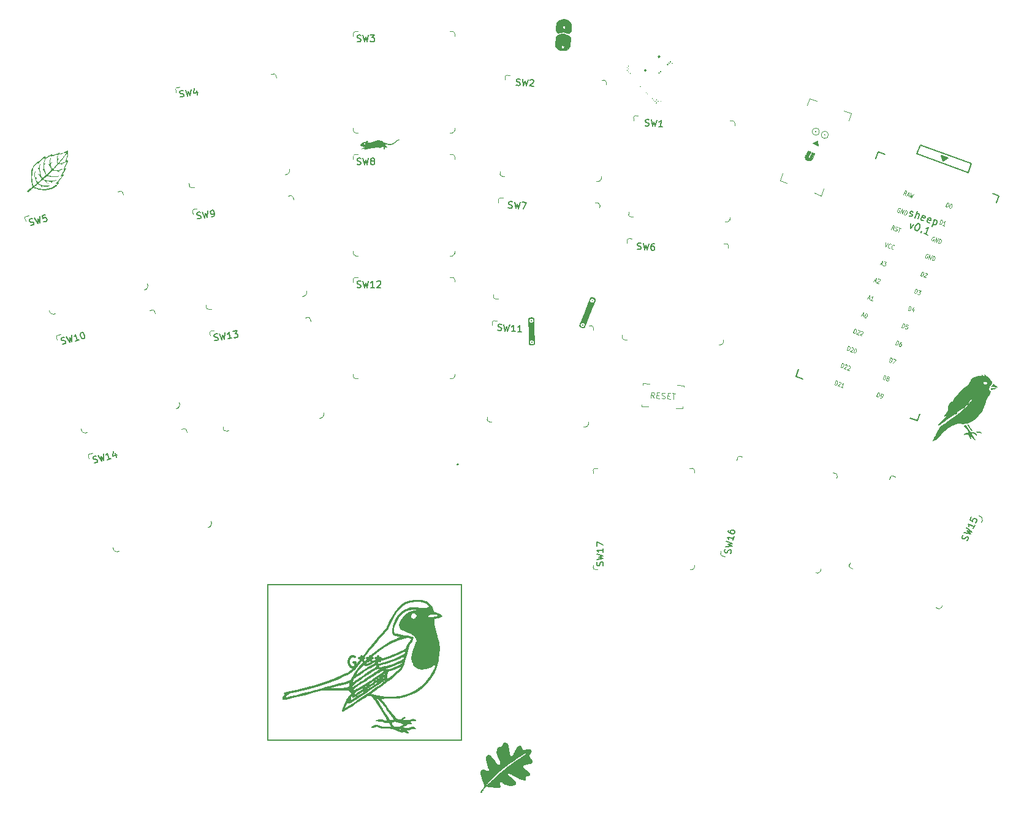
<source format=gbr>
%TF.GenerationSoftware,KiCad,Pcbnew,7.0.10*%
%TF.CreationDate,2024-03-11T00:33:33+01:00*%
%TF.ProjectId,test_reverse_controller,74657374-5f72-4657-9665-7273655f636f,rev?*%
%TF.SameCoordinates,Original*%
%TF.FileFunction,Legend,Top*%
%TF.FilePolarity,Positive*%
%FSLAX46Y46*%
G04 Gerber Fmt 4.6, Leading zero omitted, Abs format (unit mm)*
G04 Created by KiCad (PCBNEW 7.0.10) date 2024-03-11 00:33:33*
%MOMM*%
%LPD*%
G01*
G04 APERTURE LIST*
%ADD10C,0.010000*%
%ADD11C,0.120000*%
%ADD12C,0.150000*%
%ADD13C,0.160000*%
%ADD14C,0.100000*%
%ADD15C,0.300000*%
G04 APERTURE END LIST*
D10*
X156489824Y-73885930D02*
X156400000Y-73850000D01*
X155420000Y-74578051D02*
X155430000Y-74630000D01*
X156210000Y-74900000D02*
X156250000Y-74880000D01*
D11*
X157207225Y-72900000D02*
X156457225Y-72600000D01*
X157100000Y-72200000D01*
X157207225Y-72900000D01*
G36*
X157207225Y-72900000D02*
G01*
X156457225Y-72600000D01*
X157100000Y-72200000D01*
X157207225Y-72900000D01*
G37*
D10*
X155940000Y-73650000D02*
X156020000Y-73690000D01*
X156020000Y-74580000D02*
X156040000Y-74560000D01*
X155940000Y-73650000D02*
X156020000Y-73690000D01*
X156200000Y-73750000D01*
X156108588Y-73932825D01*
X156090120Y-73966466D01*
X156040000Y-74050000D01*
X156020000Y-74080000D01*
X156000000Y-74110000D01*
X155980000Y-74150000D01*
X155959879Y-74183535D01*
X155941413Y-74217174D01*
X155915891Y-74268217D01*
X155901165Y-74300482D01*
X155888763Y-74333710D01*
X155870000Y-74390000D01*
X155860000Y-74430000D01*
X155856450Y-74451046D01*
X155850000Y-74490000D01*
X155850000Y-74550000D01*
X155860000Y-74580000D01*
X155880000Y-74600000D01*
X155910000Y-74610000D01*
X155950000Y-74610000D01*
X155990000Y-74600000D01*
X156020000Y-74580000D01*
X156040000Y-74560000D01*
X156070000Y-74510000D01*
X156090000Y-74470000D01*
X156110000Y-74420000D01*
X156140000Y-74350000D01*
X156210000Y-74210000D01*
X156250000Y-74140000D01*
X156280000Y-74090000D01*
X156400000Y-73850000D01*
X156489824Y-73885930D01*
X156640000Y-73940000D01*
X156700151Y-73959496D01*
X156740000Y-73970000D01*
X156649302Y-74201745D01*
X156549606Y-74449823D01*
X156449164Y-74649514D01*
X156377463Y-74758805D01*
X156348108Y-74798448D01*
X156314992Y-74835008D01*
X156250000Y-74880000D01*
X156210000Y-74900000D01*
X156160000Y-74920000D01*
X156109715Y-74935071D01*
X156049538Y-74946247D01*
X155988447Y-74950000D01*
X155900000Y-74950000D01*
X155851738Y-74940977D01*
X155800000Y-74930000D01*
X155650000Y-74870000D01*
X155600000Y-74840000D01*
X155560000Y-74810000D01*
X155470000Y-74720000D01*
X155450000Y-74690000D01*
X155430000Y-74630000D01*
X155420000Y-74578051D01*
X155420000Y-74540000D01*
X155425983Y-74500934D01*
X155430000Y-74480000D01*
X155440000Y-74440000D01*
X155450000Y-74410000D01*
X155460000Y-74370000D01*
X155480000Y-74310000D01*
X155501375Y-74250560D01*
X155517245Y-74215509D01*
X155660000Y-73930000D01*
X155780000Y-73720000D01*
X155850000Y-73600000D01*
X155940000Y-73650000D01*
G36*
X155940000Y-73650000D02*
G01*
X156020000Y-73690000D01*
X156200000Y-73750000D01*
X156108588Y-73932825D01*
X156090120Y-73966466D01*
X156040000Y-74050000D01*
X156020000Y-74080000D01*
X156000000Y-74110000D01*
X155980000Y-74150000D01*
X155959879Y-74183535D01*
X155941413Y-74217174D01*
X155915891Y-74268217D01*
X155901165Y-74300482D01*
X155888763Y-74333710D01*
X155870000Y-74390000D01*
X155860000Y-74430000D01*
X155856450Y-74451046D01*
X155850000Y-74490000D01*
X155850000Y-74550000D01*
X155860000Y-74580000D01*
X155880000Y-74600000D01*
X155910000Y-74610000D01*
X155950000Y-74610000D01*
X155990000Y-74600000D01*
X156020000Y-74580000D01*
X156040000Y-74560000D01*
X156070000Y-74510000D01*
X156090000Y-74470000D01*
X156110000Y-74420000D01*
X156140000Y-74350000D01*
X156210000Y-74210000D01*
X156250000Y-74140000D01*
X156280000Y-74090000D01*
X156400000Y-73850000D01*
X156489824Y-73885930D01*
X156640000Y-73940000D01*
X156700151Y-73959496D01*
X156740000Y-73970000D01*
X156649302Y-74201745D01*
X156549606Y-74449823D01*
X156449164Y-74649514D01*
X156377463Y-74758805D01*
X156348108Y-74798448D01*
X156314992Y-74835008D01*
X156250000Y-74880000D01*
X156210000Y-74900000D01*
X156160000Y-74920000D01*
X156109715Y-74935071D01*
X156049538Y-74946247D01*
X155988447Y-74950000D01*
X155900000Y-74950000D01*
X155851738Y-74940977D01*
X155800000Y-74930000D01*
X155650000Y-74870000D01*
X155600000Y-74840000D01*
X155560000Y-74810000D01*
X155470000Y-74720000D01*
X155450000Y-74690000D01*
X155430000Y-74630000D01*
X155420000Y-74578051D01*
X155420000Y-74540000D01*
X155425983Y-74500934D01*
X155430000Y-74480000D01*
X155440000Y-74440000D01*
X155450000Y-74410000D01*
X155460000Y-74370000D01*
X155480000Y-74310000D01*
X155501375Y-74250560D01*
X155517245Y-74215509D01*
X155660000Y-73930000D01*
X155780000Y-73720000D01*
X155850000Y-73600000D01*
X155940000Y-73650000D01*
G37*
X155430000Y-74630000D02*
X155440000Y-74660000D01*
X156290000Y-74070000D02*
X156400000Y-73850000D01*
X155988447Y-74950008D02*
G75*
G03*
X156109715Y-74935070I-147J500908D01*
G01*
X156650685Y-74198250D02*
X156740000Y-73970000D01*
X156463922Y-74622157D02*
X156540700Y-74468601D01*
X155760594Y-74914242D02*
G75*
G03*
X155946291Y-74950000I185706J464342D01*
G01*
X155656886Y-73937952D02*
G75*
G03*
X155643794Y-73962413I433314J-247648D01*
G01*
X155440000Y-74660000D02*
X155450000Y-74690000D01*
X155850000Y-73600000D02*
X155940000Y-73650000D01*
X155643793Y-73962413D02*
X155517245Y-74215509D01*
X156140000Y-74350000D02*
X156200000Y-74230000D01*
D11*
X157400000Y-70950000D02*
G75*
G03*
X156400000Y-70950000I-500000J0D01*
G01*
X156400000Y-70950000D02*
G75*
G03*
X157400000Y-70950000I500000J0D01*
G01*
D10*
X156678347Y-73952425D02*
G75*
G03*
X156722255Y-73965563I165253J472325D01*
G01*
D11*
X158650000Y-71400000D02*
G75*
G03*
X157650000Y-71400000I-500000J0D01*
G01*
X157650000Y-71400000D02*
G75*
G03*
X158650000Y-71400000I500000J0D01*
G01*
D10*
X156070000Y-74510000D02*
X156040000Y-74560000D01*
X155450000Y-74690000D02*
X155470000Y-74720000D01*
X155443802Y-74425668D02*
G75*
G03*
X155420000Y-74578051I476198J-152432D01*
G01*
X156109715Y-74935071D02*
X156160000Y-74920000D01*
X156090000Y-74470000D02*
X156070000Y-74510000D01*
X155527438Y-74777422D02*
G75*
G03*
X155695289Y-74888115I353562J353522D01*
G01*
X155875658Y-74373025D02*
X155888763Y-74333710D01*
X156314985Y-74835001D02*
G75*
G03*
X156377463Y-74758805I-353785J353801D01*
G01*
X156108588Y-73932825D02*
X156200000Y-73750000D01*
X155850000Y-74550000D02*
X155850000Y-74531138D01*
X155470000Y-74720000D02*
X155527430Y-74777430D01*
X155959879Y-74183535D02*
X156090120Y-73966466D01*
X156020000Y-73690000D02*
X156110000Y-73720000D01*
X155850000Y-74550000D02*
X155860000Y-74580000D01*
X155950000Y-74610000D02*
X155990000Y-74600000D01*
X155959879Y-74183535D02*
G75*
G03*
X155941413Y-74217174I428421J-257065D01*
G01*
X155860000Y-74580000D02*
X155880000Y-74600000D01*
X155915889Y-74268216D02*
G75*
G03*
X155888763Y-74333710I447211J-223584D01*
G01*
X156090119Y-73966465D02*
G75*
G03*
X156108587Y-73932825I-425819J255665D01*
G01*
X156678348Y-73952422D02*
X156510344Y-73893620D01*
X156377463Y-74758805D02*
X156432733Y-74675901D01*
X155695289Y-74888115D02*
X155760596Y-74914238D01*
X155850000Y-73600000D02*
X155656885Y-73937951D01*
X155915891Y-74268217D02*
X155941413Y-74217174D01*
X156160000Y-74920000D02*
X156210000Y-74900000D01*
X156540700Y-74468601D02*
G75*
G03*
X156557724Y-74430691I-447200J223601D01*
G01*
X156432731Y-74675900D02*
G75*
G03*
X156463922Y-74622157I-415731J277200D01*
G01*
X155910000Y-74610000D02*
X155950000Y-74610000D01*
D11*
X158220711Y-71400000D02*
G75*
G03*
X158079289Y-71400000I-70711J0D01*
G01*
X158079289Y-71400000D02*
G75*
G03*
X158220711Y-71400000I70711J0D01*
G01*
D10*
X155875671Y-74373029D02*
G75*
G03*
X155850000Y-74531138I473829J-158071D01*
G01*
X156649302Y-74201745D02*
G75*
G03*
X156650685Y-74198250I-430702J172445D01*
G01*
X156557724Y-74430691D02*
X156649302Y-74201745D01*
X155488247Y-74286728D02*
X155443788Y-74425663D01*
X156110000Y-73720000D02*
X156200000Y-73750000D01*
D11*
X156970711Y-70950000D02*
G75*
G03*
X156829289Y-70950000I-70711J0D01*
G01*
X156829289Y-70950000D02*
G75*
G03*
X156970711Y-70950000I70711J0D01*
G01*
D10*
X155880000Y-74600000D02*
X155910000Y-74610000D01*
X155990000Y-74600000D02*
X156020000Y-74580000D01*
X156140000Y-74350000D02*
X156110000Y-74420000D01*
X156200000Y-74230000D02*
X156290000Y-74070000D01*
X155946291Y-74950000D02*
X155988447Y-74950000D01*
X156740000Y-73970000D02*
X156722255Y-73965564D01*
X156110000Y-74420000D02*
X156090000Y-74470000D01*
X155517241Y-74215507D02*
G75*
G03*
X155488247Y-74286728I447259J-223593D01*
G01*
X156489824Y-73885929D02*
G75*
G03*
X156510344Y-73893620I186376J466029D01*
G01*
X156250000Y-74880000D02*
X156314992Y-74835008D01*
D12*
X169804451Y-82519120D02*
X169877659Y-82596441D01*
X169877659Y-82596441D02*
X170056648Y-82661587D01*
X170056648Y-82661587D02*
X170162429Y-82649413D01*
X170162429Y-82649413D02*
X170239750Y-82576206D01*
X170239750Y-82576206D02*
X170256036Y-82531458D01*
X170256036Y-82531458D02*
X170243862Y-82425677D01*
X170243862Y-82425677D02*
X170170654Y-82348357D01*
X170170654Y-82348357D02*
X170036413Y-82299497D01*
X170036413Y-82299497D02*
X169963205Y-82222176D01*
X169963205Y-82222176D02*
X169951031Y-82116395D01*
X169951031Y-82116395D02*
X169967317Y-82071647D01*
X169967317Y-82071647D02*
X170044638Y-81998440D01*
X170044638Y-81998440D02*
X170150419Y-81986266D01*
X170150419Y-81986266D02*
X170284661Y-82035126D01*
X170284661Y-82035126D02*
X170357869Y-82112446D01*
X170593615Y-82857028D02*
X170935635Y-81917335D01*
X170996340Y-83003608D02*
X171175494Y-82511388D01*
X171175494Y-82511388D02*
X171163320Y-82405606D01*
X171163320Y-82405606D02*
X171090112Y-82328286D01*
X171090112Y-82328286D02*
X170955870Y-82279426D01*
X170955870Y-82279426D02*
X170850089Y-82291600D01*
X170850089Y-82291600D02*
X170789055Y-82320060D01*
X171818078Y-83252020D02*
X171712297Y-83264194D01*
X171712297Y-83264194D02*
X171533308Y-83199048D01*
X171533308Y-83199048D02*
X171460100Y-83121727D01*
X171460100Y-83121727D02*
X171447926Y-83015946D01*
X171447926Y-83015946D02*
X171578219Y-82657968D01*
X171578219Y-82657968D02*
X171655540Y-82584760D01*
X171655540Y-82584760D02*
X171761321Y-82572586D01*
X171761321Y-82572586D02*
X171940310Y-82637733D01*
X171940310Y-82637733D02*
X172013518Y-82715053D01*
X172013518Y-82715053D02*
X172025692Y-82820834D01*
X172025692Y-82820834D02*
X171993119Y-82910329D01*
X171993119Y-82910329D02*
X171513073Y-82836957D01*
X172623529Y-83545181D02*
X172517748Y-83557355D01*
X172517748Y-83557355D02*
X172338759Y-83492208D01*
X172338759Y-83492208D02*
X172265551Y-83414887D01*
X172265551Y-83414887D02*
X172253377Y-83309106D01*
X172253377Y-83309106D02*
X172383670Y-82951128D01*
X172383670Y-82951128D02*
X172460991Y-82877920D01*
X172460991Y-82877920D02*
X172566772Y-82865746D01*
X172566772Y-82865746D02*
X172745761Y-82930893D01*
X172745761Y-82930893D02*
X172818969Y-83008213D01*
X172818969Y-83008213D02*
X172831143Y-83113995D01*
X172831143Y-83113995D02*
X172798570Y-83203489D01*
X172798570Y-83203489D02*
X172318524Y-83130117D01*
X173282729Y-83126333D02*
X172940708Y-84066026D01*
X173266442Y-83171080D02*
X173372223Y-83158906D01*
X173372223Y-83158906D02*
X173551212Y-83224053D01*
X173551212Y-83224053D02*
X173624420Y-83301374D01*
X173624420Y-83301374D02*
X173652881Y-83362408D01*
X173652881Y-83362408D02*
X173665055Y-83468189D01*
X173665055Y-83468189D02*
X173567335Y-83736672D01*
X173567335Y-83736672D02*
X173490014Y-83809880D01*
X173490014Y-83809880D02*
X173428980Y-83838341D01*
X173428980Y-83838341D02*
X173323199Y-83850515D01*
X173323199Y-83850515D02*
X173144210Y-83785368D01*
X173144210Y-83785368D02*
X173071002Y-83708047D01*
X169980120Y-83637608D02*
X169975843Y-84345503D01*
X169975843Y-84345503D02*
X170427593Y-83800474D01*
X171078567Y-83682684D02*
X171168061Y-83715257D01*
X171168061Y-83715257D02*
X171241269Y-83792578D01*
X171241269Y-83792578D02*
X171269730Y-83853612D01*
X171269730Y-83853612D02*
X171281904Y-83959393D01*
X171281904Y-83959393D02*
X171261504Y-84154669D01*
X171261504Y-84154669D02*
X171180071Y-84378405D01*
X171180071Y-84378405D02*
X171070177Y-84541107D01*
X171070177Y-84541107D02*
X170992856Y-84614315D01*
X170992856Y-84614315D02*
X170931822Y-84642776D01*
X170931822Y-84642776D02*
X170826041Y-84654950D01*
X170826041Y-84654950D02*
X170736547Y-84622376D01*
X170736547Y-84622376D02*
X170663339Y-84545056D01*
X170663339Y-84545056D02*
X170634878Y-84484022D01*
X170634878Y-84484022D02*
X170622704Y-84378241D01*
X170622704Y-84378241D02*
X170643104Y-84182965D01*
X170643104Y-84182965D02*
X170724537Y-83959228D01*
X170724537Y-83959228D02*
X170834431Y-83796526D01*
X170834431Y-83796526D02*
X170911752Y-83723318D01*
X170911752Y-83723318D02*
X170972786Y-83694858D01*
X170972786Y-83694858D02*
X171078567Y-83682684D01*
X171485076Y-84793469D02*
X171513537Y-84854503D01*
X171513537Y-84854503D02*
X171452503Y-84882963D01*
X171452503Y-84882963D02*
X171424042Y-84821929D01*
X171424042Y-84821929D02*
X171485076Y-84793469D01*
X171485076Y-84793469D02*
X171452503Y-84882963D01*
X172392195Y-85224983D02*
X171855228Y-85029543D01*
X172123712Y-85127263D02*
X172465732Y-84187570D01*
X172465732Y-84187570D02*
X172327377Y-84289239D01*
X172327377Y-84289239D02*
X172205309Y-84346160D01*
X172205309Y-84346160D02*
X172099528Y-84358334D01*
D13*
X93526691Y-92465180D02*
X93655263Y-92508037D01*
X93655263Y-92508037D02*
X93869548Y-92508037D01*
X93869548Y-92508037D02*
X93955263Y-92465180D01*
X93955263Y-92465180D02*
X93998120Y-92422322D01*
X93998120Y-92422322D02*
X94040977Y-92336608D01*
X94040977Y-92336608D02*
X94040977Y-92250894D01*
X94040977Y-92250894D02*
X93998120Y-92165180D01*
X93998120Y-92165180D02*
X93955263Y-92122322D01*
X93955263Y-92122322D02*
X93869548Y-92079465D01*
X93869548Y-92079465D02*
X93698120Y-92036608D01*
X93698120Y-92036608D02*
X93612405Y-91993751D01*
X93612405Y-91993751D02*
X93569548Y-91950894D01*
X93569548Y-91950894D02*
X93526691Y-91865180D01*
X93526691Y-91865180D02*
X93526691Y-91779465D01*
X93526691Y-91779465D02*
X93569548Y-91693751D01*
X93569548Y-91693751D02*
X93612405Y-91650894D01*
X93612405Y-91650894D02*
X93698120Y-91608037D01*
X93698120Y-91608037D02*
X93912405Y-91608037D01*
X93912405Y-91608037D02*
X94040977Y-91650894D01*
X94340977Y-91608037D02*
X94555263Y-92508037D01*
X94555263Y-92508037D02*
X94726691Y-91865180D01*
X94726691Y-91865180D02*
X94898120Y-92508037D01*
X94898120Y-92508037D02*
X95112406Y-91608037D01*
X95926691Y-92508037D02*
X95412405Y-92508037D01*
X95669548Y-92508037D02*
X95669548Y-91608037D01*
X95669548Y-91608037D02*
X95583834Y-91736608D01*
X95583834Y-91736608D02*
X95498119Y-91822322D01*
X95498119Y-91822322D02*
X95412405Y-91865180D01*
X96269548Y-91693751D02*
X96312405Y-91650894D01*
X96312405Y-91650894D02*
X96398120Y-91608037D01*
X96398120Y-91608037D02*
X96612405Y-91608037D01*
X96612405Y-91608037D02*
X96698120Y-91650894D01*
X96698120Y-91650894D02*
X96740977Y-91693751D01*
X96740977Y-91693751D02*
X96783834Y-91779465D01*
X96783834Y-91779465D02*
X96783834Y-91865180D01*
X96783834Y-91865180D02*
X96740977Y-91993751D01*
X96740977Y-91993751D02*
X96226691Y-92508037D01*
X96226691Y-92508037D02*
X96783834Y-92508037D01*
D14*
X172431237Y-87935527D02*
X172396261Y-87892392D01*
X172396261Y-87892392D02*
X172329141Y-87867962D01*
X172329141Y-87867962D02*
X172252248Y-87870381D01*
X172252248Y-87870381D02*
X172187956Y-87907791D01*
X172187956Y-87907791D02*
X172146039Y-87953344D01*
X172146039Y-87953344D02*
X172084577Y-88052594D01*
X172084577Y-88052594D02*
X172055261Y-88133139D01*
X172055261Y-88133139D02*
X172038547Y-88248676D01*
X172038547Y-88248676D02*
X172041376Y-88310516D01*
X172041376Y-88310516D02*
X172066580Y-88380499D01*
X172066580Y-88380499D02*
X172123928Y-88431778D01*
X172123928Y-88431778D02*
X172168676Y-88448064D01*
X172168676Y-88448064D02*
X172245569Y-88445646D01*
X172245569Y-88445646D02*
X172277714Y-88426941D01*
X172277714Y-88426941D02*
X172346118Y-88239003D01*
X172346118Y-88239003D02*
X172256624Y-88206429D01*
X172459533Y-88553928D02*
X172664745Y-87990112D01*
X172664745Y-87990112D02*
X172728017Y-88651648D01*
X172728017Y-88651648D02*
X172933229Y-88087832D01*
X172951753Y-88733081D02*
X173156965Y-88169266D01*
X173156965Y-88169266D02*
X173268834Y-88209983D01*
X173268834Y-88209983D02*
X173326183Y-88261261D01*
X173326183Y-88261261D02*
X173351386Y-88331244D01*
X173351386Y-88331244D02*
X173354215Y-88393084D01*
X173354215Y-88393084D02*
X173337501Y-88508621D01*
X173337501Y-88508621D02*
X173308185Y-88589166D01*
X173308185Y-88589166D02*
X173246723Y-88688416D01*
X173246723Y-88688416D02*
X173204806Y-88733970D01*
X173204806Y-88733970D02*
X173140514Y-88771380D01*
X173140514Y-88771380D02*
X173063622Y-88773798D01*
X173063622Y-88773798D02*
X172951753Y-88733081D01*
X161207761Y-101152375D02*
X161412973Y-100588559D01*
X161412973Y-100588559D02*
X161524841Y-100629276D01*
X161524841Y-100629276D02*
X161582190Y-100680554D01*
X161582190Y-100680554D02*
X161607393Y-100750538D01*
X161607393Y-100750538D02*
X161610223Y-100812378D01*
X161610223Y-100812378D02*
X161593508Y-100927915D01*
X161593508Y-100927915D02*
X161564192Y-101008460D01*
X161564192Y-101008460D02*
X161502731Y-101107710D01*
X161502731Y-101107710D02*
X161460813Y-101153263D01*
X161460813Y-101153263D02*
X161396522Y-101190673D01*
X161396522Y-101190673D02*
X161319629Y-101193092D01*
X161319629Y-101193092D02*
X161207761Y-101152375D01*
X161840902Y-100805123D02*
X161873047Y-100786418D01*
X161873047Y-100786418D02*
X161927566Y-100775856D01*
X161927566Y-100775856D02*
X162039435Y-100816573D01*
X162039435Y-100816573D02*
X162074410Y-100859708D01*
X162074410Y-100859708D02*
X162087011Y-100894700D01*
X162087011Y-100894700D02*
X162089841Y-100956540D01*
X162089841Y-100956540D02*
X162070297Y-101010236D01*
X162070297Y-101010236D02*
X162018607Y-101082638D01*
X162018607Y-101082638D02*
X161632860Y-101307098D01*
X161632860Y-101307098D02*
X161923717Y-101412962D01*
X162419786Y-100955009D02*
X162464533Y-100971296D01*
X162464533Y-100971296D02*
X162499508Y-101014431D01*
X162499508Y-101014431D02*
X162512110Y-101049423D01*
X162512110Y-101049423D02*
X162514940Y-101111263D01*
X162514940Y-101111263D02*
X162498225Y-101226800D01*
X162498225Y-101226800D02*
X162449365Y-101361041D01*
X162449365Y-101361041D02*
X162387904Y-101460292D01*
X162387904Y-101460292D02*
X162345986Y-101505845D01*
X162345986Y-101505845D02*
X162313840Y-101524550D01*
X162313840Y-101524550D02*
X162259321Y-101535112D01*
X162259321Y-101535112D02*
X162214574Y-101518825D01*
X162214574Y-101518825D02*
X162179599Y-101475690D01*
X162179599Y-101475690D02*
X162166997Y-101440698D01*
X162166997Y-101440698D02*
X162164167Y-101378858D01*
X162164167Y-101378858D02*
X162180882Y-101263321D01*
X162180882Y-101263321D02*
X162229742Y-101129080D01*
X162229742Y-101129080D02*
X162291203Y-101029830D01*
X162291203Y-101029830D02*
X162333121Y-100984276D01*
X162333121Y-100984276D02*
X162365267Y-100965571D01*
X162365267Y-100965571D02*
X162419786Y-100955009D01*
X170508496Y-93253024D02*
X170713708Y-92689209D01*
X170713708Y-92689209D02*
X170825576Y-92729925D01*
X170825576Y-92729925D02*
X170882925Y-92781204D01*
X170882925Y-92781204D02*
X170908128Y-92851187D01*
X170908128Y-92851187D02*
X170910958Y-92913027D01*
X170910958Y-92913027D02*
X170894244Y-93028564D01*
X170894244Y-93028564D02*
X170864928Y-93109109D01*
X170864928Y-93109109D02*
X170803466Y-93208359D01*
X170803466Y-93208359D02*
X170761548Y-93253913D01*
X170761548Y-93253913D02*
X170697257Y-93291323D01*
X170697257Y-93291323D02*
X170620364Y-93293741D01*
X170620364Y-93293741D02*
X170508496Y-93253024D01*
X171138807Y-92843932D02*
X171429664Y-92949795D01*
X171429664Y-92949795D02*
X171194873Y-93107579D01*
X171194873Y-93107579D02*
X171261994Y-93132009D01*
X171261994Y-93132009D02*
X171296969Y-93175144D01*
X171296969Y-93175144D02*
X171309571Y-93210136D01*
X171309571Y-93210136D02*
X171312400Y-93271976D01*
X171312400Y-93271976D02*
X171263540Y-93406218D01*
X171263540Y-93406218D02*
X171221623Y-93451771D01*
X171221623Y-93451771D02*
X171189477Y-93470476D01*
X171189477Y-93470476D02*
X171134958Y-93481038D01*
X171134958Y-93481038D02*
X171000716Y-93432178D01*
X171000716Y-93432178D02*
X170965741Y-93389043D01*
X170965741Y-93389043D02*
X170953139Y-93354051D01*
X171378253Y-90863386D02*
X171583465Y-90299571D01*
X171583465Y-90299571D02*
X171695333Y-90340287D01*
X171695333Y-90340287D02*
X171752682Y-90391566D01*
X171752682Y-90391566D02*
X171777885Y-90461549D01*
X171777885Y-90461549D02*
X171780715Y-90523389D01*
X171780715Y-90523389D02*
X171764001Y-90638926D01*
X171764001Y-90638926D02*
X171734685Y-90719471D01*
X171734685Y-90719471D02*
X171673223Y-90818721D01*
X171673223Y-90818721D02*
X171631305Y-90864275D01*
X171631305Y-90864275D02*
X171567014Y-90901685D01*
X171567014Y-90901685D02*
X171490121Y-90904103D01*
X171490121Y-90904103D02*
X171378253Y-90863386D01*
X172011394Y-90516134D02*
X172043539Y-90497429D01*
X172043539Y-90497429D02*
X172098059Y-90486867D01*
X172098059Y-90486867D02*
X172209927Y-90527584D01*
X172209927Y-90527584D02*
X172244902Y-90570719D01*
X172244902Y-90570719D02*
X172257504Y-90605711D01*
X172257504Y-90605711D02*
X172260333Y-90667551D01*
X172260333Y-90667551D02*
X172240789Y-90721248D01*
X172240789Y-90721248D02*
X172189100Y-90793649D01*
X172189100Y-90793649D02*
X171803352Y-91018110D01*
X171803352Y-91018110D02*
X172094209Y-91123973D01*
X168565599Y-81598215D02*
X168530623Y-81555080D01*
X168530623Y-81555080D02*
X168463503Y-81530650D01*
X168463503Y-81530650D02*
X168386610Y-81533069D01*
X168386610Y-81533069D02*
X168322318Y-81570479D01*
X168322318Y-81570479D02*
X168280401Y-81616032D01*
X168280401Y-81616032D02*
X168218939Y-81715282D01*
X168218939Y-81715282D02*
X168189623Y-81795827D01*
X168189623Y-81795827D02*
X168172909Y-81911364D01*
X168172909Y-81911364D02*
X168175738Y-81973204D01*
X168175738Y-81973204D02*
X168200942Y-82043187D01*
X168200942Y-82043187D02*
X168258290Y-82094466D01*
X168258290Y-82094466D02*
X168303038Y-82110752D01*
X168303038Y-82110752D02*
X168379931Y-82108334D01*
X168379931Y-82108334D02*
X168412076Y-82089629D01*
X168412076Y-82089629D02*
X168480480Y-81901691D01*
X168480480Y-81901691D02*
X168390986Y-81869117D01*
X168593895Y-82216616D02*
X168799107Y-81652800D01*
X168799107Y-81652800D02*
X168862379Y-82314336D01*
X168862379Y-82314336D02*
X169067591Y-81750520D01*
X169086115Y-82395769D02*
X169291327Y-81831954D01*
X169291327Y-81831954D02*
X169403196Y-81872671D01*
X169403196Y-81872671D02*
X169460545Y-81923949D01*
X169460545Y-81923949D02*
X169485748Y-81993932D01*
X169485748Y-81993932D02*
X169488577Y-82055772D01*
X169488577Y-82055772D02*
X169471863Y-82171309D01*
X169471863Y-82171309D02*
X169442547Y-82251854D01*
X169442547Y-82251854D02*
X169381085Y-82351104D01*
X169381085Y-82351104D02*
X169339168Y-82396658D01*
X169339168Y-82396658D02*
X169274876Y-82434068D01*
X169274876Y-82434068D02*
X169197984Y-82436486D01*
X169197984Y-82436486D02*
X169086115Y-82395769D01*
X166165866Y-105184301D02*
X166371078Y-104620486D01*
X166371078Y-104620486D02*
X166482946Y-104661202D01*
X166482946Y-104661202D02*
X166540295Y-104712481D01*
X166540295Y-104712481D02*
X166565498Y-104782464D01*
X166565498Y-104782464D02*
X166568328Y-104844304D01*
X166568328Y-104844304D02*
X166551614Y-104959841D01*
X166551614Y-104959841D02*
X166522298Y-105040386D01*
X166522298Y-105040386D02*
X166460836Y-105139636D01*
X166460836Y-105139636D02*
X166418918Y-105185190D01*
X166418918Y-105185190D02*
X166354627Y-105222600D01*
X166354627Y-105222600D02*
X166277734Y-105225018D01*
X166277734Y-105225018D02*
X166165866Y-105184301D01*
X166820097Y-105057561D02*
X166785122Y-105014426D01*
X166785122Y-105014426D02*
X166772520Y-104979434D01*
X166772520Y-104979434D02*
X166769691Y-104917594D01*
X166769691Y-104917594D02*
X166779463Y-104890746D01*
X166779463Y-104890746D02*
X166821380Y-104845193D01*
X166821380Y-104845193D02*
X166853526Y-104826487D01*
X166853526Y-104826487D02*
X166908045Y-104815926D01*
X166908045Y-104815926D02*
X166997540Y-104848499D01*
X166997540Y-104848499D02*
X167032515Y-104891634D01*
X167032515Y-104891634D02*
X167045117Y-104926626D01*
X167045117Y-104926626D02*
X167047946Y-104988466D01*
X167047946Y-104988466D02*
X167038174Y-105015314D01*
X167038174Y-105015314D02*
X166996257Y-105060868D01*
X166996257Y-105060868D02*
X166964111Y-105079573D01*
X166964111Y-105079573D02*
X166909592Y-105090134D01*
X166909592Y-105090134D02*
X166820097Y-105057561D01*
X166820097Y-105057561D02*
X166765578Y-105068123D01*
X166765578Y-105068123D02*
X166733432Y-105086828D01*
X166733432Y-105086828D02*
X166691515Y-105132381D01*
X166691515Y-105132381D02*
X166652427Y-105239775D01*
X166652427Y-105239775D02*
X166655256Y-105301615D01*
X166655256Y-105301615D02*
X166667858Y-105336606D01*
X166667858Y-105336606D02*
X166702833Y-105379741D01*
X166702833Y-105379741D02*
X166792328Y-105412315D01*
X166792328Y-105412315D02*
X166846847Y-105401753D01*
X166846847Y-105401753D02*
X166878993Y-105383048D01*
X166878993Y-105383048D02*
X166920910Y-105337495D01*
X166920910Y-105337495D02*
X166959998Y-105230101D01*
X166959998Y-105230101D02*
X166957169Y-105168261D01*
X166957169Y-105168261D02*
X166944567Y-105133269D01*
X166944567Y-105133269D02*
X166909592Y-105090134D01*
X169640791Y-95637024D02*
X169846003Y-95073209D01*
X169846003Y-95073209D02*
X169957871Y-95113925D01*
X169957871Y-95113925D02*
X170015220Y-95165204D01*
X170015220Y-95165204D02*
X170040423Y-95235187D01*
X170040423Y-95235187D02*
X170043253Y-95297027D01*
X170043253Y-95297027D02*
X170026539Y-95412564D01*
X170026539Y-95412564D02*
X169997223Y-95493109D01*
X169997223Y-95493109D02*
X169935761Y-95592359D01*
X169935761Y-95592359D02*
X169893843Y-95637913D01*
X169893843Y-95637913D02*
X169829552Y-95675323D01*
X169829552Y-95675323D02*
X169752659Y-95677741D01*
X169752659Y-95677741D02*
X169640791Y-95637024D01*
X170448808Y-95505447D02*
X170312000Y-95881324D01*
X170415116Y-95249944D02*
X170156668Y-95611952D01*
X170156668Y-95611952D02*
X170447525Y-95717816D01*
X164975215Y-91532332D02*
X165198952Y-91613765D01*
X164871836Y-91677136D02*
X165233664Y-91170323D01*
X165233664Y-91170323D02*
X165185067Y-91791142D01*
X165504976Y-91329883D02*
X165537122Y-91311178D01*
X165537122Y-91311178D02*
X165591641Y-91300617D01*
X165591641Y-91300617D02*
X165703510Y-91341333D01*
X165703510Y-91341333D02*
X165738485Y-91384468D01*
X165738485Y-91384468D02*
X165751086Y-91419460D01*
X165751086Y-91419460D02*
X165753916Y-91481300D01*
X165753916Y-91481300D02*
X165734372Y-91534997D01*
X165734372Y-91534997D02*
X165682682Y-91607398D01*
X165682682Y-91607398D02*
X165296935Y-91831859D01*
X165296935Y-91831859D02*
X165587792Y-91937722D01*
X169272451Y-79760578D02*
X169213556Y-79435091D01*
X169003968Y-79662857D02*
X169209180Y-79099042D01*
X169209180Y-79099042D02*
X169388169Y-79164189D01*
X169388169Y-79164189D02*
X169423144Y-79207324D01*
X169423144Y-79207324D02*
X169435746Y-79242315D01*
X169435746Y-79242315D02*
X169438575Y-79304155D01*
X169438575Y-79304155D02*
X169409259Y-79384700D01*
X169409259Y-79384700D02*
X169367342Y-79430254D01*
X169367342Y-79430254D02*
X169335196Y-79448959D01*
X169335196Y-79448959D02*
X169280677Y-79459521D01*
X169280677Y-79459521D02*
X169101688Y-79394374D01*
X169510072Y-79664634D02*
X169733809Y-79746067D01*
X169406693Y-79809438D02*
X169768521Y-79302625D01*
X169768521Y-79302625D02*
X169719924Y-79923444D01*
X170037004Y-79400345D02*
X169943660Y-80004877D01*
X169943660Y-80004877D02*
X170179735Y-79634725D01*
X170179735Y-79634725D02*
X170122649Y-80070024D01*
X170122649Y-80070024D02*
X170439729Y-79546925D01*
X173299968Y-85548708D02*
X173264992Y-85505573D01*
X173264992Y-85505573D02*
X173197872Y-85481143D01*
X173197872Y-85481143D02*
X173120979Y-85483562D01*
X173120979Y-85483562D02*
X173056687Y-85520972D01*
X173056687Y-85520972D02*
X173014770Y-85566525D01*
X173014770Y-85566525D02*
X172953308Y-85665775D01*
X172953308Y-85665775D02*
X172923992Y-85746320D01*
X172923992Y-85746320D02*
X172907278Y-85861857D01*
X172907278Y-85861857D02*
X172910107Y-85923697D01*
X172910107Y-85923697D02*
X172935311Y-85993680D01*
X172935311Y-85993680D02*
X172992659Y-86044959D01*
X172992659Y-86044959D02*
X173037407Y-86061245D01*
X173037407Y-86061245D02*
X173114300Y-86058827D01*
X173114300Y-86058827D02*
X173146445Y-86040122D01*
X173146445Y-86040122D02*
X173214849Y-85852184D01*
X173214849Y-85852184D02*
X173125355Y-85819610D01*
X173328264Y-86167109D02*
X173533476Y-85603293D01*
X173533476Y-85603293D02*
X173596748Y-86264829D01*
X173596748Y-86264829D02*
X173801960Y-85701013D01*
X173820484Y-86346262D02*
X174025696Y-85782447D01*
X174025696Y-85782447D02*
X174137565Y-85823164D01*
X174137565Y-85823164D02*
X174194914Y-85874442D01*
X174194914Y-85874442D02*
X174220117Y-85944425D01*
X174220117Y-85944425D02*
X174222946Y-86006265D01*
X174222946Y-86006265D02*
X174206232Y-86121802D01*
X174206232Y-86121802D02*
X174176916Y-86202347D01*
X174176916Y-86202347D02*
X174115454Y-86301597D01*
X174115454Y-86301597D02*
X174073537Y-86347151D01*
X174073537Y-86347151D02*
X174009245Y-86384561D01*
X174009245Y-86384561D02*
X173932353Y-86386979D01*
X173932353Y-86386979D02*
X173820484Y-86346262D01*
X159470299Y-105926013D02*
X159675511Y-105362197D01*
X159675511Y-105362197D02*
X159787379Y-105402914D01*
X159787379Y-105402914D02*
X159844728Y-105454192D01*
X159844728Y-105454192D02*
X159869931Y-105524176D01*
X159869931Y-105524176D02*
X159872761Y-105586016D01*
X159872761Y-105586016D02*
X159856046Y-105701553D01*
X159856046Y-105701553D02*
X159826730Y-105782098D01*
X159826730Y-105782098D02*
X159765269Y-105881348D01*
X159765269Y-105881348D02*
X159723351Y-105926901D01*
X159723351Y-105926901D02*
X159659060Y-105964311D01*
X159659060Y-105964311D02*
X159582167Y-105966730D01*
X159582167Y-105966730D02*
X159470299Y-105926013D01*
X160103440Y-105578761D02*
X160135585Y-105560056D01*
X160135585Y-105560056D02*
X160190104Y-105549494D01*
X160190104Y-105549494D02*
X160301973Y-105590211D01*
X160301973Y-105590211D02*
X160336948Y-105633346D01*
X160336948Y-105633346D02*
X160349549Y-105668338D01*
X160349549Y-105668338D02*
X160352379Y-105730178D01*
X160352379Y-105730178D02*
X160332835Y-105783874D01*
X160332835Y-105783874D02*
X160281145Y-105856276D01*
X160281145Y-105856276D02*
X159895398Y-106080736D01*
X159895398Y-106080736D02*
X160186255Y-106186600D01*
X160633727Y-106349466D02*
X160365244Y-106251746D01*
X160499485Y-106300606D02*
X160704698Y-105736791D01*
X160704698Y-105736791D02*
X160630634Y-105801049D01*
X160630634Y-105801049D02*
X160566343Y-105838459D01*
X160566343Y-105838459D02*
X160511824Y-105849021D01*
X166569426Y-86247285D02*
X166520829Y-86868104D01*
X166520829Y-86868104D02*
X166882657Y-86361292D01*
X167122087Y-87026134D02*
X167089942Y-87044839D01*
X167089942Y-87044839D02*
X167013049Y-87047257D01*
X167013049Y-87047257D02*
X166968302Y-87030971D01*
X166968302Y-87030971D02*
X166910953Y-86979692D01*
X166910953Y-86979692D02*
X166885749Y-86909709D01*
X166885749Y-86909709D02*
X166882920Y-86847869D01*
X166882920Y-86847869D02*
X166899634Y-86732332D01*
X166899634Y-86732332D02*
X166928950Y-86651787D01*
X166928950Y-86651787D02*
X166990412Y-86552537D01*
X166990412Y-86552537D02*
X167032330Y-86506984D01*
X167032330Y-86506984D02*
X167096621Y-86469573D01*
X167096621Y-86469573D02*
X167173514Y-86467155D01*
X167173514Y-86467155D02*
X167218261Y-86483442D01*
X167218261Y-86483442D02*
X167275610Y-86534720D01*
X167275610Y-86534720D02*
X167288212Y-86569712D01*
X167591934Y-87197144D02*
X167559788Y-87215849D01*
X167559788Y-87215849D02*
X167482895Y-87218267D01*
X167482895Y-87218267D02*
X167438148Y-87201981D01*
X167438148Y-87201981D02*
X167380799Y-87150702D01*
X167380799Y-87150702D02*
X167355596Y-87080719D01*
X167355596Y-87080719D02*
X167352766Y-87018879D01*
X167352766Y-87018879D02*
X167369481Y-86903342D01*
X167369481Y-86903342D02*
X167398797Y-86822797D01*
X167398797Y-86822797D02*
X167460258Y-86723547D01*
X167460258Y-86723547D02*
X167502176Y-86677994D01*
X167502176Y-86677994D02*
X167566467Y-86640584D01*
X167566467Y-86640584D02*
X167643360Y-86638165D01*
X167643360Y-86638165D02*
X167688107Y-86654452D01*
X167688107Y-86654452D02*
X167745456Y-86705730D01*
X167745456Y-86705730D02*
X167758058Y-86740722D01*
X165844972Y-89142693D02*
X166068709Y-89224126D01*
X165741593Y-89287497D02*
X166103421Y-88780684D01*
X166103421Y-88780684D02*
X166054824Y-89401503D01*
X166371904Y-88878404D02*
X166662761Y-88984268D01*
X166662761Y-88984268D02*
X166427970Y-89142051D01*
X166427970Y-89142051D02*
X166495091Y-89166481D01*
X166495091Y-89166481D02*
X166530066Y-89209616D01*
X166530066Y-89209616D02*
X166542667Y-89244608D01*
X166542667Y-89244608D02*
X166545497Y-89306448D01*
X166545497Y-89306448D02*
X166496637Y-89440690D01*
X166496637Y-89440690D02*
X166454719Y-89486243D01*
X166454719Y-89486243D02*
X166422574Y-89504948D01*
X166422574Y-89504948D02*
X166368054Y-89515510D01*
X166368054Y-89515510D02*
X166233813Y-89466650D01*
X166233813Y-89466650D02*
X166198837Y-89423515D01*
X166198837Y-89423515D02*
X166186236Y-89388523D01*
X167034597Y-102797482D02*
X167239809Y-102233667D01*
X167239809Y-102233667D02*
X167351677Y-102274383D01*
X167351677Y-102274383D02*
X167409026Y-102325662D01*
X167409026Y-102325662D02*
X167434229Y-102395645D01*
X167434229Y-102395645D02*
X167437059Y-102457485D01*
X167437059Y-102457485D02*
X167420345Y-102573022D01*
X167420345Y-102573022D02*
X167391029Y-102653567D01*
X167391029Y-102653567D02*
X167329567Y-102752817D01*
X167329567Y-102752817D02*
X167287649Y-102798371D01*
X167287649Y-102798371D02*
X167223358Y-102835781D01*
X167223358Y-102835781D02*
X167146465Y-102838199D01*
X167146465Y-102838199D02*
X167034597Y-102797482D01*
X167664908Y-102388390D02*
X167978139Y-102502397D01*
X167978139Y-102502397D02*
X167571564Y-102992922D01*
X160339030Y-103539194D02*
X160544242Y-102975378D01*
X160544242Y-102975378D02*
X160656110Y-103016095D01*
X160656110Y-103016095D02*
X160713459Y-103067373D01*
X160713459Y-103067373D02*
X160738662Y-103137357D01*
X160738662Y-103137357D02*
X160741492Y-103199197D01*
X160741492Y-103199197D02*
X160724777Y-103314734D01*
X160724777Y-103314734D02*
X160695461Y-103395279D01*
X160695461Y-103395279D02*
X160634000Y-103494529D01*
X160634000Y-103494529D02*
X160592082Y-103540082D01*
X160592082Y-103540082D02*
X160527791Y-103577492D01*
X160527791Y-103577492D02*
X160450898Y-103579911D01*
X160450898Y-103579911D02*
X160339030Y-103539194D01*
X160972171Y-103191942D02*
X161004316Y-103173237D01*
X161004316Y-103173237D02*
X161058835Y-103162675D01*
X161058835Y-103162675D02*
X161170704Y-103203392D01*
X161170704Y-103203392D02*
X161205679Y-103246527D01*
X161205679Y-103246527D02*
X161218280Y-103281519D01*
X161218280Y-103281519D02*
X161221110Y-103343359D01*
X161221110Y-103343359D02*
X161201566Y-103397055D01*
X161201566Y-103397055D02*
X161149876Y-103469457D01*
X161149876Y-103469457D02*
X160764129Y-103693917D01*
X160764129Y-103693917D02*
X161054986Y-103799781D01*
X161419643Y-103354808D02*
X161451788Y-103336103D01*
X161451788Y-103336103D02*
X161506308Y-103325542D01*
X161506308Y-103325542D02*
X161618176Y-103366258D01*
X161618176Y-103366258D02*
X161653151Y-103409393D01*
X161653151Y-103409393D02*
X161665753Y-103444385D01*
X161665753Y-103444385D02*
X161668582Y-103506225D01*
X161668582Y-103506225D02*
X161649038Y-103559922D01*
X161649038Y-103559922D02*
X161597349Y-103632324D01*
X161597349Y-103632324D02*
X161211601Y-103856784D01*
X161211601Y-103856784D02*
X161502458Y-103962647D01*
X165297135Y-107571120D02*
X165502347Y-107007305D01*
X165502347Y-107007305D02*
X165614215Y-107048021D01*
X165614215Y-107048021D02*
X165671564Y-107099300D01*
X165671564Y-107099300D02*
X165696767Y-107169283D01*
X165696767Y-107169283D02*
X165699597Y-107231123D01*
X165699597Y-107231123D02*
X165682883Y-107346660D01*
X165682883Y-107346660D02*
X165653567Y-107427205D01*
X165653567Y-107427205D02*
X165592105Y-107526455D01*
X165592105Y-107526455D02*
X165550187Y-107572009D01*
X165550187Y-107572009D02*
X165485896Y-107609419D01*
X165485896Y-107609419D02*
X165409003Y-107611837D01*
X165409003Y-107611837D02*
X165297135Y-107571120D01*
X165789355Y-107750274D02*
X165878849Y-107782847D01*
X165878849Y-107782847D02*
X165933369Y-107772285D01*
X165933369Y-107772285D02*
X165965514Y-107753580D01*
X165965514Y-107753580D02*
X166039578Y-107689322D01*
X166039578Y-107689322D02*
X166101039Y-107590072D01*
X166101039Y-107590072D02*
X166179215Y-107375285D01*
X166179215Y-107375285D02*
X166176386Y-107313445D01*
X166176386Y-107313445D02*
X166163784Y-107278453D01*
X166163784Y-107278453D02*
X166128809Y-107235318D01*
X166128809Y-107235318D02*
X166039314Y-107202745D01*
X166039314Y-107202745D02*
X165984795Y-107213306D01*
X165984795Y-107213306D02*
X165952649Y-107232012D01*
X165952649Y-107232012D02*
X165910732Y-107277565D01*
X165910732Y-107277565D02*
X165861872Y-107411807D01*
X165861872Y-107411807D02*
X165864701Y-107473647D01*
X165864701Y-107473647D02*
X165877303Y-107508638D01*
X165877303Y-107508638D02*
X165912278Y-107551773D01*
X165912278Y-107551773D02*
X166001773Y-107584347D01*
X166001773Y-107584347D02*
X166056292Y-107573785D01*
X166056292Y-107573785D02*
X166088438Y-107555080D01*
X166088438Y-107555080D02*
X166130355Y-107509527D01*
X167903329Y-100410663D02*
X168108541Y-99846848D01*
X168108541Y-99846848D02*
X168220409Y-99887564D01*
X168220409Y-99887564D02*
X168277758Y-99938843D01*
X168277758Y-99938843D02*
X168302961Y-100008826D01*
X168302961Y-100008826D02*
X168305791Y-100070666D01*
X168305791Y-100070666D02*
X168289077Y-100186203D01*
X168289077Y-100186203D02*
X168259761Y-100266748D01*
X168259761Y-100266748D02*
X168198299Y-100365998D01*
X168198299Y-100365998D02*
X168156381Y-100411552D01*
X168156381Y-100411552D02*
X168092090Y-100448962D01*
X168092090Y-100448962D02*
X168015197Y-100451380D01*
X168015197Y-100451380D02*
X167903329Y-100410663D01*
X168779750Y-100091148D02*
X168690255Y-100058574D01*
X168690255Y-100058574D02*
X168635736Y-100069136D01*
X168635736Y-100069136D02*
X168603591Y-100087841D01*
X168603591Y-100087841D02*
X168529527Y-100152100D01*
X168529527Y-100152100D02*
X168468066Y-100251350D01*
X168468066Y-100251350D02*
X168389890Y-100466137D01*
X168389890Y-100466137D02*
X168392719Y-100527977D01*
X168392719Y-100527977D02*
X168405321Y-100562968D01*
X168405321Y-100562968D02*
X168440296Y-100606103D01*
X168440296Y-100606103D02*
X168529791Y-100638677D01*
X168529791Y-100638677D02*
X168584310Y-100628115D01*
X168584310Y-100628115D02*
X168616456Y-100609410D01*
X168616456Y-100609410D02*
X168658373Y-100563857D01*
X168658373Y-100563857D02*
X168707233Y-100429615D01*
X168707233Y-100429615D02*
X168704404Y-100367775D01*
X168704404Y-100367775D02*
X168691802Y-100332783D01*
X168691802Y-100332783D02*
X168656827Y-100289648D01*
X168656827Y-100289648D02*
X168567332Y-100257075D01*
X168567332Y-100257075D02*
X168512813Y-100267636D01*
X168512813Y-100267636D02*
X168480667Y-100286341D01*
X168480667Y-100286341D02*
X168438750Y-100331895D01*
X162076492Y-98765555D02*
X162281704Y-98201739D01*
X162281704Y-98201739D02*
X162393572Y-98242456D01*
X162393572Y-98242456D02*
X162450921Y-98293734D01*
X162450921Y-98293734D02*
X162476124Y-98363718D01*
X162476124Y-98363718D02*
X162478954Y-98425558D01*
X162478954Y-98425558D02*
X162462239Y-98541095D01*
X162462239Y-98541095D02*
X162432923Y-98621640D01*
X162432923Y-98621640D02*
X162371462Y-98720890D01*
X162371462Y-98720890D02*
X162329544Y-98766443D01*
X162329544Y-98766443D02*
X162265253Y-98803853D01*
X162265253Y-98803853D02*
X162188360Y-98806272D01*
X162188360Y-98806272D02*
X162076492Y-98765555D01*
X162709633Y-98418303D02*
X162741778Y-98399598D01*
X162741778Y-98399598D02*
X162796297Y-98389036D01*
X162796297Y-98389036D02*
X162908166Y-98429753D01*
X162908166Y-98429753D02*
X162943141Y-98472888D01*
X162943141Y-98472888D02*
X162955742Y-98507880D01*
X162955742Y-98507880D02*
X162958572Y-98569720D01*
X162958572Y-98569720D02*
X162939028Y-98623416D01*
X162939028Y-98623416D02*
X162887338Y-98695818D01*
X162887338Y-98695818D02*
X162501591Y-98920278D01*
X162501591Y-98920278D02*
X162792448Y-99026142D01*
X163157105Y-98581169D02*
X163189250Y-98562464D01*
X163189250Y-98562464D02*
X163243770Y-98551903D01*
X163243770Y-98551903D02*
X163355638Y-98592619D01*
X163355638Y-98592619D02*
X163390613Y-98635754D01*
X163390613Y-98635754D02*
X163403215Y-98670746D01*
X163403215Y-98670746D02*
X163406044Y-98732586D01*
X163406044Y-98732586D02*
X163386500Y-98786283D01*
X163386500Y-98786283D02*
X163334811Y-98858685D01*
X163334811Y-98858685D02*
X162949063Y-99083145D01*
X162949063Y-99083145D02*
X163239920Y-99189008D01*
X163238778Y-96303151D02*
X163462515Y-96384584D01*
X163135399Y-96447955D02*
X163497227Y-95941142D01*
X163497227Y-95941142D02*
X163448630Y-96561961D01*
X163899952Y-96087722D02*
X163944699Y-96104009D01*
X163944699Y-96104009D02*
X163979674Y-96147144D01*
X163979674Y-96147144D02*
X163992276Y-96182136D01*
X163992276Y-96182136D02*
X163995105Y-96243976D01*
X163995105Y-96243976D02*
X163978391Y-96359512D01*
X163978391Y-96359512D02*
X163929531Y-96493754D01*
X163929531Y-96493754D02*
X163868069Y-96593004D01*
X163868069Y-96593004D02*
X163826152Y-96638558D01*
X163826152Y-96638558D02*
X163794006Y-96657263D01*
X163794006Y-96657263D02*
X163739487Y-96667824D01*
X163739487Y-96667824D02*
X163694740Y-96651538D01*
X163694740Y-96651538D02*
X163659764Y-96608403D01*
X163659764Y-96608403D02*
X163647163Y-96573411D01*
X163647163Y-96573411D02*
X163644333Y-96511571D01*
X163644333Y-96511571D02*
X163661047Y-96396034D01*
X163661047Y-96396034D02*
X163709907Y-96261792D01*
X163709907Y-96261792D02*
X163771369Y-96162542D01*
X163771369Y-96162542D02*
X163813287Y-96116989D01*
X163813287Y-96116989D02*
X163845432Y-96098284D01*
X163845432Y-96098284D02*
X163899952Y-96087722D01*
X174853178Y-81316109D02*
X175058390Y-80752294D01*
X175058390Y-80752294D02*
X175170258Y-80793010D01*
X175170258Y-80793010D02*
X175227607Y-80844289D01*
X175227607Y-80844289D02*
X175252810Y-80914272D01*
X175252810Y-80914272D02*
X175255640Y-80976112D01*
X175255640Y-80976112D02*
X175238926Y-81091649D01*
X175238926Y-81091649D02*
X175209610Y-81172194D01*
X175209610Y-81172194D02*
X175148148Y-81271444D01*
X175148148Y-81271444D02*
X175106230Y-81316998D01*
X175106230Y-81316998D02*
X175041939Y-81354408D01*
X175041939Y-81354408D02*
X174965046Y-81356826D01*
X174965046Y-81356826D02*
X174853178Y-81316109D01*
X175617731Y-80955877D02*
X175662478Y-80972164D01*
X175662478Y-80972164D02*
X175697453Y-81015299D01*
X175697453Y-81015299D02*
X175710055Y-81050291D01*
X175710055Y-81050291D02*
X175712885Y-81112131D01*
X175712885Y-81112131D02*
X175696170Y-81227667D01*
X175696170Y-81227667D02*
X175647310Y-81361909D01*
X175647310Y-81361909D02*
X175585849Y-81461159D01*
X175585849Y-81461159D02*
X175543931Y-81506713D01*
X175543931Y-81506713D02*
X175511785Y-81525418D01*
X175511785Y-81525418D02*
X175457266Y-81535979D01*
X175457266Y-81535979D02*
X175412519Y-81519693D01*
X175412519Y-81519693D02*
X175377543Y-81476558D01*
X175377543Y-81476558D02*
X175364942Y-81441566D01*
X175364942Y-81441566D02*
X175362112Y-81379726D01*
X175362112Y-81379726D02*
X175378827Y-81264189D01*
X175378827Y-81264189D02*
X175427687Y-81129947D01*
X175427687Y-81129947D02*
X175489148Y-81030697D01*
X175489148Y-81030697D02*
X175531066Y-80985144D01*
X175531066Y-80985144D02*
X175563212Y-80966439D01*
X175563212Y-80966439D02*
X175617731Y-80955877D01*
X168772060Y-98023843D02*
X168977272Y-97460028D01*
X168977272Y-97460028D02*
X169089140Y-97500744D01*
X169089140Y-97500744D02*
X169146489Y-97552023D01*
X169146489Y-97552023D02*
X169171692Y-97622006D01*
X169171692Y-97622006D02*
X169174522Y-97683846D01*
X169174522Y-97683846D02*
X169157808Y-97799383D01*
X169157808Y-97799383D02*
X169128492Y-97879928D01*
X169128492Y-97879928D02*
X169067030Y-97979178D01*
X169067030Y-97979178D02*
X169025112Y-98024732D01*
X169025112Y-98024732D02*
X168960821Y-98062142D01*
X168960821Y-98062142D02*
X168883928Y-98064560D01*
X168883928Y-98064560D02*
X168772060Y-98023843D01*
X169670855Y-97712471D02*
X169447118Y-97631038D01*
X169447118Y-97631038D02*
X169327025Y-97891378D01*
X169327025Y-97891378D02*
X169359170Y-97872673D01*
X169359170Y-97872673D02*
X169413690Y-97862111D01*
X169413690Y-97862111D02*
X169525558Y-97902828D01*
X169525558Y-97902828D02*
X169560533Y-97945963D01*
X169560533Y-97945963D02*
X169573135Y-97980955D01*
X169573135Y-97980955D02*
X169575964Y-98042795D01*
X169575964Y-98042795D02*
X169527104Y-98177037D01*
X169527104Y-98177037D02*
X169485187Y-98222590D01*
X169485187Y-98222590D02*
X169453041Y-98241295D01*
X169453041Y-98241295D02*
X169398522Y-98251857D01*
X169398522Y-98251857D02*
X169286653Y-98211140D01*
X169286653Y-98211140D02*
X169251678Y-98168005D01*
X169251678Y-98168005D02*
X169239077Y-98133013D01*
X173984447Y-83702928D02*
X174189659Y-83139113D01*
X174189659Y-83139113D02*
X174301527Y-83179829D01*
X174301527Y-83179829D02*
X174358876Y-83231108D01*
X174358876Y-83231108D02*
X174384079Y-83301091D01*
X174384079Y-83301091D02*
X174386909Y-83362931D01*
X174386909Y-83362931D02*
X174370195Y-83478468D01*
X174370195Y-83478468D02*
X174340879Y-83559013D01*
X174340879Y-83559013D02*
X174279417Y-83658263D01*
X174279417Y-83658263D02*
X174237499Y-83703817D01*
X174237499Y-83703817D02*
X174173208Y-83741227D01*
X174173208Y-83741227D02*
X174096315Y-83743645D01*
X174096315Y-83743645D02*
X173984447Y-83702928D01*
X174700403Y-83963515D02*
X174431920Y-83865795D01*
X174566161Y-83914655D02*
X174771373Y-83350839D01*
X174771373Y-83350839D02*
X174697310Y-83415098D01*
X174697310Y-83415098D02*
X174633019Y-83452508D01*
X174633019Y-83452508D02*
X174578500Y-83463070D01*
X164107510Y-93916332D02*
X164331247Y-93997765D01*
X164004131Y-94061136D02*
X164365959Y-93554323D01*
X164365959Y-93554323D02*
X164317362Y-94175142D01*
X164720087Y-94321722D02*
X164451603Y-94224002D01*
X164585845Y-94272862D02*
X164791057Y-93709047D01*
X164791057Y-93709047D02*
X164716994Y-93773305D01*
X164716994Y-93773305D02*
X164652703Y-93810715D01*
X164652703Y-93810715D02*
X164598183Y-93821277D01*
X167602110Y-84558647D02*
X167543214Y-84233160D01*
X167333626Y-84460927D02*
X167538838Y-83897111D01*
X167538838Y-83897111D02*
X167717827Y-83962258D01*
X167717827Y-83962258D02*
X167752802Y-84005393D01*
X167752802Y-84005393D02*
X167765404Y-84040385D01*
X167765404Y-84040385D02*
X167768234Y-84102225D01*
X167768234Y-84102225D02*
X167738918Y-84182770D01*
X167738918Y-84182770D02*
X167697000Y-84228323D01*
X167697000Y-84228323D02*
X167664854Y-84247028D01*
X167664854Y-84247028D02*
X167610335Y-84257590D01*
X167610335Y-84257590D02*
X167431346Y-84192443D01*
X167790871Y-84596945D02*
X167848220Y-84648223D01*
X167848220Y-84648223D02*
X167960088Y-84688940D01*
X167960088Y-84688940D02*
X168014607Y-84678378D01*
X168014607Y-84678378D02*
X168046753Y-84659673D01*
X168046753Y-84659673D02*
X168088670Y-84614120D01*
X168088670Y-84614120D02*
X168108214Y-84560423D01*
X168108214Y-84560423D02*
X168105385Y-84498583D01*
X168105385Y-84498583D02*
X168092783Y-84463592D01*
X168092783Y-84463592D02*
X168057808Y-84420456D01*
X168057808Y-84420456D02*
X167978085Y-84361035D01*
X167978085Y-84361035D02*
X167943110Y-84317900D01*
X167943110Y-84317900D02*
X167930508Y-84282908D01*
X167930508Y-84282908D02*
X167927679Y-84221068D01*
X167927679Y-84221068D02*
X167947223Y-84167371D01*
X167947223Y-84167371D02*
X167989140Y-84121818D01*
X167989140Y-84121818D02*
X168021286Y-84103113D01*
X168021286Y-84103113D02*
X168075805Y-84092551D01*
X168075805Y-84092551D02*
X168187673Y-84133268D01*
X168187673Y-84133268D02*
X168245022Y-84184546D01*
X168389036Y-84206558D02*
X168657519Y-84304278D01*
X168318065Y-84819233D02*
X168523278Y-84255418D01*
D15*
X93228572Y-143599757D02*
X93085715Y-143528328D01*
X93085715Y-143528328D02*
X92871429Y-143528328D01*
X92871429Y-143528328D02*
X92657143Y-143599757D01*
X92657143Y-143599757D02*
X92514286Y-143742614D01*
X92514286Y-143742614D02*
X92442857Y-143885471D01*
X92442857Y-143885471D02*
X92371429Y-144171185D01*
X92371429Y-144171185D02*
X92371429Y-144385471D01*
X92371429Y-144385471D02*
X92442857Y-144671185D01*
X92442857Y-144671185D02*
X92514286Y-144814042D01*
X92514286Y-144814042D02*
X92657143Y-144956900D01*
X92657143Y-144956900D02*
X92871429Y-145028328D01*
X92871429Y-145028328D02*
X93014286Y-145028328D01*
X93014286Y-145028328D02*
X93228572Y-144956900D01*
X93228572Y-144956900D02*
X93300000Y-144885471D01*
X93300000Y-144885471D02*
X93300000Y-144385471D01*
X93300000Y-144385471D02*
X93014286Y-144385471D01*
X94157143Y-143528328D02*
X94157143Y-143885471D01*
X93800000Y-143742614D02*
X94157143Y-143885471D01*
X94157143Y-143885471D02*
X94514286Y-143742614D01*
X93942857Y-144171185D02*
X94157143Y-143885471D01*
X94157143Y-143885471D02*
X94371429Y-144171185D01*
X95300000Y-143528328D02*
X95300000Y-143885471D01*
X94942857Y-143742614D02*
X95300000Y-143885471D01*
X95300000Y-143885471D02*
X95657143Y-143742614D01*
X95085714Y-144171185D02*
X95300000Y-143885471D01*
X95300000Y-143885471D02*
X95514286Y-144171185D01*
X96442857Y-143528328D02*
X96442857Y-143885471D01*
X96085714Y-143742614D02*
X96442857Y-143885471D01*
X96442857Y-143885471D02*
X96800000Y-143742614D01*
X96228571Y-144171185D02*
X96442857Y-143885471D01*
X96442857Y-143885471D02*
X96657143Y-144171185D01*
D13*
X132233380Y-87186933D02*
X132359533Y-87236460D01*
X132359533Y-87236460D02*
X132573525Y-87247675D01*
X132573525Y-87247675D02*
X132661364Y-87209363D01*
X132661364Y-87209363D02*
X132706406Y-87168807D01*
X132706406Y-87168807D02*
X132753690Y-87085453D01*
X132753690Y-87085453D02*
X132758176Y-86999856D01*
X132758176Y-86999856D02*
X132719864Y-86912017D01*
X132719864Y-86912017D02*
X132679308Y-86866975D01*
X132679308Y-86866975D02*
X132595954Y-86819691D01*
X132595954Y-86819691D02*
X132427004Y-86767921D01*
X132427004Y-86767921D02*
X132343650Y-86720636D01*
X132343650Y-86720636D02*
X132303094Y-86675595D01*
X132303094Y-86675595D02*
X132264782Y-86587755D01*
X132264782Y-86587755D02*
X132269268Y-86502158D01*
X132269268Y-86502158D02*
X132316552Y-86418804D01*
X132316552Y-86418804D02*
X132361594Y-86378249D01*
X132361594Y-86378249D02*
X132449433Y-86339937D01*
X132449433Y-86339937D02*
X132663425Y-86351151D01*
X132663425Y-86351151D02*
X132789578Y-86400679D01*
X133091410Y-86373581D02*
X133258299Y-87283563D01*
X133258299Y-87283563D02*
X133463137Y-86650558D01*
X133463137Y-86650558D02*
X133600687Y-87301506D01*
X133600687Y-87301506D02*
X133861781Y-86413955D01*
X134589354Y-86452085D02*
X134418160Y-86443113D01*
X134418160Y-86443113D02*
X134330320Y-86481426D01*
X134330320Y-86481426D02*
X134285279Y-86521981D01*
X134285279Y-86521981D02*
X134192953Y-86645890D01*
X134192953Y-86645890D02*
X134141183Y-86814841D01*
X134141183Y-86814841D02*
X134123239Y-87157228D01*
X134123239Y-87157228D02*
X134161551Y-87245068D01*
X134161551Y-87245068D02*
X134202107Y-87290109D01*
X134202107Y-87290109D02*
X134285461Y-87337394D01*
X134285461Y-87337394D02*
X134456654Y-87346366D01*
X134456654Y-87346366D02*
X134544494Y-87308053D01*
X134544494Y-87308053D02*
X134589535Y-87267498D01*
X134589535Y-87267498D02*
X134636820Y-87184144D01*
X134636820Y-87184144D02*
X134648035Y-86970152D01*
X134648035Y-86970152D02*
X134609722Y-86882312D01*
X134609722Y-86882312D02*
X134569167Y-86837271D01*
X134569167Y-86837271D02*
X134485813Y-86789986D01*
X134485813Y-86789986D02*
X134314619Y-86781014D01*
X134314619Y-86781014D02*
X134226780Y-86819327D01*
X134226780Y-86819327D02*
X134181738Y-86859882D01*
X134181738Y-86859882D02*
X134134454Y-86943236D01*
X145123923Y-129306377D02*
X145188455Y-129187201D01*
X145188455Y-129187201D02*
X145225665Y-128976171D01*
X145225665Y-128976171D02*
X145198343Y-128884317D01*
X145198343Y-128884317D02*
X145163579Y-128834669D01*
X145163579Y-128834669D02*
X145086609Y-128777579D01*
X145086609Y-128777579D02*
X145002197Y-128762694D01*
X145002197Y-128762694D02*
X144910343Y-128790016D01*
X144910343Y-128790016D02*
X144860695Y-128824780D01*
X144860695Y-128824780D02*
X144803605Y-128901750D01*
X144803605Y-128901750D02*
X144731630Y-129063133D01*
X144731630Y-129063133D02*
X144674540Y-129140103D01*
X144674540Y-129140103D02*
X144624892Y-129174867D01*
X144624892Y-129174867D02*
X144533038Y-129202188D01*
X144533038Y-129202188D02*
X144448626Y-129187304D01*
X144448626Y-129187304D02*
X144371656Y-129130214D01*
X144371656Y-129130214D02*
X144336892Y-129080566D01*
X144336892Y-129080566D02*
X144309570Y-128988712D01*
X144309570Y-128988712D02*
X144346780Y-128777682D01*
X144346780Y-128777682D02*
X144411312Y-128658506D01*
X144421201Y-128355621D02*
X145344738Y-128300874D01*
X145344738Y-128300874D02*
X144741416Y-128020419D01*
X144741416Y-128020419D02*
X145404275Y-127963226D01*
X145404275Y-127963226D02*
X144555158Y-127595912D01*
X145582884Y-126950281D02*
X145493579Y-127456754D01*
X145538232Y-127203517D02*
X144651905Y-127047234D01*
X144651905Y-127047234D02*
X144763639Y-127153972D01*
X144763639Y-127153972D02*
X144833167Y-127253269D01*
X144833167Y-127253269D02*
X144860489Y-127345123D01*
X144830514Y-126034289D02*
X144800746Y-126203113D01*
X144800746Y-126203113D02*
X144828068Y-126294967D01*
X144828068Y-126294967D02*
X144862832Y-126344615D01*
X144862832Y-126344615D02*
X144974566Y-126451353D01*
X144974566Y-126451353D02*
X145135948Y-126523328D01*
X145135948Y-126523328D02*
X145473597Y-126582864D01*
X145473597Y-126582864D02*
X145565451Y-126555542D01*
X145565451Y-126555542D02*
X145615099Y-126520778D01*
X145615099Y-126520778D02*
X145672189Y-126443808D01*
X145672189Y-126443808D02*
X145701957Y-126274984D01*
X145701957Y-126274984D02*
X145674635Y-126183130D01*
X145674635Y-126183130D02*
X145639871Y-126133482D01*
X145639871Y-126133482D02*
X145562901Y-126076392D01*
X145562901Y-126076392D02*
X145351871Y-126039181D01*
X145351871Y-126039181D02*
X145260017Y-126066503D01*
X145260017Y-126066503D02*
X145210369Y-126101267D01*
X145210369Y-126101267D02*
X145153279Y-126178237D01*
X145153279Y-126178237D02*
X145123510Y-126347062D01*
X145123510Y-126347062D02*
X145150832Y-126438916D01*
X145150832Y-126438916D02*
X145185596Y-126488564D01*
X145185596Y-126488564D02*
X145262566Y-126545654D01*
X69118410Y-66143789D02*
X69251694Y-66168335D01*
X69251694Y-66168335D02*
X69463895Y-66138512D01*
X69463895Y-66138512D02*
X69542810Y-66084143D01*
X69542810Y-66084143D02*
X69579286Y-66035738D01*
X69579286Y-66035738D02*
X69609797Y-65944894D01*
X69609797Y-65944894D02*
X69597867Y-65860014D01*
X69597867Y-65860014D02*
X69543498Y-65781098D01*
X69543498Y-65781098D02*
X69495094Y-65744622D01*
X69495094Y-65744622D02*
X69404249Y-65714112D01*
X69404249Y-65714112D02*
X69228524Y-65695530D01*
X69228524Y-65695530D02*
X69137680Y-65665019D01*
X69137680Y-65665019D02*
X69089275Y-65628543D01*
X69089275Y-65628543D02*
X69034906Y-65549628D01*
X69034906Y-65549628D02*
X69022977Y-65464748D01*
X69022977Y-65464748D02*
X69053488Y-65373903D01*
X69053488Y-65373903D02*
X69089963Y-65325498D01*
X69089963Y-65325498D02*
X69168879Y-65271129D01*
X69168879Y-65271129D02*
X69381079Y-65241306D01*
X69381079Y-65241306D02*
X69514364Y-65265853D01*
X69805480Y-65181661D02*
X70142936Y-66043079D01*
X70142936Y-66043079D02*
X70223228Y-65382620D01*
X70223228Y-65382620D02*
X70482456Y-65995363D01*
X70482456Y-65995363D02*
X70569401Y-65074299D01*
X71332633Y-65269982D02*
X71416137Y-65864142D01*
X71072716Y-64960284D02*
X70949985Y-65626708D01*
X70949985Y-65626708D02*
X71501705Y-65549168D01*
X57201757Y-116744374D02*
X57337039Y-116752494D01*
X57337039Y-116752494D02*
X57544023Y-116697033D01*
X57544023Y-116697033D02*
X57615725Y-116633452D01*
X57615725Y-116633452D02*
X57646029Y-116580963D01*
X57646029Y-116580963D02*
X57665242Y-116487077D01*
X57665242Y-116487077D02*
X57643057Y-116404283D01*
X57643057Y-116404283D02*
X57579476Y-116332582D01*
X57579476Y-116332582D02*
X57526987Y-116302277D01*
X57526987Y-116302277D02*
X57433101Y-116283065D01*
X57433101Y-116283065D02*
X57256421Y-116286037D01*
X57256421Y-116286037D02*
X57162536Y-116266825D01*
X57162536Y-116266825D02*
X57110046Y-116236520D01*
X57110046Y-116236520D02*
X57046465Y-116164819D01*
X57046465Y-116164819D02*
X57024281Y-116082025D01*
X57024281Y-116082025D02*
X57043493Y-115988139D01*
X57043493Y-115988139D02*
X57073798Y-115935650D01*
X57073798Y-115935650D02*
X57145499Y-115872069D01*
X57145499Y-115872069D02*
X57352483Y-115816608D01*
X57352483Y-115816608D02*
X57487766Y-115824728D01*
X57766451Y-115705685D02*
X58206373Y-116519557D01*
X58206373Y-116519557D02*
X58205576Y-115854236D01*
X58205576Y-115854236D02*
X58537547Y-116430819D01*
X58537547Y-116430819D02*
X58511594Y-115506025D01*
X59531071Y-116164605D02*
X59034309Y-116297712D01*
X59282690Y-116231159D02*
X59049752Y-115361826D01*
X59049752Y-115361826D02*
X59000236Y-115508201D01*
X59000236Y-115508201D02*
X58939626Y-115613179D01*
X58939626Y-115613179D02*
X58867925Y-115676760D01*
X60120922Y-115385389D02*
X60276213Y-115964945D01*
X59825200Y-115109676D02*
X59784600Y-115786090D01*
X59784600Y-115786090D02*
X60322758Y-115641891D01*
X71484353Y-82978346D02*
X71617637Y-83002892D01*
X71617637Y-83002892D02*
X71829838Y-82973069D01*
X71829838Y-82973069D02*
X71908753Y-82918700D01*
X71908753Y-82918700D02*
X71945229Y-82870295D01*
X71945229Y-82870295D02*
X71975740Y-82779451D01*
X71975740Y-82779451D02*
X71963810Y-82694571D01*
X71963810Y-82694571D02*
X71909441Y-82615655D01*
X71909441Y-82615655D02*
X71861037Y-82579179D01*
X71861037Y-82579179D02*
X71770192Y-82548669D01*
X71770192Y-82548669D02*
X71594467Y-82530087D01*
X71594467Y-82530087D02*
X71503623Y-82499576D01*
X71503623Y-82499576D02*
X71455218Y-82463100D01*
X71455218Y-82463100D02*
X71400849Y-82384185D01*
X71400849Y-82384185D02*
X71388920Y-82299305D01*
X71388920Y-82299305D02*
X71419431Y-82208460D01*
X71419431Y-82208460D02*
X71455906Y-82160055D01*
X71455906Y-82160055D02*
X71534822Y-82105686D01*
X71534822Y-82105686D02*
X71747022Y-82075863D01*
X71747022Y-82075863D02*
X71880307Y-82100410D01*
X72171423Y-82016218D02*
X72508879Y-82877636D01*
X72508879Y-82877636D02*
X72589171Y-82217177D01*
X72589171Y-82217177D02*
X72848399Y-82829920D01*
X72848399Y-82829920D02*
X72935344Y-81908856D01*
X73442560Y-82746416D02*
X73612320Y-82722558D01*
X73612320Y-82722558D02*
X73691235Y-82668188D01*
X73691235Y-82668188D02*
X73727711Y-82619784D01*
X73727711Y-82619784D02*
X73794697Y-82480534D01*
X73794697Y-82480534D02*
X73813279Y-82304810D01*
X73813279Y-82304810D02*
X73765563Y-81965289D01*
X73765563Y-81965289D02*
X73711193Y-81886374D01*
X73711193Y-81886374D02*
X73662789Y-81849898D01*
X73662789Y-81849898D02*
X73571944Y-81819387D01*
X73571944Y-81819387D02*
X73402184Y-81843245D01*
X73402184Y-81843245D02*
X73323268Y-81897615D01*
X73323268Y-81897615D02*
X73286793Y-81946019D01*
X73286793Y-81946019D02*
X73256282Y-82036864D01*
X73256282Y-82036864D02*
X73286105Y-82249064D01*
X73286105Y-82249064D02*
X73340474Y-82327980D01*
X73340474Y-82327980D02*
X73388879Y-82364455D01*
X73388879Y-82364455D02*
X73479723Y-82394966D01*
X73479723Y-82394966D02*
X73649483Y-82371108D01*
X73649483Y-82371108D02*
X73728399Y-82316739D01*
X73728399Y-82316739D02*
X73764875Y-82268334D01*
X73764875Y-82268334D02*
X73795385Y-82177490D01*
X115514840Y-64503393D02*
X115640993Y-64552920D01*
X115640993Y-64552920D02*
X115854985Y-64564135D01*
X115854985Y-64564135D02*
X115942824Y-64525823D01*
X115942824Y-64525823D02*
X115987866Y-64485267D01*
X115987866Y-64485267D02*
X116035150Y-64401913D01*
X116035150Y-64401913D02*
X116039636Y-64316316D01*
X116039636Y-64316316D02*
X116001324Y-64228477D01*
X116001324Y-64228477D02*
X115960768Y-64183435D01*
X115960768Y-64183435D02*
X115877414Y-64136151D01*
X115877414Y-64136151D02*
X115708464Y-64084381D01*
X115708464Y-64084381D02*
X115625110Y-64037096D01*
X115625110Y-64037096D02*
X115584554Y-63992055D01*
X115584554Y-63992055D02*
X115546242Y-63904215D01*
X115546242Y-63904215D02*
X115550728Y-63818618D01*
X115550728Y-63818618D02*
X115598012Y-63735264D01*
X115598012Y-63735264D02*
X115643054Y-63694709D01*
X115643054Y-63694709D02*
X115730893Y-63656397D01*
X115730893Y-63656397D02*
X115944885Y-63667611D01*
X115944885Y-63667611D02*
X116071038Y-63717139D01*
X116372870Y-63690041D02*
X116539759Y-64600023D01*
X116539759Y-64600023D02*
X116744597Y-63967018D01*
X116744597Y-63967018D02*
X116882147Y-64617966D01*
X116882147Y-64617966D02*
X117143241Y-63730415D01*
X117438343Y-63831712D02*
X117483385Y-63791157D01*
X117483385Y-63791157D02*
X117571225Y-63752844D01*
X117571225Y-63752844D02*
X117785217Y-63764059D01*
X117785217Y-63764059D02*
X117868571Y-63811343D01*
X117868571Y-63811343D02*
X117909126Y-63856385D01*
X117909126Y-63856385D02*
X117947438Y-63944225D01*
X117947438Y-63944225D02*
X117942953Y-64029821D01*
X117942953Y-64029821D02*
X117893425Y-64155974D01*
X117893425Y-64155974D02*
X117352929Y-64642639D01*
X117352929Y-64642639D02*
X117909308Y-64671798D01*
X73850296Y-99812903D02*
X73983580Y-99837449D01*
X73983580Y-99837449D02*
X74195781Y-99807626D01*
X74195781Y-99807626D02*
X74274696Y-99753257D01*
X74274696Y-99753257D02*
X74311172Y-99704852D01*
X74311172Y-99704852D02*
X74341683Y-99614008D01*
X74341683Y-99614008D02*
X74329753Y-99529128D01*
X74329753Y-99529128D02*
X74275384Y-99450212D01*
X74275384Y-99450212D02*
X74226980Y-99413736D01*
X74226980Y-99413736D02*
X74136135Y-99383226D01*
X74136135Y-99383226D02*
X73960410Y-99364644D01*
X73960410Y-99364644D02*
X73869566Y-99334133D01*
X73869566Y-99334133D02*
X73821161Y-99297657D01*
X73821161Y-99297657D02*
X73766792Y-99218742D01*
X73766792Y-99218742D02*
X73754863Y-99133862D01*
X73754863Y-99133862D02*
X73785374Y-99043017D01*
X73785374Y-99043017D02*
X73821849Y-98994612D01*
X73821849Y-98994612D02*
X73900765Y-98940243D01*
X73900765Y-98940243D02*
X74112965Y-98910420D01*
X74112965Y-98910420D02*
X74246250Y-98934967D01*
X74537366Y-98850775D02*
X74874822Y-99712193D01*
X74874822Y-99712193D02*
X74955114Y-99051734D01*
X74955114Y-99051734D02*
X75214342Y-99664477D01*
X75214342Y-99664477D02*
X75301287Y-98743413D01*
X76232903Y-99521327D02*
X75723622Y-99592902D01*
X75978263Y-99557115D02*
X75853007Y-98665873D01*
X75853007Y-98665873D02*
X75786021Y-98805123D01*
X75786021Y-98805123D02*
X75713070Y-98901932D01*
X75713070Y-98901932D02*
X75634154Y-98956301D01*
X76404728Y-98588334D02*
X76956449Y-98510795D01*
X76956449Y-98510795D02*
X76707085Y-98892067D01*
X76707085Y-98892067D02*
X76834405Y-98874173D01*
X76834405Y-98874173D02*
X76925250Y-98904684D01*
X76925250Y-98904684D02*
X76973654Y-98941160D01*
X76973654Y-98941160D02*
X77028023Y-99020075D01*
X77028023Y-99020075D02*
X77057846Y-99232276D01*
X77057846Y-99232276D02*
X77027335Y-99323120D01*
X77027335Y-99323120D02*
X76990860Y-99371525D01*
X76990860Y-99371525D02*
X76911944Y-99425894D01*
X76911944Y-99425894D02*
X76657304Y-99461682D01*
X76657304Y-99461682D02*
X76566459Y-99431171D01*
X76566459Y-99431171D02*
X76518055Y-99394695D01*
D14*
X134570590Y-107803585D02*
X134324226Y-107409199D01*
X134114073Y-107779660D02*
X134155942Y-106980757D01*
X134155942Y-106980757D02*
X134460286Y-106996707D01*
X134460286Y-106996707D02*
X134534379Y-107038737D01*
X134534379Y-107038737D02*
X134570428Y-107078774D01*
X134570428Y-107078774D02*
X134604484Y-107156854D01*
X134604484Y-107156854D02*
X134598502Y-107270983D01*
X134598502Y-107270983D02*
X134556472Y-107345075D01*
X134556472Y-107345075D02*
X134516435Y-107381124D01*
X134516435Y-107381124D02*
X134438355Y-107415180D01*
X134438355Y-107415180D02*
X134134011Y-107399230D01*
X134934908Y-107403056D02*
X135201209Y-107417012D01*
X135293407Y-107841467D02*
X134912977Y-107821529D01*
X134912977Y-107821529D02*
X134954846Y-107022625D01*
X134954846Y-107022625D02*
X135335276Y-107042563D01*
X135599746Y-107819374D02*
X135711881Y-107863398D01*
X135711881Y-107863398D02*
X135902096Y-107873367D01*
X135902096Y-107873367D02*
X135980176Y-107839311D01*
X135980176Y-107839311D02*
X136020213Y-107803262D01*
X136020213Y-107803262D02*
X136062243Y-107729169D01*
X136062243Y-107729169D02*
X136066231Y-107653083D01*
X136066231Y-107653083D02*
X136032175Y-107575004D01*
X136032175Y-107575004D02*
X135996126Y-107534967D01*
X135996126Y-107534967D02*
X135922034Y-107492936D01*
X135922034Y-107492936D02*
X135771855Y-107446918D01*
X135771855Y-107446918D02*
X135697763Y-107404888D01*
X135697763Y-107404888D02*
X135661714Y-107364851D01*
X135661714Y-107364851D02*
X135627658Y-107286771D01*
X135627658Y-107286771D02*
X135631646Y-107210685D01*
X135631646Y-107210685D02*
X135673676Y-107136593D01*
X135673676Y-107136593D02*
X135713713Y-107100543D01*
X135713713Y-107100543D02*
X135791793Y-107066488D01*
X135791793Y-107066488D02*
X135982008Y-107076457D01*
X135982008Y-107076457D02*
X136094143Y-107120481D01*
X136418587Y-107480812D02*
X136684888Y-107494768D01*
X136777086Y-107919223D02*
X136396656Y-107899285D01*
X136396656Y-107899285D02*
X136438525Y-107100382D01*
X136438525Y-107100382D02*
X136818955Y-107120319D01*
X137047214Y-107132282D02*
X137503730Y-107156207D01*
X137233603Y-107943148D02*
X137275472Y-107144244D01*
D13*
X177825238Y-127518653D02*
X177918416Y-127420240D01*
X177918416Y-127420240D02*
X178008977Y-127226031D01*
X178008977Y-127226031D02*
X178006360Y-127130235D01*
X178006360Y-127130235D02*
X177985631Y-127073281D01*
X177985631Y-127073281D02*
X177926059Y-126998215D01*
X177926059Y-126998215D02*
X177848376Y-126961991D01*
X177848376Y-126961991D02*
X177752580Y-126964608D01*
X177752580Y-126964608D02*
X177695626Y-126985338D01*
X177695626Y-126985338D02*
X177620560Y-127044909D01*
X177620560Y-127044909D02*
X177509269Y-127182164D01*
X177509269Y-127182164D02*
X177434203Y-127241735D01*
X177434203Y-127241735D02*
X177377249Y-127262465D01*
X177377249Y-127262465D02*
X177281453Y-127265082D01*
X177281453Y-127265082D02*
X177203770Y-127228858D01*
X177203770Y-127228858D02*
X177144199Y-127153791D01*
X177144199Y-127153791D02*
X177123469Y-127096837D01*
X177123469Y-127096837D02*
X177120852Y-127001042D01*
X177120852Y-127001042D02*
X177211413Y-126806833D01*
X177211413Y-126806833D02*
X177304591Y-126708420D01*
X177392535Y-126418415D02*
X178298773Y-126604563D01*
X178298773Y-126604563D02*
X177788595Y-126177512D01*
X177788595Y-126177512D02*
X178443671Y-126293829D01*
X178443671Y-126293829D02*
X177718555Y-125719263D01*
X178878363Y-125361627D02*
X178661017Y-125827728D01*
X178769690Y-125594677D02*
X177954013Y-125214321D01*
X177954013Y-125214321D02*
X178034314Y-125346341D01*
X178034314Y-125346341D02*
X178075773Y-125460249D01*
X178075773Y-125460249D02*
X178078391Y-125556045D01*
X178406819Y-124243277D02*
X178225696Y-124631694D01*
X178225696Y-124631694D02*
X178596002Y-124851658D01*
X178596002Y-124851658D02*
X178575272Y-124794704D01*
X178575272Y-124794704D02*
X178572655Y-124698908D01*
X178572655Y-124698908D02*
X178663216Y-124504700D01*
X178663216Y-124504700D02*
X178738282Y-124445128D01*
X178738282Y-124445128D02*
X178795236Y-124424399D01*
X178795236Y-124424399D02*
X178891032Y-124421781D01*
X178891032Y-124421781D02*
X179085241Y-124512342D01*
X179085241Y-124512342D02*
X179144812Y-124587409D01*
X179144812Y-124587409D02*
X179165542Y-124644363D01*
X179165542Y-124644363D02*
X179168159Y-124740158D01*
X179168159Y-124740158D02*
X179077598Y-124934367D01*
X179077598Y-124934367D02*
X179002532Y-124993938D01*
X179002532Y-124993938D02*
X178945578Y-125014668D01*
X48401909Y-83902896D02*
X48537191Y-83911016D01*
X48537191Y-83911016D02*
X48744175Y-83855555D01*
X48744175Y-83855555D02*
X48815877Y-83791974D01*
X48815877Y-83791974D02*
X48846181Y-83739485D01*
X48846181Y-83739485D02*
X48865394Y-83645599D01*
X48865394Y-83645599D02*
X48843209Y-83562805D01*
X48843209Y-83562805D02*
X48779628Y-83491104D01*
X48779628Y-83491104D02*
X48727139Y-83460799D01*
X48727139Y-83460799D02*
X48633253Y-83441587D01*
X48633253Y-83441587D02*
X48456573Y-83444559D01*
X48456573Y-83444559D02*
X48362688Y-83425347D01*
X48362688Y-83425347D02*
X48310198Y-83395042D01*
X48310198Y-83395042D02*
X48246617Y-83323341D01*
X48246617Y-83323341D02*
X48224433Y-83240547D01*
X48224433Y-83240547D02*
X48243645Y-83146661D01*
X48243645Y-83146661D02*
X48273950Y-83094172D01*
X48273950Y-83094172D02*
X48345651Y-83030591D01*
X48345651Y-83030591D02*
X48552635Y-82975130D01*
X48552635Y-82975130D02*
X48687918Y-82983250D01*
X48966603Y-82864207D02*
X49406525Y-83678079D01*
X49406525Y-83678079D02*
X49405728Y-83012758D01*
X49405728Y-83012758D02*
X49737699Y-83589341D01*
X49737699Y-83589341D02*
X49711746Y-82664547D01*
X50456889Y-82464886D02*
X50042920Y-82575809D01*
X50042920Y-82575809D02*
X50112446Y-83000869D01*
X50112446Y-83000869D02*
X50142751Y-82948380D01*
X50142751Y-82948380D02*
X50214452Y-82884799D01*
X50214452Y-82884799D02*
X50421436Y-82829338D01*
X50421436Y-82829338D02*
X50515322Y-82848550D01*
X50515322Y-82848550D02*
X50567811Y-82878855D01*
X50567811Y-82878855D02*
X50631392Y-82950556D01*
X50631392Y-82950556D02*
X50686854Y-83157540D01*
X50686854Y-83157540D02*
X50667641Y-83251426D01*
X50667641Y-83251426D02*
X50637337Y-83303915D01*
X50637337Y-83303915D02*
X50565635Y-83367496D01*
X50565635Y-83367496D02*
X50358651Y-83422958D01*
X50358651Y-83422958D02*
X50264765Y-83403745D01*
X50264765Y-83403745D02*
X50212276Y-83373441D01*
D15*
X176235054Y-108500116D02*
X176092197Y-108428687D01*
X176092197Y-108428687D02*
X175877911Y-108428687D01*
X175877911Y-108428687D02*
X175663625Y-108500116D01*
X175663625Y-108500116D02*
X175520768Y-108642973D01*
X175520768Y-108642973D02*
X175449339Y-108785830D01*
X175449339Y-108785830D02*
X175377911Y-109071544D01*
X175377911Y-109071544D02*
X175377911Y-109285830D01*
X175377911Y-109285830D02*
X175449339Y-109571544D01*
X175449339Y-109571544D02*
X175520768Y-109714401D01*
X175520768Y-109714401D02*
X175663625Y-109857259D01*
X175663625Y-109857259D02*
X175877911Y-109928687D01*
X175877911Y-109928687D02*
X176020768Y-109928687D01*
X176020768Y-109928687D02*
X176235054Y-109857259D01*
X176235054Y-109857259D02*
X176306482Y-109785830D01*
X176306482Y-109785830D02*
X176306482Y-109285830D01*
X176306482Y-109285830D02*
X176020768Y-109285830D01*
X177163625Y-108428687D02*
X177163625Y-108785830D01*
X176806482Y-108642973D02*
X177163625Y-108785830D01*
X177163625Y-108785830D02*
X177520768Y-108642973D01*
X176949339Y-109071544D02*
X177163625Y-108785830D01*
X177163625Y-108785830D02*
X177377911Y-109071544D01*
X178306482Y-108428687D02*
X178306482Y-108785830D01*
X177949339Y-108642973D02*
X178306482Y-108785830D01*
X178306482Y-108785830D02*
X178663625Y-108642973D01*
X178092196Y-109071544D02*
X178306482Y-108785830D01*
X178306482Y-108785830D02*
X178520768Y-109071544D01*
X179449339Y-108428687D02*
X179449339Y-108785830D01*
X179092196Y-108642973D02*
X179449339Y-108785830D01*
X179449339Y-108785830D02*
X179806482Y-108642973D01*
X179235053Y-109071544D02*
X179449339Y-108785830D01*
X179449339Y-108785830D02*
X179663625Y-109071544D01*
D13*
X114421852Y-81475588D02*
X114548005Y-81525115D01*
X114548005Y-81525115D02*
X114761997Y-81536330D01*
X114761997Y-81536330D02*
X114849836Y-81498018D01*
X114849836Y-81498018D02*
X114894878Y-81457462D01*
X114894878Y-81457462D02*
X114942162Y-81374108D01*
X114942162Y-81374108D02*
X114946648Y-81288511D01*
X114946648Y-81288511D02*
X114908336Y-81200672D01*
X114908336Y-81200672D02*
X114867780Y-81155630D01*
X114867780Y-81155630D02*
X114784426Y-81108346D01*
X114784426Y-81108346D02*
X114615476Y-81056576D01*
X114615476Y-81056576D02*
X114532122Y-81009291D01*
X114532122Y-81009291D02*
X114491566Y-80964250D01*
X114491566Y-80964250D02*
X114453254Y-80876410D01*
X114453254Y-80876410D02*
X114457740Y-80790813D01*
X114457740Y-80790813D02*
X114505024Y-80707459D01*
X114505024Y-80707459D02*
X114550066Y-80666904D01*
X114550066Y-80666904D02*
X114637905Y-80628592D01*
X114637905Y-80628592D02*
X114851897Y-80639806D01*
X114851897Y-80639806D02*
X114978050Y-80689334D01*
X115279882Y-80662236D02*
X115446771Y-81572218D01*
X115446771Y-81572218D02*
X115651609Y-80939213D01*
X115651609Y-80939213D02*
X115789159Y-81590161D01*
X115789159Y-81590161D02*
X116050253Y-80702610D01*
X116307043Y-80716067D02*
X116906221Y-80747469D01*
X116906221Y-80747469D02*
X116473933Y-81626049D01*
X93526691Y-75465180D02*
X93655263Y-75508037D01*
X93655263Y-75508037D02*
X93869548Y-75508037D01*
X93869548Y-75508037D02*
X93955263Y-75465180D01*
X93955263Y-75465180D02*
X93998120Y-75422322D01*
X93998120Y-75422322D02*
X94040977Y-75336608D01*
X94040977Y-75336608D02*
X94040977Y-75250894D01*
X94040977Y-75250894D02*
X93998120Y-75165180D01*
X93998120Y-75165180D02*
X93955263Y-75122322D01*
X93955263Y-75122322D02*
X93869548Y-75079465D01*
X93869548Y-75079465D02*
X93698120Y-75036608D01*
X93698120Y-75036608D02*
X93612405Y-74993751D01*
X93612405Y-74993751D02*
X93569548Y-74950894D01*
X93569548Y-74950894D02*
X93526691Y-74865180D01*
X93526691Y-74865180D02*
X93526691Y-74779465D01*
X93526691Y-74779465D02*
X93569548Y-74693751D01*
X93569548Y-74693751D02*
X93612405Y-74650894D01*
X93612405Y-74650894D02*
X93698120Y-74608037D01*
X93698120Y-74608037D02*
X93912405Y-74608037D01*
X93912405Y-74608037D02*
X94040977Y-74650894D01*
X94340977Y-74608037D02*
X94555263Y-75508037D01*
X94555263Y-75508037D02*
X94726691Y-74865180D01*
X94726691Y-74865180D02*
X94898120Y-75508037D01*
X94898120Y-75508037D02*
X95112406Y-74608037D01*
X95583834Y-74993751D02*
X95498119Y-74950894D01*
X95498119Y-74950894D02*
X95455262Y-74908037D01*
X95455262Y-74908037D02*
X95412405Y-74822322D01*
X95412405Y-74822322D02*
X95412405Y-74779465D01*
X95412405Y-74779465D02*
X95455262Y-74693751D01*
X95455262Y-74693751D02*
X95498119Y-74650894D01*
X95498119Y-74650894D02*
X95583834Y-74608037D01*
X95583834Y-74608037D02*
X95755262Y-74608037D01*
X95755262Y-74608037D02*
X95840977Y-74650894D01*
X95840977Y-74650894D02*
X95883834Y-74693751D01*
X95883834Y-74693751D02*
X95926691Y-74779465D01*
X95926691Y-74779465D02*
X95926691Y-74822322D01*
X95926691Y-74822322D02*
X95883834Y-74908037D01*
X95883834Y-74908037D02*
X95840977Y-74950894D01*
X95840977Y-74950894D02*
X95755262Y-74993751D01*
X95755262Y-74993751D02*
X95583834Y-74993751D01*
X95583834Y-74993751D02*
X95498119Y-75036608D01*
X95498119Y-75036608D02*
X95455262Y-75079465D01*
X95455262Y-75079465D02*
X95412405Y-75165180D01*
X95412405Y-75165180D02*
X95412405Y-75336608D01*
X95412405Y-75336608D02*
X95455262Y-75422322D01*
X95455262Y-75422322D02*
X95498119Y-75465180D01*
X95498119Y-75465180D02*
X95583834Y-75508037D01*
X95583834Y-75508037D02*
X95755262Y-75508037D01*
X95755262Y-75508037D02*
X95840977Y-75465180D01*
X95840977Y-75465180D02*
X95883834Y-75422322D01*
X95883834Y-75422322D02*
X95926691Y-75336608D01*
X95926691Y-75336608D02*
X95926691Y-75165180D01*
X95926691Y-75165180D02*
X95883834Y-75079465D01*
X95883834Y-75079465D02*
X95840977Y-75036608D01*
X95840977Y-75036608D02*
X95755262Y-74993751D01*
X133329935Y-70112557D02*
X133456088Y-70162084D01*
X133456088Y-70162084D02*
X133670080Y-70173299D01*
X133670080Y-70173299D02*
X133757919Y-70134987D01*
X133757919Y-70134987D02*
X133802961Y-70094431D01*
X133802961Y-70094431D02*
X133850245Y-70011077D01*
X133850245Y-70011077D02*
X133854731Y-69925480D01*
X133854731Y-69925480D02*
X133816419Y-69837641D01*
X133816419Y-69837641D02*
X133775863Y-69792599D01*
X133775863Y-69792599D02*
X133692509Y-69745315D01*
X133692509Y-69745315D02*
X133523559Y-69693545D01*
X133523559Y-69693545D02*
X133440205Y-69646260D01*
X133440205Y-69646260D02*
X133399649Y-69601219D01*
X133399649Y-69601219D02*
X133361337Y-69513379D01*
X133361337Y-69513379D02*
X133365823Y-69427782D01*
X133365823Y-69427782D02*
X133413107Y-69344428D01*
X133413107Y-69344428D02*
X133458149Y-69303873D01*
X133458149Y-69303873D02*
X133545988Y-69265561D01*
X133545988Y-69265561D02*
X133759980Y-69276775D01*
X133759980Y-69276775D02*
X133886133Y-69326303D01*
X134187965Y-69299205D02*
X134354854Y-70209187D01*
X134354854Y-70209187D02*
X134559692Y-69576182D01*
X134559692Y-69576182D02*
X134697242Y-70227130D01*
X134697242Y-70227130D02*
X134958336Y-69339579D01*
X135724403Y-70280962D02*
X135210822Y-70254046D01*
X135467613Y-70267504D02*
X135514715Y-69368737D01*
X135514715Y-69368737D02*
X135422389Y-69492646D01*
X135422389Y-69492646D02*
X135332306Y-69573757D01*
X135332306Y-69573757D02*
X135244467Y-69612070D01*
X93526691Y-58465180D02*
X93655263Y-58508037D01*
X93655263Y-58508037D02*
X93869548Y-58508037D01*
X93869548Y-58508037D02*
X93955263Y-58465180D01*
X93955263Y-58465180D02*
X93998120Y-58422322D01*
X93998120Y-58422322D02*
X94040977Y-58336608D01*
X94040977Y-58336608D02*
X94040977Y-58250894D01*
X94040977Y-58250894D02*
X93998120Y-58165180D01*
X93998120Y-58165180D02*
X93955263Y-58122322D01*
X93955263Y-58122322D02*
X93869548Y-58079465D01*
X93869548Y-58079465D02*
X93698120Y-58036608D01*
X93698120Y-58036608D02*
X93612405Y-57993751D01*
X93612405Y-57993751D02*
X93569548Y-57950894D01*
X93569548Y-57950894D02*
X93526691Y-57865180D01*
X93526691Y-57865180D02*
X93526691Y-57779465D01*
X93526691Y-57779465D02*
X93569548Y-57693751D01*
X93569548Y-57693751D02*
X93612405Y-57650894D01*
X93612405Y-57650894D02*
X93698120Y-57608037D01*
X93698120Y-57608037D02*
X93912405Y-57608037D01*
X93912405Y-57608037D02*
X94040977Y-57650894D01*
X94340977Y-57608037D02*
X94555263Y-58508037D01*
X94555263Y-58508037D02*
X94726691Y-57865180D01*
X94726691Y-57865180D02*
X94898120Y-58508037D01*
X94898120Y-58508037D02*
X95112406Y-57608037D01*
X95369548Y-57608037D02*
X95926691Y-57608037D01*
X95926691Y-57608037D02*
X95626691Y-57950894D01*
X95626691Y-57950894D02*
X95755262Y-57950894D01*
X95755262Y-57950894D02*
X95840977Y-57993751D01*
X95840977Y-57993751D02*
X95883834Y-58036608D01*
X95883834Y-58036608D02*
X95926691Y-58122322D01*
X95926691Y-58122322D02*
X95926691Y-58336608D01*
X95926691Y-58336608D02*
X95883834Y-58422322D01*
X95883834Y-58422322D02*
X95840977Y-58465180D01*
X95840977Y-58465180D02*
X95755262Y-58508037D01*
X95755262Y-58508037D02*
X95498119Y-58508037D01*
X95498119Y-58508037D02*
X95412405Y-58465180D01*
X95412405Y-58465180D02*
X95369548Y-58422322D01*
X52801833Y-100323635D02*
X52937115Y-100331755D01*
X52937115Y-100331755D02*
X53144099Y-100276294D01*
X53144099Y-100276294D02*
X53215801Y-100212713D01*
X53215801Y-100212713D02*
X53246105Y-100160224D01*
X53246105Y-100160224D02*
X53265318Y-100066338D01*
X53265318Y-100066338D02*
X53243133Y-99983544D01*
X53243133Y-99983544D02*
X53179552Y-99911843D01*
X53179552Y-99911843D02*
X53127063Y-99881538D01*
X53127063Y-99881538D02*
X53033177Y-99862326D01*
X53033177Y-99862326D02*
X52856497Y-99865298D01*
X52856497Y-99865298D02*
X52762612Y-99846086D01*
X52762612Y-99846086D02*
X52710122Y-99815781D01*
X52710122Y-99815781D02*
X52646541Y-99744080D01*
X52646541Y-99744080D02*
X52624357Y-99661286D01*
X52624357Y-99661286D02*
X52643569Y-99567400D01*
X52643569Y-99567400D02*
X52673874Y-99514911D01*
X52673874Y-99514911D02*
X52745575Y-99451330D01*
X52745575Y-99451330D02*
X52952559Y-99395869D01*
X52952559Y-99395869D02*
X53087842Y-99403989D01*
X53366527Y-99284946D02*
X53806449Y-100098818D01*
X53806449Y-100098818D02*
X53805652Y-99433497D01*
X53805652Y-99433497D02*
X54137623Y-100010080D01*
X54137623Y-100010080D02*
X54111670Y-99085286D01*
X55131147Y-99743866D02*
X54634385Y-99876973D01*
X54882766Y-99810420D02*
X54649828Y-98941087D01*
X54649828Y-98941087D02*
X54600312Y-99087462D01*
X54600312Y-99087462D02*
X54539702Y-99192440D01*
X54539702Y-99192440D02*
X54468001Y-99256021D01*
X55436368Y-98730334D02*
X55519162Y-98708149D01*
X55519162Y-98708149D02*
X55613048Y-98727362D01*
X55613048Y-98727362D02*
X55665537Y-98757666D01*
X55665537Y-98757666D02*
X55729118Y-98829368D01*
X55729118Y-98829368D02*
X55814884Y-98983863D01*
X55814884Y-98983863D02*
X55870345Y-99190847D01*
X55870345Y-99190847D02*
X55873317Y-99367526D01*
X55873317Y-99367526D02*
X55854105Y-99461412D01*
X55854105Y-99461412D02*
X55823800Y-99513901D01*
X55823800Y-99513901D02*
X55752099Y-99577483D01*
X55752099Y-99577483D02*
X55669305Y-99599667D01*
X55669305Y-99599667D02*
X55575419Y-99580455D01*
X55575419Y-99580455D02*
X55522930Y-99550150D01*
X55522930Y-99550150D02*
X55459349Y-99478449D01*
X55459349Y-99478449D02*
X55373583Y-99323954D01*
X55373583Y-99323954D02*
X55318122Y-99116970D01*
X55318122Y-99116970D02*
X55315150Y-98940290D01*
X55315150Y-98940290D02*
X55334362Y-98846404D01*
X55334362Y-98846404D02*
X55364667Y-98793915D01*
X55364667Y-98793915D02*
X55436368Y-98730334D01*
X127491490Y-130984216D02*
X127534347Y-130855645D01*
X127534347Y-130855645D02*
X127534347Y-130641359D01*
X127534347Y-130641359D02*
X127491490Y-130555645D01*
X127491490Y-130555645D02*
X127448632Y-130512787D01*
X127448632Y-130512787D02*
X127362918Y-130469930D01*
X127362918Y-130469930D02*
X127277204Y-130469930D01*
X127277204Y-130469930D02*
X127191490Y-130512787D01*
X127191490Y-130512787D02*
X127148632Y-130555645D01*
X127148632Y-130555645D02*
X127105775Y-130641359D01*
X127105775Y-130641359D02*
X127062918Y-130812787D01*
X127062918Y-130812787D02*
X127020061Y-130898502D01*
X127020061Y-130898502D02*
X126977204Y-130941359D01*
X126977204Y-130941359D02*
X126891490Y-130984216D01*
X126891490Y-130984216D02*
X126805775Y-130984216D01*
X126805775Y-130984216D02*
X126720061Y-130941359D01*
X126720061Y-130941359D02*
X126677204Y-130898502D01*
X126677204Y-130898502D02*
X126634347Y-130812787D01*
X126634347Y-130812787D02*
X126634347Y-130598502D01*
X126634347Y-130598502D02*
X126677204Y-130469930D01*
X126634347Y-130169930D02*
X127534347Y-129955644D01*
X127534347Y-129955644D02*
X126891490Y-129784216D01*
X126891490Y-129784216D02*
X127534347Y-129612787D01*
X127534347Y-129612787D02*
X126634347Y-129398502D01*
X127534347Y-128584216D02*
X127534347Y-129098502D01*
X127534347Y-128841359D02*
X126634347Y-128841359D01*
X126634347Y-128841359D02*
X126762918Y-128927073D01*
X126762918Y-128927073D02*
X126848632Y-129012788D01*
X126848632Y-129012788D02*
X126891490Y-129098502D01*
X126634347Y-128284216D02*
X126634347Y-127684216D01*
X126634347Y-127684216D02*
X127534347Y-128069930D01*
X112972593Y-98420372D02*
X113098745Y-98469900D01*
X113098745Y-98469900D02*
X113312737Y-98481115D01*
X113312737Y-98481115D02*
X113400577Y-98442802D01*
X113400577Y-98442802D02*
X113445618Y-98402247D01*
X113445618Y-98402247D02*
X113492903Y-98318893D01*
X113492903Y-98318893D02*
X113497389Y-98233296D01*
X113497389Y-98233296D02*
X113459076Y-98145456D01*
X113459076Y-98145456D02*
X113418521Y-98100415D01*
X113418521Y-98100415D02*
X113335167Y-98053131D01*
X113335167Y-98053131D02*
X113166216Y-98001360D01*
X113166216Y-98001360D02*
X113082863Y-97954076D01*
X113082863Y-97954076D02*
X113042307Y-97909034D01*
X113042307Y-97909034D02*
X113003995Y-97821195D01*
X113003995Y-97821195D02*
X113008481Y-97735598D01*
X113008481Y-97735598D02*
X113055765Y-97652244D01*
X113055765Y-97652244D02*
X113100806Y-97611689D01*
X113100806Y-97611689D02*
X113188646Y-97573376D01*
X113188646Y-97573376D02*
X113402638Y-97584591D01*
X113402638Y-97584591D02*
X113528790Y-97634118D01*
X113830622Y-97607021D02*
X113997512Y-98517002D01*
X113997512Y-98517002D02*
X114202350Y-97883998D01*
X114202350Y-97883998D02*
X114339899Y-98534946D01*
X114339899Y-98534946D02*
X114600994Y-97647394D01*
X115367061Y-98588777D02*
X114853480Y-98561861D01*
X115110270Y-98575319D02*
X115157373Y-97676553D01*
X115157373Y-97676553D02*
X115065047Y-97800462D01*
X115065047Y-97800462D02*
X114974964Y-97881573D01*
X114974964Y-97881573D02*
X114887124Y-97919885D01*
X116223029Y-98633637D02*
X115709448Y-98606721D01*
X115966239Y-98620179D02*
X116013341Y-97721412D01*
X116013341Y-97721412D02*
X115921015Y-97845321D01*
X115921015Y-97845321D02*
X115830932Y-97926432D01*
X115830932Y-97926432D02*
X115743093Y-97964745D01*
D14*
%TO.C,J2*%
X155715836Y-67343516D02*
X156074958Y-66356839D01*
X151936514Y-77727119D02*
X152295635Y-76740442D01*
X157061635Y-66715960D02*
X156074958Y-66356839D01*
X152923191Y-78086240D02*
X151936514Y-77727119D01*
X161807082Y-68443161D02*
X160820405Y-68084040D01*
X161447961Y-69429839D02*
X161807082Y-68443161D01*
X157668639Y-79813442D02*
X156681962Y-79454321D01*
X157668639Y-79813442D02*
X158027760Y-78826765D01*
D11*
%TO.C,SW12*%
X92999999Y-91425001D02*
X92999998Y-91755000D01*
X92999999Y-104799999D02*
X93000000Y-104470000D01*
X93300000Y-91100000D02*
X93629999Y-91100001D01*
X93325000Y-105100000D02*
X93654999Y-105100001D01*
X106674999Y-91099999D02*
X106345000Y-91099998D01*
X106700000Y-105100000D02*
X106370001Y-105099999D01*
X107000000Y-91400000D02*
X106999999Y-91729999D01*
X107000001Y-104774999D02*
X107000002Y-104445000D01*
X93300000Y-91100000D02*
G75*
G03*
X92999998Y-91420002I9997J-309999D01*
G01*
X92999999Y-104799999D02*
G75*
G03*
X93320001Y-105100001I310000J9998D01*
G01*
X107000002Y-91400000D02*
G75*
G03*
X106679998Y-91099998I-310002J-10000D01*
G01*
X106700000Y-105100002D02*
G75*
G03*
X107000002Y-104779998I-10000J310002D01*
G01*
D12*
%TO.C,U1*%
X165491561Y-73761263D02*
X165149540Y-74700956D01*
X165491561Y-73761263D02*
X166431253Y-74103283D01*
X154546916Y-103831427D02*
X154187795Y-104818104D01*
X154187795Y-104818104D02*
X155127487Y-105160124D01*
X171322836Y-72797558D02*
X170878210Y-74019159D01*
X170878210Y-74019159D02*
X177925904Y-76584310D01*
X174257130Y-74238016D02*
X175196823Y-74580036D01*
X174346781Y-74430273D02*
X175004566Y-74669687D01*
X174389447Y-74605429D02*
X174859293Y-74776439D01*
X174432113Y-74780585D02*
X174714021Y-74883191D01*
X174504663Y-75019826D02*
X174257130Y-74238016D01*
X175196823Y-74580036D02*
X174504663Y-75019826D01*
X178370531Y-75362709D02*
X171322836Y-72797558D01*
X177925904Y-76584310D02*
X178370531Y-75362709D01*
X182218089Y-79849222D02*
X181325381Y-79524303D01*
X182218089Y-79849222D02*
X181876069Y-80788914D01*
X171256344Y-109966370D02*
X170914323Y-110906063D01*
X170914323Y-110906063D02*
X169965234Y-110560622D01*
%TO.C,G\u002A\u002A\u002A*%
G36*
X53617639Y-73566364D02*
G01*
X53622896Y-73641269D01*
X53626004Y-73746036D01*
X53626553Y-73826196D01*
X53624844Y-73937367D01*
X53618734Y-74036768D01*
X53606140Y-74135184D01*
X53584975Y-74243396D01*
X53553154Y-74372188D01*
X53508590Y-74532342D01*
X53453887Y-74718865D01*
X53424327Y-74823629D01*
X53403813Y-74906710D01*
X53395307Y-74955586D01*
X53396168Y-74963068D01*
X53426268Y-74961133D01*
X53481942Y-74940613D01*
X53539351Y-74921076D01*
X53574064Y-74933830D01*
X53589365Y-74951962D01*
X53600414Y-74980580D01*
X53595504Y-75023459D01*
X53571607Y-75090063D01*
X53525691Y-75189854D01*
X53489989Y-75262241D01*
X53420363Y-75408320D01*
X53347523Y-75572103D01*
X53283481Y-75726225D01*
X53262377Y-75780745D01*
X53167213Y-76034197D01*
X53232717Y-76034197D01*
X53284113Y-76047964D01*
X53298220Y-76072449D01*
X53283795Y-76110041D01*
X53244816Y-76181548D01*
X53187732Y-76275695D01*
X53137628Y-76353301D01*
X53058627Y-76475014D01*
X52980233Y-76599796D01*
X52914423Y-76708422D01*
X52889217Y-76752023D01*
X52801398Y-76908145D01*
X52899108Y-76892289D01*
X52964364Y-76885839D01*
X52991835Y-76899425D01*
X52996818Y-76930732D01*
X52979245Y-76980310D01*
X52930251Y-77063031D01*
X52855421Y-77171622D01*
X52760340Y-77298809D01*
X52650592Y-77437318D01*
X52531764Y-77579874D01*
X52409441Y-77719203D01*
X52305393Y-77831226D01*
X52171940Y-77970542D01*
X52255576Y-77958267D01*
X52316699Y-77958959D01*
X52337938Y-77987290D01*
X52319535Y-78046908D01*
X52267256Y-78133339D01*
X52081470Y-78368677D01*
X51864608Y-78566889D01*
X51608223Y-78735243D01*
X51503506Y-78790498D01*
X51297510Y-78884500D01*
X51102834Y-78952437D01*
X50902259Y-78998479D01*
X50678568Y-79026795D01*
X50475998Y-79039298D01*
X50290919Y-79044469D01*
X50137569Y-79041830D01*
X49993259Y-79030040D01*
X49835303Y-79007760D01*
X49777292Y-78998046D01*
X49558970Y-78955006D01*
X49350556Y-78903666D01*
X49163788Y-78847487D01*
X49010404Y-78789933D01*
X48919048Y-78744891D01*
X48848265Y-78713934D01*
X48796081Y-78710201D01*
X48791206Y-78712319D01*
X48759088Y-78736400D01*
X48693179Y-78790080D01*
X48601068Y-78867030D01*
X48490344Y-78960923D01*
X48395396Y-79042321D01*
X48255442Y-79160985D01*
X48151578Y-79244468D01*
X48080191Y-79295357D01*
X48037664Y-79316242D01*
X48020705Y-79310654D01*
X47988199Y-79282696D01*
X47925299Y-79285728D01*
X47865472Y-79290377D01*
X47846897Y-79271448D01*
X47870546Y-79227706D01*
X47937391Y-79157913D01*
X48048404Y-79060834D01*
X48194930Y-78942784D01*
X48355433Y-78817063D01*
X48478030Y-78720788D01*
X48567333Y-78648831D01*
X48627951Y-78596065D01*
X48637121Y-78586353D01*
X48943388Y-78586353D01*
X48966636Y-78611266D01*
X49034193Y-78644321D01*
X49136672Y-78682693D01*
X49264690Y-78723559D01*
X49408861Y-78764095D01*
X49559802Y-78801477D01*
X49708128Y-78832881D01*
X49832093Y-78853767D01*
X49989334Y-78869264D01*
X50177302Y-78877257D01*
X50377718Y-78877904D01*
X50572307Y-78871362D01*
X50742791Y-78857789D01*
X50832809Y-78845131D01*
X51121820Y-78770857D01*
X51407283Y-78655006D01*
X51674377Y-78505025D01*
X51908281Y-78328357D01*
X51963930Y-78276942D01*
X52043279Y-78198720D01*
X52086103Y-78151453D01*
X52096262Y-78129056D01*
X52077617Y-78125442D01*
X52057798Y-78128971D01*
X51982202Y-78131528D01*
X51928937Y-78117003D01*
X51911495Y-78102667D01*
X51910580Y-78081329D01*
X51930832Y-78046711D01*
X51976895Y-77992530D01*
X52053411Y-77912507D01*
X52157274Y-77808087D01*
X52307899Y-77653384D01*
X52439324Y-77509693D01*
X52549051Y-77380668D01*
X52634582Y-77269963D01*
X52693420Y-77181232D01*
X52723067Y-77118126D01*
X52721025Y-77084301D01*
X52684796Y-77083409D01*
X52638814Y-77103769D01*
X52600487Y-77117243D01*
X52588056Y-77100798D01*
X52602717Y-77050818D01*
X52645663Y-76963685D01*
X52718089Y-76835784D01*
X52739176Y-76799996D01*
X52839286Y-76629265D01*
X52913047Y-76498530D01*
X52963322Y-76401423D01*
X52992975Y-76331576D01*
X53004869Y-76282619D01*
X53001867Y-76248183D01*
X52994405Y-76232317D01*
X52983664Y-76197728D01*
X52990944Y-76146864D01*
X53019142Y-76068823D01*
X53065440Y-75964962D01*
X53125779Y-75830023D01*
X53191917Y-75674149D01*
X53250932Y-75527909D01*
X53258572Y-75508169D01*
X53304807Y-75391112D01*
X53349527Y-75283473D01*
X53385371Y-75202783D01*
X53395404Y-75182308D01*
X53420543Y-75134157D01*
X53426854Y-75109977D01*
X53405301Y-75107197D01*
X53346850Y-75123249D01*
X53270820Y-75146885D01*
X53230461Y-75144147D01*
X53216524Y-75101538D01*
X53229228Y-75016953D01*
X53268794Y-74888283D01*
X53309005Y-74780047D01*
X53409595Y-74497207D01*
X53483394Y-74236918D01*
X53527841Y-74008577D01*
X53534777Y-73950675D01*
X53541643Y-73863110D01*
X53542543Y-73804426D01*
X53537370Y-73787379D01*
X53515961Y-73814932D01*
X53472063Y-73876435D01*
X53413826Y-73960399D01*
X53391621Y-73992880D01*
X53261492Y-74174768D01*
X53093408Y-74393975D01*
X52887063Y-74650893D01*
X52642148Y-74945910D01*
X52591328Y-75006185D01*
X52474507Y-75148003D01*
X52394314Y-75253530D01*
X52351369Y-75321885D01*
X52346290Y-75352189D01*
X52347109Y-75352727D01*
X52399994Y-75359811D01*
X52491404Y-75350985D01*
X52608529Y-75329521D01*
X52738558Y-75298689D01*
X52868681Y-75261759D01*
X52986088Y-75222002D01*
X53077970Y-75182689D01*
X53123627Y-75154478D01*
X53154083Y-75138785D01*
X53161219Y-75164527D01*
X53137803Y-75196175D01*
X53076787Y-75239182D01*
X52992020Y-75286036D01*
X52897349Y-75329222D01*
X52806623Y-75361228D01*
X52790875Y-75365450D01*
X52739016Y-75390498D01*
X52738222Y-75422319D01*
X52786304Y-75454754D01*
X52827713Y-75469196D01*
X52886918Y-75492829D01*
X52914380Y-75516906D01*
X52914617Y-75518798D01*
X52891440Y-75530387D01*
X52833128Y-75527395D01*
X52756512Y-75512637D01*
X52678423Y-75488931D01*
X52640615Y-75472939D01*
X52563935Y-75454187D01*
X52447698Y-75449606D01*
X52386758Y-75452419D01*
X52201401Y-75465228D01*
X51985216Y-75715462D01*
X51889845Y-75824187D01*
X51796870Y-75927286D01*
X51717891Y-76012056D01*
X51670519Y-76060122D01*
X51613668Y-76118273D01*
X51578077Y-76161717D01*
X51572006Y-76174371D01*
X51597361Y-76202128D01*
X51665410Y-76230196D01*
X51764129Y-76255861D01*
X51881496Y-76276408D01*
X52005488Y-76289122D01*
X52092611Y-76291901D01*
X52301129Y-76277981D01*
X52494849Y-76234352D01*
X52695410Y-76155582D01*
X52759998Y-76124361D01*
X52837248Y-76090279D01*
X52877543Y-76083004D01*
X52881342Y-76092922D01*
X52849984Y-76126301D01*
X52781348Y-76172720D01*
X52689109Y-76225044D01*
X52586940Y-76276141D01*
X52488516Y-76318877D01*
X52407510Y-76346119D01*
X52387906Y-76350331D01*
X52321754Y-76365421D01*
X52286303Y-76381131D01*
X52284412Y-76384653D01*
X52301843Y-76412689D01*
X52345936Y-76464202D01*
X52371988Y-76491846D01*
X52417538Y-76544500D01*
X52435148Y-76577068D01*
X52430483Y-76582201D01*
X52389638Y-76565688D01*
X52328876Y-76525808D01*
X52267902Y-76477053D01*
X52226423Y-76433913D01*
X52224079Y-76430423D01*
X52187986Y-76414712D01*
X52109687Y-76403000D01*
X52001731Y-76397095D01*
X51991178Y-76396912D01*
X51771441Y-76376846D01*
X51614070Y-76336774D01*
X51450631Y-76279699D01*
X51127716Y-76601773D01*
X51020395Y-76709783D01*
X50928169Y-76804449D01*
X50857460Y-76879029D01*
X50814690Y-76926780D01*
X50804800Y-76940803D01*
X50829382Y-76957389D01*
X50895235Y-76983807D01*
X50990527Y-77016371D01*
X51103421Y-77051398D01*
X51222083Y-77085203D01*
X51334678Y-77114100D01*
X51422650Y-77133168D01*
X51582337Y-77149882D01*
X51770361Y-77149265D01*
X51963514Y-77132597D01*
X52138590Y-77101158D01*
X52174811Y-77091706D01*
X52271807Y-77064897D01*
X52357250Y-77042030D01*
X52394013Y-77032651D01*
X52462513Y-77015939D01*
X52394013Y-77072304D01*
X52279164Y-77140673D01*
X52123847Y-77195842D01*
X51941281Y-77235586D01*
X51744690Y-77257675D01*
X51547294Y-77259884D01*
X51380205Y-77243088D01*
X51272650Y-77220787D01*
X51136431Y-77186170D01*
X50994526Y-77145251D01*
X50936905Y-77127029D01*
X50671707Y-77040397D01*
X50425276Y-77269457D01*
X50331946Y-77358565D01*
X50256859Y-77434786D01*
X50207339Y-77490350D01*
X50190706Y-77517489D01*
X50190941Y-77518089D01*
X50227956Y-77543231D01*
X50306968Y-77576659D01*
X50416519Y-77614587D01*
X50545152Y-77653226D01*
X50681411Y-77688791D01*
X50763700Y-77707425D01*
X51024115Y-77747921D01*
X51279476Y-77760241D01*
X51518782Y-77745049D01*
X51731027Y-77703008D01*
X51897001Y-77639101D01*
X51957202Y-77612224D01*
X51978851Y-77615497D01*
X51977336Y-77627982D01*
X51940767Y-77670754D01*
X51864092Y-77719793D01*
X51760573Y-77768915D01*
X51643471Y-77811938D01*
X51526049Y-77842677D01*
X51510606Y-77845600D01*
X51410154Y-77866935D01*
X51359689Y-77889972D01*
X51358816Y-77920765D01*
X51407141Y-77965369D01*
X51498842Y-78026417D01*
X51558697Y-78068532D01*
X51589914Y-78099221D01*
X51590951Y-78106802D01*
X51558821Y-78104437D01*
X51496225Y-78078245D01*
X51417553Y-78035882D01*
X51337191Y-77985003D01*
X51277158Y-77939821D01*
X51177660Y-77882976D01*
X51102247Y-77868923D01*
X51029269Y-77863518D01*
X50924569Y-77850341D01*
X50810198Y-77832188D01*
X50804800Y-77831232D01*
X50705828Y-77814731D01*
X50630409Y-77804284D01*
X50592352Y-77801753D01*
X50590463Y-77802338D01*
X50604163Y-77823758D01*
X50648396Y-77873788D01*
X50714482Y-77942754D01*
X50734910Y-77963331D01*
X50802126Y-78034146D01*
X50846043Y-78087634D01*
X50859587Y-78114885D01*
X50856581Y-78116613D01*
X50796242Y-78097111D01*
X50713680Y-78044877D01*
X50621705Y-77969319D01*
X50533125Y-77879845D01*
X50531133Y-77877588D01*
X50450730Y-77804001D01*
X50346562Y-77732385D01*
X50235665Y-77672285D01*
X50135079Y-77633248D01*
X50077703Y-77623536D01*
X50044500Y-77640671D01*
X49983293Y-77686692D01*
X49903195Y-77753304D01*
X49813320Y-77832212D01*
X49722782Y-77915123D01*
X49640693Y-77993741D01*
X49576167Y-78059773D01*
X49538317Y-78104924D01*
X49532580Y-78119671D01*
X49573219Y-78153464D01*
X49655635Y-78198982D01*
X49769369Y-78251385D01*
X49903960Y-78305831D01*
X50039708Y-78354400D01*
X50144029Y-78387396D01*
X50233833Y-78409484D01*
X50325301Y-78422794D01*
X50434618Y-78429458D01*
X50577966Y-78431606D01*
X50626699Y-78431689D01*
X50806434Y-78429009D01*
X50935685Y-78420702D01*
X51018514Y-78406417D01*
X51046899Y-78395245D01*
X51099041Y-78373338D01*
X51126154Y-78374033D01*
X51128232Y-78406220D01*
X51083403Y-78444195D01*
X50998618Y-78483624D01*
X50899884Y-78515161D01*
X50771274Y-78538170D01*
X50613162Y-78549162D01*
X50444147Y-78548509D01*
X50282828Y-78536586D01*
X50147807Y-78513765D01*
X50097846Y-78499067D01*
X50034759Y-78480338D01*
X49997893Y-78476873D01*
X49995853Y-78478024D01*
X50004820Y-78503769D01*
X50040577Y-78556361D01*
X50067747Y-78590793D01*
X50109609Y-78648758D01*
X50124683Y-78685384D01*
X50118566Y-78692017D01*
X50083318Y-78673691D01*
X50026564Y-78627890D01*
X49962885Y-78568379D01*
X49906860Y-78508927D01*
X49873070Y-78463297D01*
X49870574Y-78457873D01*
X49843800Y-78436415D01*
X49781017Y-78398700D01*
X49695804Y-78351804D01*
X49601736Y-78302805D01*
X49512390Y-78258779D01*
X49441343Y-78226802D01*
X49402652Y-78213982D01*
X49374470Y-78229617D01*
X49315911Y-78272036D01*
X49238020Y-78332284D01*
X49151842Y-78401405D01*
X49068420Y-78470446D01*
X48998801Y-78530449D01*
X48954029Y-78572462D01*
X48943388Y-78586353D01*
X48637121Y-78586353D01*
X48664496Y-78557360D01*
X48681578Y-78527588D01*
X48683809Y-78501621D01*
X48675799Y-78474330D01*
X48662158Y-78440588D01*
X48657576Y-78428210D01*
X48635136Y-78353746D01*
X48606320Y-78242545D01*
X48575389Y-78111630D01*
X48554724Y-78017207D01*
X48532505Y-77904640D01*
X48516096Y-77799997D01*
X48504653Y-77691611D01*
X48497332Y-77567814D01*
X48493287Y-77416938D01*
X48491713Y-77231650D01*
X48632654Y-77231650D01*
X48650295Y-77610620D01*
X48696826Y-77982509D01*
X48772017Y-78334055D01*
X48794585Y-78414895D01*
X48798706Y-78431129D01*
X48804706Y-78439681D01*
X48819361Y-78435951D01*
X48849447Y-78415338D01*
X48901739Y-78373239D01*
X48983012Y-78305055D01*
X49092287Y-78212729D01*
X49177528Y-78140944D01*
X49245681Y-78083864D01*
X49286837Y-78049773D01*
X49294183Y-78043944D01*
X49287071Y-78018193D01*
X49259918Y-77954032D01*
X49217363Y-77861980D01*
X49178778Y-77782282D01*
X49064576Y-77525126D01*
X48982170Y-77284038D01*
X48933607Y-77066404D01*
X48920934Y-76879612D01*
X48922150Y-76856203D01*
X48937051Y-76745018D01*
X48963534Y-76637945D01*
X48996871Y-76548209D01*
X49032339Y-76489040D01*
X49059193Y-76472600D01*
X49071949Y-76493172D01*
X49065924Y-76520550D01*
X49034687Y-76632892D01*
X49014529Y-76766594D01*
X49008965Y-76893132D01*
X49013232Y-76948209D01*
X49027796Y-77024861D01*
X49050746Y-77121340D01*
X49078151Y-77223833D01*
X49106076Y-77318529D01*
X49130589Y-77391615D01*
X49147756Y-77429280D01*
X49150880Y-77431608D01*
X49168112Y-77408979D01*
X49197975Y-77351589D01*
X49214776Y-77315157D01*
X49245634Y-77250346D01*
X49261351Y-77232714D01*
X49266273Y-77258221D01*
X49266347Y-77267206D01*
X49257862Y-77338042D01*
X49237095Y-77426395D01*
X49231383Y-77445308D01*
X49215220Y-77504534D01*
X49213321Y-77553810D01*
X49229113Y-77609878D01*
X49266024Y-77689478D01*
X49291683Y-77739860D01*
X49340105Y-77828265D01*
X49381581Y-77893663D01*
X49408334Y-77924003D01*
X49411017Y-77924811D01*
X49440492Y-77907431D01*
X49499447Y-77861124D01*
X49578125Y-77794648D01*
X49666767Y-77716756D01*
X49755616Y-77636203D01*
X49834915Y-77561744D01*
X49894905Y-77502134D01*
X49925830Y-77466128D01*
X49927994Y-77460968D01*
X49911691Y-77392344D01*
X49868660Y-77297568D01*
X49807711Y-77192197D01*
X49737658Y-77091792D01*
X49681870Y-77026417D01*
X49612828Y-76948320D01*
X49543721Y-76859501D01*
X49482084Y-76771201D01*
X49435449Y-76694658D01*
X49411353Y-76641113D01*
X49411771Y-76623487D01*
X49432817Y-76637805D01*
X49478622Y-76685697D01*
X49540169Y-76757580D01*
X49554735Y-76775426D01*
X49639673Y-76874216D01*
X49696754Y-76926166D01*
X49726295Y-76931440D01*
X49728611Y-76890203D01*
X49722595Y-76863053D01*
X49700171Y-76764686D01*
X49676601Y-76642417D01*
X49654829Y-76514019D01*
X49637801Y-76397267D01*
X49628459Y-76309935D01*
X49627547Y-76289266D01*
X49618529Y-76223052D01*
X49598082Y-76184237D01*
X49597381Y-76183779D01*
X49558098Y-76146195D01*
X49507435Y-76081748D01*
X49457434Y-76008057D01*
X49420139Y-75942740D01*
X49407389Y-75905831D01*
X49422892Y-75901805D01*
X49462515Y-75933199D01*
X49493237Y-75965663D01*
X49544758Y-76021187D01*
X49579451Y-76052672D01*
X49586899Y-76055622D01*
X49593909Y-76026802D01*
X49605842Y-75956712D01*
X49620539Y-75858425D01*
X49626224Y-75817679D01*
X49650593Y-75673637D01*
X49680564Y-75548064D01*
X49713071Y-75450590D01*
X49745052Y-75390847D01*
X49766567Y-75376591D01*
X49784354Y-75381827D01*
X49788199Y-75404986D01*
X49776924Y-75457246D01*
X49749355Y-75549786D01*
X49747831Y-75554693D01*
X49714262Y-75721686D01*
X49702478Y-75927876D01*
X49711825Y-76162462D01*
X49741652Y-76414643D01*
X49791307Y-76673618D01*
X49823130Y-76801403D01*
X49852129Y-76900596D01*
X49889206Y-77015631D01*
X49929666Y-77133319D01*
X49968815Y-77240468D01*
X50001959Y-77323891D01*
X50024402Y-77370396D01*
X50026820Y-77373686D01*
X50049246Y-77360459D01*
X50103745Y-77316666D01*
X50182263Y-77249061D01*
X50276746Y-77164403D01*
X50281929Y-77159676D01*
X50527937Y-76935085D01*
X50436411Y-76765493D01*
X50383547Y-76660539D01*
X50337378Y-76556764D01*
X50311165Y-76486300D01*
X50277639Y-76401794D01*
X50237604Y-76332138D01*
X50229445Y-76321899D01*
X50179987Y-76257661D01*
X50144396Y-76197601D01*
X50126269Y-76151667D01*
X50129205Y-76129807D01*
X50156801Y-76141969D01*
X50167745Y-76151284D01*
X50185119Y-76164177D01*
X50197734Y-76162080D01*
X50206377Y-76138151D01*
X50211835Y-76085545D01*
X50214894Y-75997421D01*
X50216343Y-75866935D01*
X50216879Y-75723977D01*
X50217370Y-75681637D01*
X50284234Y-75681637D01*
X50303181Y-75951634D01*
X50356656Y-76229537D01*
X50439778Y-76496579D01*
X50547667Y-76733992D01*
X50566634Y-76767517D01*
X50618843Y-76856933D01*
X50972124Y-76524652D01*
X51086258Y-76416081D01*
X51185040Y-76319782D01*
X51262048Y-76242206D01*
X51310864Y-76189803D01*
X51325405Y-76169701D01*
X51305772Y-76135466D01*
X51300162Y-76131431D01*
X51276772Y-76098413D01*
X51245184Y-76031565D01*
X51227250Y-75985963D01*
X51178420Y-75884491D01*
X51113546Y-75786770D01*
X51091110Y-75760194D01*
X51031497Y-75687315D01*
X50977793Y-75607749D01*
X50937963Y-75535282D01*
X50919974Y-75483694D01*
X50922672Y-75468789D01*
X50946007Y-75479623D01*
X50989277Y-75521673D01*
X51005124Y-75539835D01*
X51051588Y-75592469D01*
X51081288Y-75621320D01*
X51084892Y-75623193D01*
X51087700Y-75597520D01*
X51088504Y-75527331D01*
X51087344Y-75422873D01*
X51084257Y-75294394D01*
X51083601Y-75272752D01*
X51085537Y-75005596D01*
X51109161Y-74783733D01*
X51154167Y-74609089D01*
X51205385Y-74504631D01*
X51242690Y-74457827D01*
X51259895Y-74458766D01*
X51256191Y-74503900D01*
X51230766Y-74589679D01*
X51227148Y-74599937D01*
X51206583Y-74678309D01*
X51189085Y-74783011D01*
X51175392Y-74902043D01*
X51166246Y-75023402D01*
X51162385Y-75135086D01*
X51164550Y-75225094D01*
X51173479Y-75281423D01*
X51184342Y-75294391D01*
X51221086Y-75277574D01*
X51280149Y-75235007D01*
X51310751Y-75209352D01*
X51372980Y-75160710D01*
X51402075Y-75150529D01*
X51398797Y-75174207D01*
X51363906Y-75227142D01*
X51298161Y-75304733D01*
X51294308Y-75308927D01*
X51181011Y-75431840D01*
X51216223Y-75597768D01*
X51249019Y-75717954D01*
X51295812Y-75850111D01*
X51329310Y-75928362D01*
X51407185Y-76093028D01*
X51488008Y-76035476D01*
X51536069Y-75994725D01*
X51611895Y-75922822D01*
X51706141Y-75828940D01*
X51809464Y-75722251D01*
X51840125Y-75689870D01*
X52111419Y-75401815D01*
X52074614Y-75259931D01*
X52047092Y-75101542D01*
X52037749Y-74921753D01*
X52045270Y-74735116D01*
X52068336Y-74556181D01*
X52105630Y-74399499D01*
X52155835Y-74279621D01*
X52164662Y-74265309D01*
X52203467Y-74216053D01*
X52221662Y-74214981D01*
X52218088Y-74259045D01*
X52193250Y-74340568D01*
X52173299Y-74413059D01*
X52155439Y-74506388D01*
X52141322Y-74606166D01*
X52132603Y-74698004D01*
X52130935Y-74767510D01*
X52137969Y-74800295D01*
X52140337Y-74801187D01*
X52168115Y-74785199D01*
X52223963Y-74743939D01*
X52274740Y-74703452D01*
X52347832Y-74648753D01*
X52384867Y-74632073D01*
X52386063Y-74650361D01*
X52351641Y-74700561D01*
X52281820Y-74779620D01*
X52268234Y-74793856D01*
X52201090Y-74865850D01*
X52164416Y-74918463D01*
X52150350Y-74971478D01*
X52151032Y-75044679D01*
X52153561Y-75082447D01*
X52163993Y-75173011D01*
X52179312Y-75241670D01*
X52191472Y-75267211D01*
X52220854Y-75258883D01*
X52280223Y-75206850D01*
X52368264Y-75112389D01*
X52453253Y-75013351D01*
X52601991Y-74833875D01*
X52747985Y-74654337D01*
X52887649Y-74479460D01*
X53017399Y-74313967D01*
X53133650Y-74162581D01*
X53232817Y-74030024D01*
X53311315Y-73921020D01*
X53365559Y-73840291D01*
X53391965Y-73792562D01*
X53387733Y-73782197D01*
X53340313Y-73803667D01*
X53259679Y-73841212D01*
X53162057Y-73887266D01*
X53147519Y-73894171D01*
X53007422Y-73951812D01*
X52833095Y-74010269D01*
X52644693Y-74063647D01*
X52462375Y-74106054D01*
X52359763Y-74124477D01*
X52285437Y-74128869D01*
X52257469Y-74111417D01*
X52257012Y-74106935D01*
X52235954Y-74100107D01*
X52171711Y-74110101D01*
X52062678Y-74137357D01*
X51907251Y-74182316D01*
X51703828Y-74245420D01*
X51450802Y-74327110D01*
X51421305Y-74336779D01*
X51310240Y-74371336D01*
X51240930Y-74386337D01*
X51203938Y-74381788D01*
X51189829Y-74357697D01*
X51188403Y-74336958D01*
X51183561Y-74311283D01*
X51162503Y-74309256D01*
X51115432Y-74333795D01*
X51044552Y-74379788D01*
X50946540Y-74440061D01*
X50823781Y-74508418D01*
X50701646Y-74570774D01*
X50693193Y-74574828D01*
X50590719Y-74625240D01*
X50525142Y-74665159D01*
X50483508Y-74706843D01*
X50452858Y-74762551D01*
X50427118Y-74826551D01*
X50379755Y-74963070D01*
X50343822Y-75092329D01*
X50321011Y-75204729D01*
X50313013Y-75290672D01*
X50321521Y-75340558D01*
X50334996Y-75349191D01*
X50368913Y-75332151D01*
X50421756Y-75290304D01*
X50430896Y-75281999D01*
X50482207Y-75241453D01*
X50504633Y-75237948D01*
X50500642Y-75263577D01*
X50472702Y-75310437D01*
X50423282Y-75370622D01*
X50393797Y-75400816D01*
X50333819Y-75462398D01*
X50301013Y-75513035D01*
X50287212Y-75573658D01*
X50284249Y-75665204D01*
X50284234Y-75681637D01*
X50217370Y-75681637D01*
X50219271Y-75517710D01*
X50226724Y-75353188D01*
X50241399Y-75217432D01*
X50265455Y-75097464D01*
X50301054Y-74980305D01*
X50350355Y-74852976D01*
X50369347Y-74808037D01*
X50397149Y-74733361D01*
X50398196Y-74697713D01*
X50384413Y-74691586D01*
X50350862Y-74668587D01*
X50323736Y-74618923D01*
X50297896Y-74546260D01*
X50092395Y-74709936D01*
X49878411Y-74897986D01*
X49716847Y-75079331D01*
X49608293Y-75253219D01*
X49559449Y-75388862D01*
X49542749Y-75440035D01*
X49524804Y-75442207D01*
X49515527Y-75429963D01*
X49496132Y-75373012D01*
X49490010Y-75316558D01*
X49481167Y-75251914D01*
X49451593Y-75230260D01*
X49395238Y-75250591D01*
X49334621Y-75290708D01*
X49163162Y-75444302D01*
X49008060Y-75640950D01*
X48876412Y-75869692D01*
X48775318Y-76119571D01*
X48755412Y-76184898D01*
X48684980Y-76505526D01*
X48644138Y-76858864D01*
X48632654Y-77231650D01*
X48491713Y-77231650D01*
X48491676Y-77227316D01*
X48491527Y-77143905D01*
X48492052Y-76941768D01*
X48494419Y-76783916D01*
X48499404Y-76659842D01*
X48507782Y-76559042D01*
X48520329Y-76471009D01*
X48537821Y-76385238D01*
X48551801Y-76327342D01*
X48628326Y-76078942D01*
X48728103Y-75840912D01*
X48843429Y-75630150D01*
X48919875Y-75519918D01*
X48999802Y-75428163D01*
X49096893Y-75334617D01*
X49202969Y-75245028D01*
X49309851Y-75165146D01*
X49409360Y-75100722D01*
X49493315Y-75057506D01*
X49553539Y-75041246D01*
X49581001Y-75055158D01*
X49604092Y-75058269D01*
X49648384Y-75018474D01*
X49669486Y-74992988D01*
X49758360Y-74888237D01*
X49865051Y-74776187D01*
X49981937Y-74663352D01*
X50101397Y-74556247D01*
X50215811Y-74461389D01*
X50317556Y-74385291D01*
X50399013Y-74334469D01*
X50452559Y-74315437D01*
X50460866Y-74316466D01*
X50483302Y-74347527D01*
X50497956Y-74409701D01*
X50498284Y-74412844D01*
X50511561Y-74472623D01*
X50532126Y-74499651D01*
X50533626Y-74499784D01*
X50586366Y-74484273D01*
X50675461Y-74440647D01*
X50793127Y-74373265D01*
X50931577Y-74286489D01*
X51024002Y-74225156D01*
X51129248Y-74156233D01*
X51224205Y-74098256D01*
X51295710Y-74059053D01*
X51322650Y-74047560D01*
X51365191Y-74038523D01*
X51379907Y-74055603D01*
X51374759Y-74111490D01*
X51372323Y-74126735D01*
X51365315Y-74190929D01*
X51368316Y-74224402D01*
X51370455Y-74225782D01*
X51417901Y-74216797D01*
X51505113Y-74192433D01*
X51620554Y-74156584D01*
X51752689Y-74113138D01*
X51889981Y-74065988D01*
X52020895Y-74019024D01*
X52133895Y-73976137D01*
X52217445Y-73941219D01*
X52226248Y-73937134D01*
X52428385Y-73841569D01*
X52411138Y-73927808D01*
X52393890Y-74014046D01*
X52516177Y-73997285D01*
X52704641Y-73956218D01*
X52915893Y-73884480D01*
X53132685Y-73788814D01*
X53337637Y-73676048D01*
X53442423Y-73613719D01*
X53529684Y-73565971D01*
X53589365Y-73538039D01*
X53610900Y-73533788D01*
X53617639Y-73566364D01*
G37*
G36*
X126050122Y-94241057D02*
G01*
X126069280Y-94249466D01*
X126085905Y-94262181D01*
X126099152Y-94278634D01*
X126108180Y-94298257D01*
X126112145Y-94320478D01*
X126111959Y-94332472D01*
X126106998Y-94355598D01*
X126096538Y-94376103D01*
X126081454Y-94393203D01*
X126062625Y-94406118D01*
X126040927Y-94414067D01*
X126017920Y-94416291D01*
X126003078Y-94413697D01*
X125986703Y-94407566D01*
X125971833Y-94399172D01*
X125965874Y-94394488D01*
X125951170Y-94377052D01*
X125941853Y-94357059D01*
X125937773Y-94335608D01*
X125938779Y-94313802D01*
X125944723Y-94292741D01*
X125955455Y-94273528D01*
X125970823Y-94257262D01*
X125985874Y-94247361D01*
X126007576Y-94239436D01*
X126029272Y-94237523D01*
X126050122Y-94241057D01*
G37*
G36*
X124726692Y-97596380D02*
G01*
X124745850Y-97604789D01*
X124762474Y-97617504D01*
X124775722Y-97633957D01*
X124784750Y-97653579D01*
X124788715Y-97675801D01*
X124788529Y-97687795D01*
X124783568Y-97710921D01*
X124773108Y-97731425D01*
X124758024Y-97748526D01*
X124739195Y-97761441D01*
X124717495Y-97769390D01*
X124694490Y-97771614D01*
X124679648Y-97769020D01*
X124663273Y-97762889D01*
X124648403Y-97754495D01*
X124642443Y-97749811D01*
X124627740Y-97732375D01*
X124618423Y-97712381D01*
X124614342Y-97690931D01*
X124615349Y-97669125D01*
X124621293Y-97648064D01*
X124632024Y-97628850D01*
X124647393Y-97612585D01*
X124662444Y-97602684D01*
X124684145Y-97594758D01*
X124705842Y-97592846D01*
X124726692Y-97596380D01*
G37*
G36*
X126010237Y-93846468D02*
G01*
X126046763Y-93851275D01*
X126107909Y-93862953D01*
X126163484Y-93877457D01*
X126214006Y-93894959D01*
X126259984Y-93915631D01*
X126292780Y-93933918D01*
X126333419Y-93959936D01*
X126368535Y-93985260D01*
X126399054Y-94010767D01*
X126425902Y-94037334D01*
X126450002Y-94065837D01*
X126472283Y-94097154D01*
X126483198Y-94114421D01*
X126499798Y-94143005D01*
X126512194Y-94167716D01*
X126520704Y-94189541D01*
X126525646Y-94209459D01*
X126527340Y-94228457D01*
X126526151Y-94247155D01*
X126525426Y-94251776D01*
X126524317Y-94256940D01*
X126522646Y-94263100D01*
X126520237Y-94270712D01*
X126516913Y-94280227D01*
X126512500Y-94292100D01*
X126506821Y-94306785D01*
X126499698Y-94324735D01*
X126490956Y-94346404D01*
X126480418Y-94372246D01*
X126467909Y-94402714D01*
X126453252Y-94438262D01*
X126436270Y-94479344D01*
X126430639Y-94492952D01*
X126409447Y-94543850D01*
X126386049Y-94599497D01*
X126360991Y-94658609D01*
X126334829Y-94719897D01*
X126308113Y-94782078D01*
X126281392Y-94843863D01*
X126255219Y-94903969D01*
X126230145Y-94961108D01*
X126226063Y-94970361D01*
X126213653Y-94998478D01*
X126202078Y-95024725D01*
X126191207Y-95049424D01*
X126180905Y-95072900D01*
X126171040Y-95095472D01*
X126161477Y-95117462D01*
X126152085Y-95139194D01*
X126142730Y-95160988D01*
X126133279Y-95183169D01*
X126123597Y-95206056D01*
X126113553Y-95229974D01*
X126103012Y-95255244D01*
X126091842Y-95282188D01*
X126079911Y-95311127D01*
X126067083Y-95342385D01*
X126053226Y-95376282D01*
X126038208Y-95413143D01*
X126021894Y-95453288D01*
X126004152Y-95497040D01*
X125984848Y-95544722D01*
X125963849Y-95596654D01*
X125941023Y-95653158D01*
X125916235Y-95714559D01*
X125889352Y-95781177D01*
X125860243Y-95853334D01*
X125831733Y-95924010D01*
X125797338Y-96009285D01*
X125765264Y-96088820D01*
X125735349Y-96163031D01*
X125707427Y-96232333D01*
X125681336Y-96297139D01*
X125656913Y-96357865D01*
X125633994Y-96414925D01*
X125612415Y-96468734D01*
X125592013Y-96519706D01*
X125572627Y-96568255D01*
X125554088Y-96614798D01*
X125536238Y-96659747D01*
X125518912Y-96703519D01*
X125501946Y-96746526D01*
X125485176Y-96789185D01*
X125468439Y-96831909D01*
X125451573Y-96875113D01*
X125434413Y-96919212D01*
X125416795Y-96964621D01*
X125398558Y-97011753D01*
X125379537Y-97061024D01*
X125359568Y-97112849D01*
X125338490Y-97167640D01*
X125316137Y-97225815D01*
X125292347Y-97287786D01*
X125266955Y-97353969D01*
X125239800Y-97424778D01*
X125225177Y-97462916D01*
X125203275Y-97520009D01*
X125181860Y-97575775D01*
X125161067Y-97629869D01*
X125141030Y-97681942D01*
X125121883Y-97731643D01*
X125103764Y-97778627D01*
X125086804Y-97822544D01*
X125071138Y-97863047D01*
X125056903Y-97899787D01*
X125044232Y-97932414D01*
X125033261Y-97960583D01*
X125024123Y-97983943D01*
X125016954Y-98002147D01*
X125011888Y-98014847D01*
X125009075Y-98021660D01*
X125002120Y-98037257D01*
X124996609Y-98048335D01*
X124991478Y-98056519D01*
X124985664Y-98063432D01*
X124978100Y-98070698D01*
X124975255Y-98073257D01*
X124955800Y-98087109D01*
X124930642Y-98099348D01*
X124900563Y-98109785D01*
X124866342Y-98118232D01*
X124828758Y-98124498D01*
X124788591Y-98128396D01*
X124746621Y-98129736D01*
X124742340Y-98129723D01*
X124688051Y-98126357D01*
X124632003Y-98117091D01*
X124575033Y-98102129D01*
X124517982Y-98081678D01*
X124481908Y-98065848D01*
X124450263Y-98049703D01*
X124420870Y-98031900D01*
X124391706Y-98011114D01*
X124363157Y-97988064D01*
X124327430Y-97955378D01*
X124296805Y-97922193D01*
X124271472Y-97888855D01*
X124251617Y-97855715D01*
X124237427Y-97823120D01*
X124229089Y-97791422D01*
X124226791Y-97760965D01*
X124229234Y-97738689D01*
X124231090Y-97732329D01*
X124235196Y-97720722D01*
X124241590Y-97703772D01*
X124250312Y-97681383D01*
X124255244Y-97668958D01*
X124395774Y-97668958D01*
X124395995Y-97672333D01*
X124397384Y-97677331D01*
X124400189Y-97684464D01*
X124404655Y-97694242D01*
X124411030Y-97707180D01*
X124419558Y-97723789D01*
X124430487Y-97744582D01*
X124444061Y-97770070D01*
X124460528Y-97800766D01*
X124464125Y-97807452D01*
X124478917Y-97834846D01*
X124492828Y-97860414D01*
X124505531Y-97883568D01*
X124516696Y-97903719D01*
X124525996Y-97920277D01*
X124533103Y-97932651D01*
X124537687Y-97940254D01*
X124539347Y-97942520D01*
X124544051Y-97943278D01*
X124553606Y-97943927D01*
X124566228Y-97944357D01*
X124570782Y-97944434D01*
X124596384Y-97944756D01*
X124616300Y-97945025D01*
X124631483Y-97945256D01*
X124642878Y-97945462D01*
X124651440Y-97945662D01*
X124657435Y-97945845D01*
X124667900Y-97946097D01*
X124681279Y-97946276D01*
X124689449Y-97946326D01*
X124701295Y-97946628D01*
X124711193Y-97947351D01*
X124715597Y-97948038D01*
X124723294Y-97948861D01*
X124733287Y-97948630D01*
X124734139Y-97948554D01*
X124742448Y-97948063D01*
X124747402Y-97948326D01*
X124747740Y-97948464D01*
X124751623Y-97949073D01*
X124760159Y-97949594D01*
X124769575Y-97949874D01*
X124783468Y-97950134D01*
X124797174Y-97950417D01*
X124804039Y-97950574D01*
X124825166Y-97950644D01*
X124840133Y-97949695D01*
X124848784Y-97947740D01*
X124850894Y-97946063D01*
X124854121Y-97940121D01*
X124856241Y-97936546D01*
X124860323Y-97929665D01*
X124865338Y-97920937D01*
X124865522Y-97920614D01*
X124871038Y-97911367D01*
X124876213Y-97903461D01*
X124881296Y-97895746D01*
X124887004Y-97886366D01*
X124887434Y-97885628D01*
X124893745Y-97874715D01*
X124900020Y-97863873D01*
X124906072Y-97853904D01*
X124913189Y-97842806D01*
X124914835Y-97840334D01*
X124920261Y-97832003D01*
X124928059Y-97819710D01*
X124937162Y-97805166D01*
X124946501Y-97790085D01*
X124955012Y-97776178D01*
X124961133Y-97765995D01*
X124964636Y-97760208D01*
X124970683Y-97750340D01*
X124978320Y-97737948D01*
X124984028Y-97728722D01*
X124991915Y-97715814D01*
X124998544Y-97704642D01*
X125003082Y-97696626D01*
X125004594Y-97693591D01*
X125003467Y-97689685D01*
X124999437Y-97680535D01*
X124992798Y-97666716D01*
X124983840Y-97648804D01*
X124972852Y-97627374D01*
X124960126Y-97603000D01*
X124945951Y-97576255D01*
X124933994Y-97553965D01*
X124861446Y-97419416D01*
X124843487Y-97418242D01*
X124830670Y-97417760D01*
X124818507Y-97417872D01*
X124813863Y-97418157D01*
X124806388Y-97418464D01*
X124802897Y-97417823D01*
X124802868Y-97417590D01*
X124800365Y-97416624D01*
X124793285Y-97416191D01*
X124790007Y-97416210D01*
X124780640Y-97416235D01*
X124774091Y-97415954D01*
X124773162Y-97415829D01*
X124768702Y-97415532D01*
X124759049Y-97415218D01*
X124745645Y-97414925D01*
X124730673Y-97414699D01*
X124713002Y-97414485D01*
X124695718Y-97414273D01*
X124681071Y-97414091D01*
X124672953Y-97413988D01*
X124662312Y-97413720D01*
X124654502Y-97413285D01*
X124651905Y-97412936D01*
X124647201Y-97412440D01*
X124638821Y-97412259D01*
X124637015Y-97412271D01*
X124627355Y-97412151D01*
X124620021Y-97411661D01*
X124619404Y-97411573D01*
X124610398Y-97410694D01*
X124598220Y-97410242D01*
X124584718Y-97410190D01*
X124571734Y-97410511D01*
X124561116Y-97411178D01*
X124554708Y-97412164D01*
X124553861Y-97412532D01*
X124548923Y-97417948D01*
X124546819Y-97421456D01*
X124543727Y-97427442D01*
X124539742Y-97434368D01*
X124533921Y-97443810D01*
X124526150Y-97456049D01*
X124518906Y-97467641D01*
X124512054Y-97479028D01*
X124508732Y-97484798D01*
X124502383Y-97495392D01*
X124495694Y-97505450D01*
X124495180Y-97506164D01*
X124488906Y-97515501D01*
X124482196Y-97526488D01*
X124480777Y-97528974D01*
X124475064Y-97538789D01*
X124469798Y-97547249D01*
X124468563Y-97549089D01*
X124462814Y-97557810D01*
X124459426Y-97563292D01*
X124454601Y-97571287D01*
X124448975Y-97580448D01*
X124448929Y-97580522D01*
X124433968Y-97604691D01*
X124422008Y-97624112D01*
X124412521Y-97639657D01*
X124404975Y-97652199D01*
X124398840Y-97662608D01*
X124396478Y-97666691D01*
X124395774Y-97668958D01*
X124255244Y-97668958D01*
X124261398Y-97653457D01*
X124274888Y-97619897D01*
X124275701Y-97617894D01*
X124290822Y-97580609D01*
X124309236Y-97535493D01*
X124330170Y-97484455D01*
X124351723Y-97432100D01*
X124367286Y-97394212D01*
X124385019Y-97350792D01*
X124404661Y-97302487D01*
X124425953Y-97249939D01*
X124448638Y-97193793D01*
X124472456Y-97134696D01*
X124497148Y-97073291D01*
X124522453Y-97010222D01*
X124548116Y-96946135D01*
X124573874Y-96881674D01*
X124599469Y-96817484D01*
X124624644Y-96754210D01*
X124649137Y-96692497D01*
X124664108Y-96654695D01*
X124687957Y-96594438D01*
X124713950Y-96528806D01*
X124741772Y-96458589D01*
X124771108Y-96384578D01*
X124801647Y-96307563D01*
X124833074Y-96228333D01*
X124865076Y-96147680D01*
X124897340Y-96066392D01*
X124929551Y-95985261D01*
X124961396Y-95905075D01*
X124992561Y-95826627D01*
X125022735Y-95750704D01*
X125051601Y-95678099D01*
X125078847Y-95609600D01*
X125080970Y-95604265D01*
X125125154Y-95493070D01*
X125168459Y-95383773D01*
X125211151Y-95275702D01*
X125253490Y-95168182D01*
X125295739Y-95060542D01*
X125338160Y-94952108D01*
X125381016Y-94842209D01*
X125424567Y-94730171D01*
X125469077Y-94615322D01*
X125514810Y-94496988D01*
X125534825Y-94445063D01*
X125737182Y-94445063D01*
X125739467Y-94447564D01*
X125746295Y-94453724D01*
X125757046Y-94463031D01*
X125771101Y-94474975D01*
X125787838Y-94489044D01*
X125806637Y-94504729D01*
X125826878Y-94521520D01*
X125847940Y-94538906D01*
X125869203Y-94556376D01*
X125890048Y-94573419D01*
X125909852Y-94589526D01*
X125927997Y-94604185D01*
X125943861Y-94616886D01*
X125956826Y-94627120D01*
X125966269Y-94634374D01*
X125971570Y-94638139D01*
X125972220Y-94638494D01*
X125977049Y-94638147D01*
X125986480Y-94635644D01*
X125999002Y-94631433D01*
X126009020Y-94627619D01*
X126026506Y-94620733D01*
X126045478Y-94613402D01*
X126062743Y-94606853D01*
X126068355Y-94604765D01*
X126090569Y-94596481D01*
X126116130Y-94586804D01*
X126143349Y-94576387D01*
X126170539Y-94565881D01*
X126196007Y-94555939D01*
X126218065Y-94547212D01*
X126230027Y-94542397D01*
X126244674Y-94536361D01*
X126254292Y-94531968D01*
X126260009Y-94528395D01*
X126262954Y-94524813D01*
X126264259Y-94520399D01*
X126264718Y-94517047D01*
X126265679Y-94509635D01*
X126266830Y-94502264D01*
X126268536Y-94492810D01*
X126271158Y-94479144D01*
X126271414Y-94477828D01*
X126272810Y-94469152D01*
X126274363Y-94457349D01*
X126275085Y-94451025D01*
X126276743Y-94439410D01*
X126278857Y-94429491D01*
X126280002Y-94425873D01*
X126281877Y-94418939D01*
X126281752Y-94415408D01*
X126281464Y-94410060D01*
X126282282Y-94405185D01*
X126283680Y-94398193D01*
X126285534Y-94387160D01*
X126287225Y-94375960D01*
X126289130Y-94363248D01*
X126290948Y-94352108D01*
X126292133Y-94345735D01*
X126293811Y-94336590D01*
X126295422Y-94325903D01*
X126295461Y-94325608D01*
X126297048Y-94314948D01*
X126298713Y-94305672D01*
X126298756Y-94305467D01*
X126299990Y-94298547D01*
X126301814Y-94287070D01*
X126303914Y-94273051D01*
X126304820Y-94266762D01*
X126306871Y-94252959D01*
X126308736Y-94241510D01*
X126310132Y-94234113D01*
X126310556Y-94232488D01*
X126309050Y-94228315D01*
X126303641Y-94222001D01*
X126299696Y-94218429D01*
X126289227Y-94209757D01*
X126275344Y-94198360D01*
X126258682Y-94184755D01*
X126239878Y-94169451D01*
X126219563Y-94152963D01*
X126198376Y-94135802D01*
X126176949Y-94118482D01*
X126155920Y-94101513D01*
X126135919Y-94085410D01*
X126117586Y-94070684D01*
X126101553Y-94057850D01*
X126088456Y-94047417D01*
X126078929Y-94039900D01*
X126073608Y-94035809D01*
X126072732Y-94035214D01*
X126066935Y-94035140D01*
X126063761Y-94036062D01*
X126058577Y-94038062D01*
X126048631Y-94041815D01*
X126035387Y-94046772D01*
X126021307Y-94052013D01*
X126001958Y-94059302D01*
X125980354Y-94067608D01*
X125959808Y-94075650D01*
X125949994Y-94079565D01*
X125936165Y-94085067D01*
X125924810Y-94089459D01*
X125917208Y-94092257D01*
X125914638Y-94093015D01*
X125911323Y-94093977D01*
X125903555Y-94096877D01*
X125893001Y-94101094D01*
X125892783Y-94101183D01*
X125880194Y-94106188D01*
X125864025Y-94112396D01*
X125846951Y-94118787D01*
X125839257Y-94121606D01*
X125819951Y-94128623D01*
X125805945Y-94133861D01*
X125796327Y-94137870D01*
X125790183Y-94141200D01*
X125786601Y-94144400D01*
X125784666Y-94148019D01*
X125783465Y-94152610D01*
X125782824Y-94155579D01*
X125780574Y-94167197D01*
X125778322Y-94181047D01*
X125777461Y-94187176D01*
X125775602Y-94198737D01*
X125773438Y-94208499D01*
X125772265Y-94212214D01*
X125770510Y-94219003D01*
X125770700Y-94222248D01*
X125771237Y-94228075D01*
X125771033Y-94229241D01*
X125770107Y-94234407D01*
X125768609Y-94244009D01*
X125766969Y-94255231D01*
X125765073Y-94267944D01*
X125763257Y-94279084D01*
X125762068Y-94285458D01*
X125760890Y-94291686D01*
X125760745Y-94293871D01*
X125760484Y-94296804D01*
X125759423Y-94302283D01*
X125758022Y-94309868D01*
X125756163Y-94321338D01*
X125754528Y-94332280D01*
X125752699Y-94344640D01*
X125751036Y-94355142D01*
X125750022Y-94360877D01*
X125748681Y-94368280D01*
X125746939Y-94378867D01*
X125746248Y-94383310D01*
X125744641Y-94393582D01*
X125743344Y-94401464D01*
X125742985Y-94403464D01*
X125740137Y-94418487D01*
X125738419Y-94428328D01*
X125737629Y-94434308D01*
X125737566Y-94437744D01*
X125737650Y-94438423D01*
X125737406Y-94444342D01*
X125737182Y-94445063D01*
X125534825Y-94445063D01*
X125562024Y-94374499D01*
X125610986Y-94247180D01*
X125661955Y-94114359D01*
X125666102Y-94103539D01*
X125667243Y-94100578D01*
X125680947Y-94065009D01*
X125694363Y-94030580D01*
X125706218Y-94000585D01*
X125716376Y-93975356D01*
X125724703Y-93955230D01*
X125731062Y-93940538D01*
X125735320Y-93931614D01*
X125736358Y-93929808D01*
X125754930Y-93906922D01*
X125778859Y-93887376D01*
X125807704Y-93871280D01*
X125841024Y-93858747D01*
X125878379Y-93849887D01*
X125919327Y-93844813D01*
X125963426Y-93843636D01*
X126010237Y-93846468D01*
G37*
G36*
X118030820Y-96760024D02*
G01*
X118030930Y-96760815D01*
X118028462Y-96764080D01*
X118027671Y-96764191D01*
X118024405Y-96761722D01*
X118024294Y-96760931D01*
X118026763Y-96757666D01*
X118027555Y-96757556D01*
X118030820Y-96760024D01*
G37*
G36*
X117617765Y-97007822D02*
G01*
X117638035Y-97013033D01*
X117656659Y-97023005D01*
X117672637Y-97037544D01*
X117684973Y-97056455D01*
X117689496Y-97067585D01*
X117694009Y-97090921D01*
X117692414Y-97113922D01*
X117685204Y-97135550D01*
X117672867Y-97154764D01*
X117655898Y-97170526D01*
X117635673Y-97181457D01*
X117620898Y-97184872D01*
X117603246Y-97185570D01*
X117585899Y-97183546D01*
X117578525Y-97181574D01*
X117558642Y-97171664D01*
X117542570Y-97157213D01*
X117530601Y-97139303D01*
X117523025Y-97119020D01*
X117520131Y-97097447D01*
X117522211Y-97075668D01*
X117529554Y-97054764D01*
X117540169Y-97038477D01*
X117557050Y-97022699D01*
X117576275Y-97012461D01*
X117596846Y-97007566D01*
X117617765Y-97007822D01*
G37*
G36*
X117699857Y-99999765D02*
G01*
X117720127Y-100004976D01*
X117738751Y-100014948D01*
X117754730Y-100029487D01*
X117767065Y-100048397D01*
X117771588Y-100059528D01*
X117776100Y-100082864D01*
X117774507Y-100105865D01*
X117767295Y-100127492D01*
X117754959Y-100146706D01*
X117737990Y-100162469D01*
X117717766Y-100173400D01*
X117702990Y-100176815D01*
X117685337Y-100177513D01*
X117667991Y-100175489D01*
X117660617Y-100173517D01*
X117640734Y-100163607D01*
X117624662Y-100149155D01*
X117612693Y-100131246D01*
X117605116Y-100110963D01*
X117602223Y-100089390D01*
X117604302Y-100067610D01*
X117611646Y-100046707D01*
X117622261Y-100030420D01*
X117639142Y-100014642D01*
X117658367Y-100004404D01*
X117678938Y-99999509D01*
X117699857Y-99999765D01*
G37*
G36*
X117662871Y-96626014D02*
G01*
X117700206Y-96630033D01*
X117747780Y-96638104D01*
X117789998Y-96647694D01*
X117828058Y-96659249D01*
X117863152Y-96673213D01*
X117896474Y-96690033D01*
X117929220Y-96710156D01*
X117946014Y-96721784D01*
X117972463Y-96741611D01*
X117993529Y-96759515D01*
X118009890Y-96776278D01*
X118022222Y-96792682D01*
X118031204Y-96809509D01*
X118037416Y-96827184D01*
X118038554Y-96831721D01*
X118039551Y-96836908D01*
X118040419Y-96843231D01*
X118041176Y-96851179D01*
X118041835Y-96861236D01*
X118042412Y-96873890D01*
X118042921Y-96889627D01*
X118043378Y-96908933D01*
X118043798Y-96932295D01*
X118044195Y-96960200D01*
X118044585Y-96993135D01*
X118044983Y-97031583D01*
X118045403Y-97076036D01*
X118045537Y-97090761D01*
X118045881Y-97140059D01*
X118046085Y-97194672D01*
X118046148Y-97253277D01*
X118046078Y-97314553D01*
X118045878Y-97377180D01*
X118045551Y-97439837D01*
X118045102Y-97501202D01*
X118044535Y-97559954D01*
X118043919Y-97610149D01*
X118043388Y-97649647D01*
X118042924Y-97686156D01*
X118042533Y-97720214D01*
X118042218Y-97752360D01*
X118041982Y-97783134D01*
X118041829Y-97813074D01*
X118041762Y-97842719D01*
X118041784Y-97872607D01*
X118041901Y-97903279D01*
X118042114Y-97935271D01*
X118042427Y-97969124D01*
X118042844Y-98005375D01*
X118043368Y-98044565D01*
X118044003Y-98087230D01*
X118044751Y-98133912D01*
X118045618Y-98185148D01*
X118046606Y-98241477D01*
X118047717Y-98303438D01*
X118048778Y-98361727D01*
X118050173Y-98437171D01*
X118051530Y-98508619D01*
X118052865Y-98576619D01*
X118054195Y-98641719D01*
X118055534Y-98704466D01*
X118056898Y-98765409D01*
X118058302Y-98825095D01*
X118059762Y-98884073D01*
X118061293Y-98942889D01*
X118062911Y-99002092D01*
X118064631Y-99062230D01*
X118066468Y-99123849D01*
X118068440Y-99187500D01*
X118070559Y-99253728D01*
X118072842Y-99323083D01*
X118075304Y-99396111D01*
X118077962Y-99473362D01*
X118080830Y-99555381D01*
X118083924Y-99642718D01*
X118087258Y-99735921D01*
X118088656Y-99774754D01*
X118090645Y-99830323D01*
X118092562Y-99884576D01*
X118094393Y-99937090D01*
X118096124Y-99987439D01*
X118097741Y-100035204D01*
X118099231Y-100079960D01*
X118100579Y-100121283D01*
X118101773Y-100158752D01*
X118102800Y-100191941D01*
X118103643Y-100220429D01*
X118104290Y-100243794D01*
X118104728Y-100261610D01*
X118104943Y-100273455D01*
X118104959Y-100277332D01*
X118104729Y-100295025D01*
X118104148Y-100307823D01*
X118102920Y-100317471D01*
X118100747Y-100325709D01*
X118097334Y-100334280D01*
X118094072Y-100341361D01*
X118081576Y-100361712D01*
X118063201Y-100382808D01*
X118039591Y-100404168D01*
X118011390Y-100425315D01*
X117979243Y-100445768D01*
X117943792Y-100465050D01*
X117905683Y-100482683D01*
X117901736Y-100484343D01*
X117850448Y-100502458D01*
X117795235Y-100515828D01*
X117736948Y-100524315D01*
X117676441Y-100527782D01*
X117637049Y-100527305D01*
X117601612Y-100524808D01*
X117567599Y-100519905D01*
X117532632Y-100512167D01*
X117497346Y-100502105D01*
X117451653Y-100485965D01*
X117410473Y-100467368D01*
X117374115Y-100446563D01*
X117342881Y-100423794D01*
X117317084Y-100399311D01*
X117297028Y-100373357D01*
X117283021Y-100346181D01*
X117276613Y-100324882D01*
X117275827Y-100318326D01*
X117275067Y-100306195D01*
X117274331Y-100288370D01*
X117273618Y-100264730D01*
X117272924Y-100235156D01*
X117272246Y-100199526D01*
X117272182Y-100195534D01*
X117272146Y-100193260D01*
X117402447Y-100193260D01*
X117402685Y-100195621D01*
X117404207Y-100198642D01*
X117407439Y-100202700D01*
X117412808Y-100208169D01*
X117420740Y-100215425D01*
X117431663Y-100224844D01*
X117446003Y-100236800D01*
X117464187Y-100251670D01*
X117486641Y-100269828D01*
X117513793Y-100291649D01*
X117519716Y-100296399D01*
X117544036Y-100315835D01*
X117566831Y-100333935D01*
X117587572Y-100350286D01*
X117605723Y-100364472D01*
X117620753Y-100376080D01*
X117632130Y-100384693D01*
X117639321Y-100389901D01*
X117641733Y-100391338D01*
X117646360Y-100390198D01*
X117655409Y-100387061D01*
X117667196Y-100382526D01*
X117671417Y-100380817D01*
X117695111Y-100371110D01*
X117713549Y-100363576D01*
X117727614Y-100357856D01*
X117738184Y-100353594D01*
X117746143Y-100350432D01*
X117751733Y-100348258D01*
X117761466Y-100344401D01*
X117773851Y-100339338D01*
X117781390Y-100336192D01*
X117792413Y-100331841D01*
X117801807Y-100328640D01*
X117806129Y-100327551D01*
X117813536Y-100325301D01*
X117822644Y-100321184D01*
X117823399Y-100320781D01*
X117830855Y-100317083D01*
X117835519Y-100315389D01*
X117835883Y-100315384D01*
X117839695Y-100314427D01*
X117847757Y-100311572D01*
X117856533Y-100308150D01*
X117869424Y-100302962D01*
X117882151Y-100297867D01*
X117888531Y-100295328D01*
X117908006Y-100287138D01*
X117921412Y-100280416D01*
X117928612Y-100275236D01*
X117929899Y-100272869D01*
X117930547Y-100266138D01*
X117931103Y-100262019D01*
X117932171Y-100254090D01*
X117933377Y-100244095D01*
X117933420Y-100243727D01*
X117934885Y-100233059D01*
X117936559Y-100223760D01*
X117938223Y-100214672D01*
X117939813Y-100203808D01*
X117939920Y-100202960D01*
X117941466Y-100190449D01*
X117943005Y-100178017D01*
X117944681Y-100166475D01*
X117946896Y-100153479D01*
X117947445Y-100150561D01*
X117949185Y-100140772D01*
X117951560Y-100126409D01*
X117954256Y-100109465D01*
X117956960Y-100091933D01*
X117959361Y-100075806D01*
X117961016Y-100064041D01*
X117961979Y-100057346D01*
X117963691Y-100045899D01*
X117965878Y-100031508D01*
X117967527Y-100020785D01*
X117969744Y-100005822D01*
X117971481Y-99992947D01*
X117972526Y-99983796D01*
X117972732Y-99980411D01*
X117970168Y-99977256D01*
X117962883Y-99970408D01*
X117951373Y-99960282D01*
X117936128Y-99947294D01*
X117917640Y-99931861D01*
X117896401Y-99914397D01*
X117872904Y-99895317D01*
X117853188Y-99879470D01*
X117733834Y-99783964D01*
X117716844Y-99789900D01*
X117704858Y-99794465D01*
X117693706Y-99799321D01*
X117689543Y-99801398D01*
X117682782Y-99804601D01*
X117679318Y-99805375D01*
X117679200Y-99805172D01*
X117676518Y-99805260D01*
X117669833Y-99807628D01*
X117666822Y-99808926D01*
X117658210Y-99812609D01*
X117652071Y-99814910D01*
X117651167Y-99815157D01*
X117646946Y-99816627D01*
X117637938Y-99820110D01*
X117625484Y-99825077D01*
X117611615Y-99830719D01*
X117595264Y-99837427D01*
X117579271Y-99843986D01*
X117565718Y-99849541D01*
X117558205Y-99852618D01*
X117548306Y-99856529D01*
X117540946Y-99859180D01*
X117538419Y-99859874D01*
X117533896Y-99861255D01*
X117526111Y-99864362D01*
X117524453Y-99865079D01*
X117515514Y-99868743D01*
X117508572Y-99871158D01*
X117507970Y-99871318D01*
X117499335Y-99874028D01*
X117487950Y-99878370D01*
X117475500Y-99883598D01*
X117463674Y-99888967D01*
X117454160Y-99893730D01*
X117448647Y-99897141D01*
X117448012Y-99897811D01*
X117445582Y-99904725D01*
X117445016Y-99908776D01*
X117444509Y-99915495D01*
X117443547Y-99923427D01*
X117441877Y-99934393D01*
X117439507Y-99948696D01*
X117437368Y-99962197D01*
X117435510Y-99975356D01*
X117434706Y-99981966D01*
X117433002Y-99994197D01*
X117430774Y-100006070D01*
X117430580Y-100006927D01*
X117428453Y-100017974D01*
X117426570Y-100030709D01*
X117426234Y-100033552D01*
X117424811Y-100044819D01*
X117423269Y-100054664D01*
X117422851Y-100056841D01*
X117420966Y-100067114D01*
X117419990Y-100073484D01*
X117418673Y-100082730D01*
X117417074Y-100093360D01*
X117417060Y-100093447D01*
X117412732Y-100121539D01*
X117409311Y-100144089D01*
X117406652Y-100162107D01*
X117404607Y-100176600D01*
X117403026Y-100188578D01*
X117402447Y-100193260D01*
X117272146Y-100193260D01*
X117271582Y-100157721D01*
X117270929Y-100109620D01*
X117270286Y-100055103D01*
X117269756Y-100004757D01*
X117269262Y-99961801D01*
X117268588Y-99912721D01*
X117267744Y-99858029D01*
X117266741Y-99798232D01*
X117265593Y-99733842D01*
X117264310Y-99665368D01*
X117262903Y-99593321D01*
X117261384Y-99518209D01*
X117259766Y-99440543D01*
X117258057Y-99360834D01*
X117256273Y-99279591D01*
X117254422Y-99197322D01*
X117252516Y-99114541D01*
X117250569Y-99031754D01*
X117248590Y-98949474D01*
X117246590Y-98868209D01*
X117244583Y-98788470D01*
X117242580Y-98710766D01*
X117240591Y-98635607D01*
X117238629Y-98563504D01*
X117236704Y-98494966D01*
X117234829Y-98430503D01*
X117233015Y-98370625D01*
X117232352Y-98349429D01*
X117229183Y-98249141D01*
X117226213Y-98155179D01*
X117223430Y-98067239D01*
X117220825Y-97985014D01*
X117218388Y-97908199D01*
X117216109Y-97836487D01*
X117213979Y-97769573D01*
X117211988Y-97707151D01*
X117210125Y-97648915D01*
X117208380Y-97594559D01*
X117206744Y-97543778D01*
X117205208Y-97496264D01*
X117203760Y-97451715D01*
X117202393Y-97409820D01*
X117201094Y-97370278D01*
X117199854Y-97332780D01*
X117198664Y-97297022D01*
X117197513Y-97262696D01*
X117196393Y-97229498D01*
X117195293Y-97197123D01*
X117194202Y-97165262D01*
X117193112Y-97133611D01*
X117192718Y-97122239D01*
X117190956Y-97070061D01*
X117189612Y-97027859D01*
X117189541Y-97025651D01*
X117316140Y-97025651D01*
X117316828Y-97030345D01*
X117317398Y-97033329D01*
X117319866Y-97044902D01*
X117323204Y-97058531D01*
X117324807Y-97064509D01*
X117327613Y-97075878D01*
X117329436Y-97085710D01*
X117329807Y-97089588D01*
X117330845Y-97096523D01*
X117332288Y-97099435D01*
X117335059Y-97104589D01*
X117335326Y-97105742D01*
X117336493Y-97110859D01*
X117338866Y-97120284D01*
X117341740Y-97131254D01*
X117344963Y-97143698D01*
X117347644Y-97154661D01*
X117349040Y-97160994D01*
X117350389Y-97167187D01*
X117351109Y-97169254D01*
X117352015Y-97172056D01*
X117353180Y-97177514D01*
X117354853Y-97185043D01*
X117357624Y-97196329D01*
X117360394Y-97207039D01*
X117363539Y-97219131D01*
X117366113Y-97229448D01*
X117367420Y-97235124D01*
X117369077Y-97242462D01*
X117371612Y-97252888D01*
X117372711Y-97257249D01*
X117375245Y-97267331D01*
X117377131Y-97275093D01*
X117377583Y-97277075D01*
X117380831Y-97292016D01*
X117383094Y-97301746D01*
X117384704Y-97307559D01*
X117385989Y-97310747D01*
X117386331Y-97311339D01*
X117388419Y-97316883D01*
X117388494Y-97317634D01*
X117391575Y-97319045D01*
X117400267Y-97322045D01*
X117413800Y-97326412D01*
X117431405Y-97331915D01*
X117452308Y-97338326D01*
X117475742Y-97345419D01*
X117500934Y-97352966D01*
X117527116Y-97360741D01*
X117553514Y-97368513D01*
X117579361Y-97376057D01*
X117603885Y-97383145D01*
X117626315Y-97389550D01*
X117645881Y-97395042D01*
X117661813Y-97399397D01*
X117673340Y-97402385D01*
X117679691Y-97403778D01*
X117680428Y-97403852D01*
X117684738Y-97401645D01*
X117692440Y-97395657D01*
X117702322Y-97386888D01*
X117710053Y-97379462D01*
X117723459Y-97366293D01*
X117738058Y-97352131D01*
X117751392Y-97339355D01*
X117755742Y-97335241D01*
X117772953Y-97318936D01*
X117792701Y-97300040D01*
X117813686Y-97279816D01*
X117834609Y-97259522D01*
X117854168Y-97240419D01*
X117871063Y-97223767D01*
X117880192Y-97214660D01*
X117891317Y-97203381D01*
X117898454Y-97195580D01*
X117902320Y-97190056D01*
X117903632Y-97185609D01*
X117903108Y-97181037D01*
X117902221Y-97177771D01*
X117900209Y-97170572D01*
X117898388Y-97163338D01*
X117896264Y-97153969D01*
X117893338Y-97140365D01*
X117893061Y-97139053D01*
X117890955Y-97130522D01*
X117887773Y-97119050D01*
X117885967Y-97112947D01*
X117882954Y-97101607D01*
X117881024Y-97091651D01*
X117880664Y-97087874D01*
X117879682Y-97080759D01*
X117878187Y-97077556D01*
X117875832Y-97072746D01*
X117874681Y-97067938D01*
X117873236Y-97060956D01*
X117870631Y-97050076D01*
X117867811Y-97039106D01*
X117864598Y-97026660D01*
X117861919Y-97015695D01*
X117860519Y-97009366D01*
X117858491Y-97000291D01*
X117855797Y-96989825D01*
X117855718Y-96989538D01*
X117853014Y-96979106D01*
X117850922Y-96969916D01*
X117850882Y-96969711D01*
X117849314Y-96962859D01*
X117846509Y-96951581D01*
X117842964Y-96937857D01*
X117841340Y-96931713D01*
X117837835Y-96918206D01*
X117835079Y-96906939D01*
X117833473Y-96899585D01*
X117833228Y-96897923D01*
X117830212Y-96894670D01*
X117822765Y-96890971D01*
X117817739Y-96889225D01*
X117804713Y-96885332D01*
X117787481Y-96880266D01*
X117766828Y-96874253D01*
X117743539Y-96867513D01*
X117718397Y-96860273D01*
X117692188Y-96852755D01*
X117665697Y-96845183D01*
X117639709Y-96837781D01*
X117615007Y-96830773D01*
X117592377Y-96824381D01*
X117572604Y-96818831D01*
X117556471Y-96814345D01*
X117544765Y-96811148D01*
X117538268Y-96809462D01*
X117537230Y-96809256D01*
X117531864Y-96811453D01*
X117529303Y-96813542D01*
X117525312Y-96817408D01*
X117517623Y-96824750D01*
X117507369Y-96834487D01*
X117496456Y-96844813D01*
X117481494Y-96859082D01*
X117464852Y-96875170D01*
X117449082Y-96890601D01*
X117441578Y-96898039D01*
X117430998Y-96908507D01*
X117422262Y-96916987D01*
X117416357Y-96922533D01*
X117414288Y-96924234D01*
X117411612Y-96926415D01*
X117405595Y-96932121D01*
X117397527Y-96940126D01*
X117397361Y-96940293D01*
X117387729Y-96949819D01*
X117375271Y-96961851D01*
X117362051Y-96974407D01*
X117356071Y-96980007D01*
X117341041Y-96994010D01*
X117330195Y-97004304D01*
X117322908Y-97011751D01*
X117318554Y-97017217D01*
X117316506Y-97021563D01*
X117316140Y-97025651D01*
X117189541Y-97025651D01*
X117189446Y-97022674D01*
X117188194Y-96980304D01*
X117187205Y-96943178D01*
X117186483Y-96911522D01*
X117186034Y-96885562D01*
X117185863Y-96865526D01*
X117185976Y-96851638D01*
X117186377Y-96844127D01*
X117186446Y-96843660D01*
X117194521Y-96815428D01*
X117208833Y-96788154D01*
X117229016Y-96762116D01*
X117254706Y-96737591D01*
X117285537Y-96714856D01*
X117321144Y-96694188D01*
X117361165Y-96675864D01*
X117405231Y-96660159D01*
X117441454Y-96650086D01*
X117502302Y-96636944D01*
X117559127Y-96628580D01*
X117612471Y-96624951D01*
X117662871Y-96626014D01*
G37*
G36*
X108012000Y-144392475D02*
G01*
X108012000Y-155223579D01*
X94550000Y-155223579D01*
X81088000Y-155223579D01*
X81088000Y-144392475D01*
X81088000Y-133731271D01*
X81257333Y-133731271D01*
X81257333Y-144392475D01*
X81257333Y-155053679D01*
X94550000Y-155053679D01*
X107842666Y-155053679D01*
X107842666Y-144392475D01*
X107842666Y-133731271D01*
X94550000Y-133731271D01*
X81257333Y-133731271D01*
X81088000Y-133731271D01*
X81088000Y-133561372D01*
X94550000Y-133561372D01*
X108012000Y-133561372D01*
X108012000Y-144392475D01*
G37*
G36*
X102278630Y-135692846D02*
G01*
X102568187Y-135721472D01*
X102804978Y-135782497D01*
X103047102Y-135886508D01*
X103087076Y-135906274D01*
X103545283Y-136210729D01*
X103867630Y-136606227D01*
X104044992Y-137017785D01*
X104135546Y-137250512D01*
X104259449Y-137376290D01*
X104479909Y-137455406D01*
X104512629Y-137463814D01*
X104778278Y-137561026D01*
X105021442Y-137699852D01*
X105203322Y-137851142D01*
X105285123Y-137985745D01*
X105276379Y-138037663D01*
X105170688Y-138099850D01*
X104949688Y-138174206D01*
X104709059Y-138233813D01*
X104195161Y-138343234D01*
X104253687Y-139074209D01*
X104298956Y-139460954D01*
X104366264Y-139828135D01*
X104442703Y-140108235D01*
X104459818Y-140152303D01*
X104548809Y-140396579D01*
X104656759Y-140743620D01*
X104764513Y-141130652D01*
X104796814Y-141256651D01*
X104881327Y-141622570D01*
X104932271Y-141937022D01*
X104954182Y-142258215D01*
X104951594Y-142644353D01*
X104935225Y-143033278D01*
X104823461Y-144073625D01*
X104591909Y-145006662D01*
X104230972Y-145854086D01*
X103731049Y-146637596D01*
X103082542Y-147378890D01*
X102959051Y-147500133D01*
X102346114Y-148048306D01*
X101763339Y-148471889D01*
X101164057Y-148797697D01*
X100501597Y-149052543D01*
X100011000Y-149193882D01*
X99654419Y-149273948D01*
X99286544Y-149327032D01*
X98859882Y-149357599D01*
X98326942Y-149370115D01*
X98127166Y-149371036D01*
X97697683Y-149375466D01*
X97336404Y-149386543D01*
X97073172Y-149402774D01*
X96937831Y-149422668D01*
X96926154Y-149431062D01*
X96976949Y-149513386D01*
X97115474Y-149709119D01*
X97326168Y-149997039D01*
X97593468Y-150355926D01*
X97901812Y-150764559D01*
X97965725Y-150848662D01*
X98324492Y-151317004D01*
X98599476Y-151666022D01*
X98807187Y-151913287D01*
X98964133Y-152076370D01*
X99086827Y-152172840D01*
X99191776Y-152220267D01*
X99267578Y-152234106D01*
X99556431Y-152194038D01*
X99709674Y-152085444D01*
X99909420Y-151951129D01*
X100111328Y-151913481D01*
X100255866Y-151982186D01*
X100264777Y-151995124D01*
X100234739Y-152084255D01*
X100090282Y-152183004D01*
X100083248Y-152186261D01*
X99849614Y-152292810D01*
X100226640Y-152344891D01*
X100573685Y-152352723D01*
X100770672Y-152281179D01*
X100986331Y-152195838D01*
X101254282Y-152169256D01*
X101502833Y-152201105D01*
X101655744Y-152285247D01*
X101700216Y-152413107D01*
X101608203Y-152486474D01*
X101409199Y-152484496D01*
X101382021Y-152478778D01*
X101199074Y-152466045D01*
X101035884Y-152496945D01*
X100941704Y-152554277D01*
X100965787Y-152620842D01*
X100969119Y-152622968D01*
X101060279Y-152755163D01*
X101069333Y-152814272D01*
X101027088Y-152900294D01*
X100875894Y-152899960D01*
X100828014Y-152890253D01*
X100620699Y-152883943D01*
X100442091Y-152993479D01*
X100383514Y-153051935D01*
X100197663Y-153200126D01*
X100021468Y-153269019D01*
X100011000Y-153269566D01*
X99899776Y-153284485D01*
X99945161Y-153339029D01*
X99968666Y-153354683D01*
X100228905Y-153432355D01*
X100555949Y-153398513D01*
X100803057Y-153305619D01*
X101061325Y-153228655D01*
X101326562Y-153228509D01*
X101539540Y-153298367D01*
X101632890Y-153401100D01*
X101646501Y-153566214D01*
X101534056Y-153628399D01*
X101327209Y-153584997D01*
X101125333Y-153534749D01*
X100976346Y-153588316D01*
X100907653Y-153645058D01*
X100695113Y-153755958D01*
X100501244Y-153742288D01*
X100265000Y-153685008D01*
X100455500Y-153821986D01*
X100593959Y-153965278D01*
X100644308Y-154104934D01*
X100595428Y-154191338D01*
X100540166Y-154199725D01*
X100395977Y-154150835D01*
X100240918Y-154059997D01*
X100049709Y-153971981D01*
X99855272Y-154012685D01*
X99844053Y-154017733D01*
X99714623Y-154054398D01*
X99560312Y-154037702D01*
X99339214Y-153957215D01*
X99040396Y-153817662D01*
X98751903Y-153682459D01*
X98656339Y-153647188D01*
X99403188Y-153647188D01*
X99460666Y-153694482D01*
X99615015Y-153766365D01*
X99672333Y-153776830D01*
X99687478Y-153741776D01*
X99630000Y-153694482D01*
X99475651Y-153622598D01*
X99418333Y-153612134D01*
X99403188Y-153647188D01*
X98656339Y-153647188D01*
X98519673Y-153596747D01*
X98287960Y-153549329D01*
X98001016Y-153529008D01*
X97603096Y-153524587D01*
X97581261Y-153524582D01*
X97163106Y-153518815D01*
X96879556Y-153498264D01*
X96696173Y-153458055D01*
X96578517Y-153393312D01*
X96563714Y-153380554D01*
X96444084Y-153297204D01*
X96303173Y-153280021D01*
X96078348Y-153324543D01*
X96014264Y-153341407D01*
X95733067Y-153393157D01*
X95563017Y-153377417D01*
X95520681Y-153304380D01*
X95622627Y-153184237D01*
X95685722Y-153139281D01*
X95968723Y-153021836D01*
X96289738Y-152987456D01*
X96580595Y-153037222D01*
X96729734Y-153122696D01*
X96867098Y-153204594D01*
X97080856Y-153250892D01*
X97410854Y-153268811D01*
X97541166Y-153269733D01*
X97848524Y-153263668D01*
X98077342Y-153247600D01*
X98186701Y-153224717D01*
X98190666Y-153219127D01*
X98151612Y-153118380D01*
X98056460Y-152940720D01*
X98045192Y-152921431D01*
X97920819Y-152753863D01*
X97895789Y-152745780D01*
X98342684Y-152745780D01*
X98407615Y-152912172D01*
X98457716Y-152995723D01*
X98591311Y-153171448D01*
X98742586Y-153250564D01*
X98984506Y-153269693D01*
X99003621Y-153269733D01*
X99317342Y-153231416D01*
X99619095Y-153136716D01*
X99671467Y-153111172D01*
X99966320Y-152952612D01*
X99494292Y-152771373D01*
X99074562Y-152642745D01*
X98711750Y-152593941D01*
X98443715Y-152628862D01*
X98385901Y-152657224D01*
X98342684Y-152745780D01*
X97895789Y-152745780D01*
X97776763Y-152707342D01*
X97620931Y-152726816D01*
X97337009Y-152727780D01*
X97203023Y-152663475D01*
X97032729Y-152593815D01*
X96756101Y-152553287D01*
X96597227Y-152547659D01*
X96312258Y-152526628D01*
X96134731Y-152472553D01*
X96082804Y-152398958D01*
X96174633Y-152319370D01*
X96251581Y-152290183D01*
X96494643Y-152245501D01*
X96777034Y-152237788D01*
X97032378Y-152264257D01*
X97194293Y-152322123D01*
X97203389Y-152330123D01*
X97325504Y-152390192D01*
X97495667Y-152419404D01*
X97638569Y-152410967D01*
X97682666Y-152373362D01*
X97640129Y-152290561D01*
X97521014Y-152084758D01*
X97338065Y-151777287D01*
X97104027Y-151389487D01*
X96831643Y-150942695D01*
X96699573Y-150727454D01*
X96375802Y-150203211D01*
X96124913Y-149805475D01*
X95932306Y-149515284D01*
X95796938Y-149332031D01*
X96243333Y-149332031D01*
X96285459Y-149418009D01*
X96403036Y-149626190D01*
X96582859Y-149934024D01*
X96811723Y-150318960D01*
X97076423Y-150758447D01*
X97138709Y-150861128D01*
X97441712Y-151358542D01*
X97671964Y-151729250D01*
X97844434Y-151991869D01*
X97974091Y-152165016D01*
X98075907Y-152267310D01*
X98164852Y-152317368D01*
X98255894Y-152333807D01*
X98324042Y-152335285D01*
X98517452Y-152320810D01*
X98612101Y-152285319D01*
X98614000Y-152278867D01*
X98565357Y-152197286D01*
X98429251Y-152000691D01*
X98220416Y-151709535D01*
X97953588Y-151344271D01*
X97643500Y-150925355D01*
X97512466Y-150749770D01*
X97106803Y-150212663D01*
X96789863Y-149805840D01*
X96553518Y-149520221D01*
X96389637Y-149346724D01*
X96290093Y-149276269D01*
X96246755Y-149299775D01*
X96243333Y-149332031D01*
X95796938Y-149332031D01*
X95783378Y-149313674D01*
X95663527Y-149181686D01*
X95558152Y-149100355D01*
X95452650Y-149050721D01*
X95393445Y-149031309D01*
X95265308Y-148996547D01*
X95152450Y-148987641D01*
X95027459Y-149016974D01*
X94862928Y-149096930D01*
X94631444Y-149239893D01*
X94305599Y-149458246D01*
X94027038Y-149648645D01*
X93397429Y-150073700D01*
X92835056Y-150441296D01*
X92352835Y-150743656D01*
X91963685Y-150973001D01*
X91680525Y-151121554D01*
X91516272Y-151181537D01*
X91486037Y-151178563D01*
X91446784Y-151060504D01*
X91486061Y-150828254D01*
X91536223Y-150677311D01*
X91840666Y-150677311D01*
X91907386Y-150651039D01*
X92094617Y-150541678D01*
X92382966Y-150361856D01*
X92753042Y-150124201D01*
X93185451Y-149841341D01*
X93660802Y-149525904D01*
X94159701Y-149190518D01*
X94662756Y-148847810D01*
X94882035Y-148696838D01*
X94922658Y-148668792D01*
X95488287Y-148668792D01*
X95526310Y-148734945D01*
X95694260Y-148802154D01*
X96005622Y-148876126D01*
X96396573Y-148949187D01*
X97436194Y-149073115D01*
X98467971Y-149086612D01*
X99439021Y-148989804D01*
X99701457Y-148941169D01*
X100642139Y-148661639D01*
X101527864Y-148231755D01*
X102339807Y-147667151D01*
X103059138Y-146983463D01*
X103667030Y-146196324D01*
X104144655Y-145321369D01*
X104191786Y-145212488D01*
X104306108Y-144903763D01*
X104330951Y-144734462D01*
X104266563Y-144706409D01*
X104135925Y-144800342D01*
X103815258Y-145011225D01*
X103391278Y-145181111D01*
X102920805Y-145297064D01*
X102460657Y-145346147D01*
X102067655Y-145315421D01*
X101979309Y-145291394D01*
X101591057Y-145078479D01*
X101296601Y-144742255D01*
X101218455Y-144562375D01*
X104371333Y-144562375D01*
X104413666Y-144604850D01*
X104456000Y-144562375D01*
X104413666Y-144519900D01*
X104371333Y-144562375D01*
X101218455Y-144562375D01*
X101108048Y-144308236D01*
X101037506Y-143801937D01*
X101071354Y-143378139D01*
X101171037Y-142932087D01*
X101318033Y-142435555D01*
X101487766Y-141964514D01*
X101636325Y-141631606D01*
X101731501Y-141373663D01*
X101706888Y-141151381D01*
X101552325Y-140907877D01*
X101494945Y-140840165D01*
X101257439Y-140630701D01*
X100902666Y-140418217D01*
X100413333Y-140193598D01*
X99867701Y-139982309D01*
X99605611Y-139864880D01*
X99456545Y-139726562D01*
X99376121Y-139550704D01*
X99333056Y-139150092D01*
X99454480Y-138711544D01*
X99740071Y-138236120D01*
X99799589Y-138158464D01*
X100023594Y-137936288D01*
X100984666Y-137936288D01*
X101047032Y-138094284D01*
X101187833Y-138246283D01*
X101337622Y-138318380D01*
X101343880Y-138318562D01*
X101473839Y-138266244D01*
X101591833Y-138177971D01*
X101700113Y-138043365D01*
X103385132Y-138043365D01*
X103484836Y-138069912D01*
X103698684Y-138071261D01*
X103974175Y-138052365D01*
X104258809Y-138018181D01*
X104500085Y-137973664D01*
X104644334Y-137924505D01*
X104672959Y-137857462D01*
X104562132Y-137796898D01*
X104341709Y-137752179D01*
X104041545Y-137732675D01*
X104032666Y-137732586D01*
X103756524Y-137760008D01*
X103530131Y-137834359D01*
X103393661Y-137936357D01*
X103385132Y-138043365D01*
X101700113Y-138043365D01*
X101712209Y-138028328D01*
X101746666Y-137929190D01*
X101679701Y-137767856D01*
X101527734Y-137618710D01*
X101365666Y-137554014D01*
X101198838Y-137621614D01*
X101047462Y-137775424D01*
X100984666Y-137936288D01*
X100023594Y-137936288D01*
X100281810Y-137680181D01*
X100866615Y-137335128D01*
X101396508Y-137160324D01*
X101873666Y-137049006D01*
X101238666Y-137075706D01*
X100676488Y-137142523D01*
X100220841Y-137303528D01*
X99825726Y-137579117D01*
X99606024Y-137799661D01*
X99312470Y-138188119D01*
X99044192Y-138656207D01*
X98823589Y-139153277D01*
X98673056Y-139628680D01*
X98614991Y-140031771D01*
X98614916Y-140040899D01*
X98629890Y-140166485D01*
X98690897Y-140265394D01*
X98820413Y-140346141D01*
X99040913Y-140417244D01*
X99374870Y-140487218D01*
X99844761Y-140564579D01*
X100097736Y-140602762D01*
X100502676Y-140666534D01*
X100849575Y-140727866D01*
X101102214Y-140779893D01*
X101224372Y-140815752D01*
X101225595Y-140816477D01*
X101317670Y-140963990D01*
X101284804Y-141198016D01*
X101132442Y-141496664D01*
X101015768Y-141660017D01*
X100869462Y-141869278D01*
X100753220Y-142095613D01*
X100650823Y-142381069D01*
X100546053Y-142767690D01*
X100477915Y-143054393D01*
X100324666Y-143709196D01*
X100191200Y-144228179D01*
X100059886Y-144641222D01*
X99913093Y-144978206D01*
X99733190Y-145269010D01*
X99502546Y-145543515D01*
X99203530Y-145831603D01*
X98818513Y-146163152D01*
X98475854Y-146447450D01*
X98171792Y-146691833D01*
X97793974Y-146985285D01*
X97371249Y-147306478D01*
X96932470Y-147634083D01*
X96506488Y-147946774D01*
X96122156Y-148223221D01*
X95808324Y-148442096D01*
X95593844Y-148582072D01*
X95566705Y-148597988D01*
X95488287Y-148668792D01*
X94922658Y-148668792D01*
X95300993Y-148407594D01*
X95714746Y-148122348D01*
X96082749Y-147869025D01*
X96364458Y-147675550D01*
X96427952Y-147632073D01*
X96679120Y-147453276D01*
X96925038Y-147266624D01*
X97140543Y-147093216D01*
X97300472Y-146954146D01*
X97379660Y-146870513D01*
X97352945Y-146863414D01*
X97334253Y-146872240D01*
X97233496Y-146934705D01*
X97009776Y-147080727D01*
X96680440Y-147298748D01*
X96262835Y-147577209D01*
X95774309Y-147904552D01*
X95232208Y-148269218D01*
X94808667Y-148555017D01*
X94163720Y-148989904D01*
X93644269Y-149337379D01*
X93235973Y-149605840D01*
X92924488Y-149803686D01*
X92695472Y-149939317D01*
X92534583Y-150021132D01*
X92427478Y-150057529D01*
X92359814Y-150056908D01*
X92317249Y-150027667D01*
X92309886Y-150018306D01*
X92237969Y-149944093D01*
X92172614Y-149968846D01*
X92085432Y-150115379D01*
X92020305Y-150250992D01*
X91916780Y-150479858D01*
X91851861Y-150638553D01*
X91840666Y-150677311D01*
X91536223Y-150677311D01*
X91591502Y-150510971D01*
X91750747Y-150137814D01*
X91951431Y-149737942D01*
X92154023Y-149387509D01*
X92688629Y-149387509D01*
X92693779Y-149449763D01*
X92719574Y-149484658D01*
X92780333Y-149484050D01*
X92890376Y-149439795D01*
X93064024Y-149343750D01*
X93315596Y-149187772D01*
X93659412Y-148963717D01*
X94109792Y-148663441D01*
X94681056Y-148278801D01*
X94909833Y-148124343D01*
X95460286Y-147751278D01*
X95969138Y-147403914D01*
X96418320Y-147094780D01*
X96789766Y-146836404D01*
X97065408Y-146641315D01*
X97227178Y-146522041D01*
X97259333Y-146495140D01*
X97341680Y-146405631D01*
X97300087Y-146416695D01*
X97255507Y-146441584D01*
X97153787Y-146506719D01*
X96930565Y-146654145D01*
X96604770Y-146871210D01*
X96195329Y-147145266D01*
X95721169Y-147463662D01*
X95201220Y-147813750D01*
X95078282Y-147896656D01*
X94553772Y-148248515D01*
X94072997Y-148567296D01*
X93654314Y-148841123D01*
X93316079Y-149058123D01*
X93076649Y-149206421D01*
X92954381Y-149274142D01*
X92944274Y-149277091D01*
X92875399Y-149205076D01*
X92855370Y-149085953D01*
X92842002Y-148961825D01*
X92792200Y-148992343D01*
X92772000Y-149022241D01*
X92709533Y-149201008D01*
X92688629Y-149387509D01*
X92154023Y-149387509D01*
X92181192Y-149340514D01*
X92410495Y-148998152D01*
X92670407Y-148640646D01*
X93195333Y-148640646D01*
X93196116Y-148700680D01*
X93213132Y-148731271D01*
X93268375Y-148721250D01*
X93383843Y-148659446D01*
X93581532Y-148534690D01*
X93883439Y-148335812D01*
X94169000Y-148146225D01*
X94592641Y-147861591D01*
X94886101Y-147657280D01*
X95047547Y-147535588D01*
X95075147Y-147498809D01*
X94967070Y-147549237D01*
X94721482Y-147689167D01*
X94360650Y-147906168D01*
X94041743Y-148093509D01*
X93736464Y-148260446D01*
X93506876Y-148373155D01*
X93492817Y-148379160D01*
X93297807Y-148493997D01*
X93198807Y-148617994D01*
X93195333Y-148640646D01*
X92670407Y-148640646D01*
X92705927Y-148591789D01*
X92502619Y-148402740D01*
X92429360Y-148340384D01*
X92346249Y-148293559D01*
X92229731Y-148260104D01*
X92056250Y-148237859D01*
X91802250Y-148224662D01*
X91444175Y-148218352D01*
X90958470Y-148216768D01*
X90482489Y-148217410D01*
X88665666Y-148221130D01*
X87268666Y-148609411D01*
X86231620Y-148893351D01*
X85349858Y-149125569D01*
X84624515Y-149305793D01*
X84056721Y-149433754D01*
X83647610Y-149509179D01*
X83411079Y-149531940D01*
X83251605Y-149493736D01*
X83204879Y-149350218D01*
X83204666Y-149332732D01*
X83247264Y-149187138D01*
X83695793Y-149187138D01*
X83711041Y-149192141D01*
X83824239Y-149172426D01*
X84068998Y-149118306D01*
X84412786Y-149037321D01*
X84823070Y-148937009D01*
X84966314Y-148901250D01*
X86037092Y-148629993D01*
X86968311Y-148388280D01*
X87785799Y-148169190D01*
X87891313Y-148139776D01*
X92941333Y-148139776D01*
X93009756Y-148179740D01*
X93195341Y-148143432D01*
X93468560Y-148039457D01*
X93745666Y-147905346D01*
X94004821Y-147757474D01*
X94373375Y-147531279D01*
X94577537Y-147401402D01*
X95199657Y-147401402D01*
X95204541Y-147428289D01*
X95321551Y-147370804D01*
X95460166Y-147283926D01*
X95664823Y-147142069D01*
X95795169Y-147039363D01*
X95820000Y-147009829D01*
X95760692Y-147016828D01*
X95616782Y-147093357D01*
X95439289Y-147207212D01*
X95279229Y-147326189D01*
X95199657Y-147401402D01*
X94577537Y-147401402D01*
X94822013Y-147245879D01*
X95321417Y-146920393D01*
X95394002Y-146872112D01*
X95989333Y-146872112D01*
X96048640Y-146865112D01*
X96192550Y-146788583D01*
X96370044Y-146674728D01*
X96530103Y-146555752D01*
X96609676Y-146480538D01*
X96604792Y-146453652D01*
X96487781Y-146511136D01*
X96349166Y-146598014D01*
X96144509Y-146739871D01*
X96014163Y-146842578D01*
X95989333Y-146872112D01*
X95394002Y-146872112D01*
X95842272Y-146573940D01*
X96119898Y-146385442D01*
X97686189Y-146385442D01*
X97692760Y-146573062D01*
X97733759Y-146643646D01*
X97816242Y-146592432D01*
X97997419Y-146454448D01*
X98247149Y-146253184D01*
X98432259Y-146099300D01*
X98750384Y-145825338D01*
X99055009Y-145551868D01*
X99298211Y-145322334D01*
X99376000Y-145243741D01*
X99672333Y-144932528D01*
X99039721Y-145235913D01*
X98706868Y-145379755D01*
X98396651Y-145486712D01*
X98166522Y-145537552D01*
X98133534Y-145539298D01*
X97948243Y-145558932D01*
X97845673Y-145650110D01*
X97771785Y-145857860D01*
X97713333Y-146130462D01*
X97686189Y-146385442D01*
X96119898Y-146385442D01*
X96207032Y-146326281D01*
X96807911Y-146326281D01*
X96832521Y-146334146D01*
X96878333Y-146311965D01*
X97066998Y-146192523D01*
X97259333Y-146045712D01*
X97372088Y-145941612D01*
X97347478Y-145933748D01*
X97301666Y-145955929D01*
X97113001Y-146075370D01*
X96920666Y-146222181D01*
X96807911Y-146326281D01*
X96207032Y-146326281D01*
X96355262Y-146225638D01*
X96831071Y-145894606D01*
X96857539Y-145875894D01*
X97100030Y-145682411D01*
X97198558Y-145557097D01*
X97166562Y-145505477D01*
X97017482Y-145533077D01*
X96764756Y-145645424D01*
X96567553Y-145756658D01*
X96317130Y-145911208D01*
X95983198Y-146122639D01*
X95588311Y-146376130D01*
X95155024Y-146656857D01*
X94705891Y-146949999D01*
X94263467Y-147240734D01*
X93850305Y-147514237D01*
X93488960Y-147755687D01*
X93201987Y-147950262D01*
X93011939Y-148083139D01*
X92941371Y-148139495D01*
X92941333Y-148139776D01*
X87891313Y-148139776D01*
X88515383Y-147965804D01*
X88824745Y-147875643D01*
X89991887Y-147875643D01*
X90045774Y-147896372D01*
X90231344Y-147909648D01*
X90511118Y-147915689D01*
X90847620Y-147914712D01*
X91203370Y-147906936D01*
X91399507Y-147898593D01*
X92615763Y-147898593D01*
X92648505Y-147917893D01*
X92727892Y-147873290D01*
X92927937Y-147748322D01*
X93227992Y-147556253D01*
X93607414Y-147310345D01*
X94045558Y-147023863D01*
X94275681Y-146872527D01*
X94763725Y-146551424D01*
X95229638Y-146245701D01*
X95645948Y-145973322D01*
X95985182Y-145752251D01*
X96219871Y-145600452D01*
X96271387Y-145567545D01*
X96495663Y-145414978D01*
X96586442Y-145320402D01*
X96571823Y-145288321D01*
X97386333Y-145288321D01*
X97894333Y-145248262D01*
X98262805Y-145190094D01*
X98649699Y-145062707D01*
X99094667Y-144856487D01*
X99405585Y-144688510D01*
X99655188Y-144534866D01*
X99806375Y-144419263D01*
X99832882Y-144384812D01*
X99798117Y-144344331D01*
X99626622Y-144401245D01*
X99436880Y-144493214D01*
X99155334Y-144624780D01*
X98777055Y-144783003D01*
X98366193Y-144941542D01*
X98190666Y-145004949D01*
X97386333Y-145288321D01*
X96571823Y-145288321D01*
X96560594Y-145263680D01*
X96535626Y-145252173D01*
X96377353Y-145270987D01*
X96096918Y-145399333D01*
X95703238Y-145632483D01*
X95088135Y-146029227D01*
X94511033Y-146414105D01*
X93985671Y-146776836D01*
X93525785Y-147107145D01*
X93145115Y-147394752D01*
X92857396Y-147629382D01*
X92676366Y-147800755D01*
X92615763Y-147898593D01*
X91399507Y-147898593D01*
X91540891Y-147892579D01*
X91822705Y-147871859D01*
X91889395Y-147864602D01*
X92152323Y-147821379D01*
X92300398Y-147751884D01*
X92387998Y-147623943D01*
X92417089Y-147552381D01*
X92475427Y-147365949D01*
X92485417Y-147263090D01*
X92483467Y-147260280D01*
X92395450Y-147268592D01*
X92178822Y-147311906D01*
X91868622Y-147381568D01*
X91499888Y-147468925D01*
X91107656Y-147565323D01*
X90726966Y-147662108D01*
X90392854Y-147750628D01*
X90140359Y-147822228D01*
X90004518Y-147868255D01*
X89991887Y-147875643D01*
X88824745Y-147875643D01*
X89173666Y-147773953D01*
X89679379Y-147628120D01*
X90236934Y-147475302D01*
X90767183Y-147336848D01*
X91078666Y-147260158D01*
X91619424Y-147130063D01*
X91937294Y-147045557D01*
X92964316Y-147045557D01*
X93015967Y-147055292D01*
X93147865Y-146985999D01*
X93381377Y-146828075D01*
X93555065Y-146704133D01*
X93892246Y-146468489D01*
X94315065Y-146183298D01*
X94764761Y-145887762D01*
X95111199Y-145665929D01*
X95540461Y-145393834D01*
X95844717Y-145195647D01*
X96042990Y-145055927D01*
X96154304Y-144959237D01*
X96178156Y-144921242D01*
X96597960Y-144921242D01*
X96638444Y-144972966D01*
X96712866Y-145015701D01*
X96838599Y-145021778D01*
X97047975Y-144987229D01*
X97373322Y-144908088D01*
X97550737Y-144861025D01*
X98119235Y-144691129D01*
X98658032Y-144498558D01*
X99139872Y-144295761D01*
X99537499Y-144095193D01*
X99823658Y-143909304D01*
X99967958Y-143756679D01*
X100007113Y-143674536D01*
X100000993Y-143634679D01*
X99926353Y-143643014D01*
X99759949Y-143705446D01*
X99478533Y-143827879D01*
X99205038Y-143950478D01*
X98894513Y-144080496D01*
X98510699Y-144227011D01*
X98090493Y-144377610D01*
X97670795Y-144519882D01*
X97288500Y-144641414D01*
X96980507Y-144729795D01*
X96783714Y-144772611D01*
X96754731Y-144774749D01*
X96604973Y-144816564D01*
X96597960Y-144921242D01*
X96178156Y-144921242D01*
X96197682Y-144890139D01*
X96192147Y-144833196D01*
X96175574Y-144802156D01*
X96085273Y-144782953D01*
X95886775Y-144858168D01*
X95568756Y-145032413D01*
X95480136Y-145085397D01*
X95094781Y-145322528D01*
X94682415Y-145583210D01*
X94267762Y-145850992D01*
X93875545Y-146109427D01*
X93530486Y-146342066D01*
X93257307Y-146532460D01*
X93080733Y-146664160D01*
X93024843Y-146718964D01*
X93004197Y-146833669D01*
X92971543Y-146966399D01*
X92964316Y-147045557D01*
X91937294Y-147045557D01*
X92022346Y-147022946D01*
X92314565Y-146923462D01*
X92523217Y-146816266D01*
X92675433Y-146686014D01*
X92798349Y-146517361D01*
X92919098Y-146294963D01*
X92971875Y-146189514D01*
X93076365Y-146015496D01*
X93429185Y-146015496D01*
X93454588Y-146004554D01*
X93573501Y-145928830D01*
X93798207Y-145783105D01*
X94092957Y-145590631D01*
X94326220Y-145437641D01*
X94705381Y-145194715D01*
X95096691Y-144954230D01*
X95439343Y-144753168D01*
X95575053Y-144678104D01*
X95885255Y-144501398D01*
X96040977Y-144391277D01*
X96045041Y-144361608D01*
X96412666Y-144361608D01*
X96422337Y-144456230D01*
X96471932Y-144503003D01*
X96592320Y-144501833D01*
X96814374Y-144452626D01*
X97154571Y-144359340D01*
X97674632Y-144200846D01*
X98205198Y-144017784D01*
X98720482Y-143821330D01*
X99194693Y-143622659D01*
X99602044Y-143432945D01*
X99916746Y-143263365D01*
X100113009Y-143125092D01*
X100165695Y-143054515D01*
X100181012Y-142957545D01*
X100141573Y-142919933D01*
X100022993Y-142946706D01*
X99800888Y-143042888D01*
X99491120Y-143193550D01*
X98918942Y-143451236D01*
X98274931Y-143699471D01*
X97627161Y-143914220D01*
X97043708Y-144071446D01*
X96941833Y-144093645D01*
X96642108Y-144166161D01*
X96477867Y-144237967D01*
X96416151Y-144325752D01*
X96412666Y-144361608D01*
X96045041Y-144361608D01*
X96046071Y-144354088D01*
X95904389Y-144396179D01*
X95619786Y-144523898D01*
X95513473Y-144576644D01*
X95123502Y-144757837D01*
X94850995Y-144844218D01*
X94675771Y-144839936D01*
X94587591Y-144767051D01*
X94497075Y-144763879D01*
X94323218Y-144884334D01*
X94208331Y-144990065D01*
X94024339Y-145184285D01*
X93832831Y-145408440D01*
X93655685Y-145633083D01*
X93514777Y-145828770D01*
X93431985Y-145966056D01*
X93429185Y-146015496D01*
X93076365Y-146015496D01*
X93319155Y-145611154D01*
X93798251Y-144988638D01*
X94257382Y-144483104D01*
X94837572Y-144483104D01*
X94933789Y-144500367D01*
X95166430Y-144417041D01*
X95535332Y-144232876D01*
X95608806Y-144193042D01*
X96204146Y-143925456D01*
X96684286Y-143811695D01*
X97144605Y-143724763D01*
X97707067Y-143567049D01*
X98327667Y-143353585D01*
X98962400Y-143099402D01*
X99519889Y-142843066D01*
X99883200Y-142657752D01*
X100120155Y-142517574D01*
X100259912Y-142400437D01*
X100331624Y-142284244D01*
X100352834Y-142211782D01*
X100435303Y-142003278D01*
X100587145Y-141739984D01*
X100695778Y-141585116D01*
X100854427Y-141364173D01*
X100959357Y-141194262D01*
X100984666Y-141130381D01*
X100908819Y-141042666D01*
X100706879Y-140998943D01*
X100417253Y-141002883D01*
X100123491Y-141048015D01*
X99240139Y-141308648D01*
X98318689Y-141712456D01*
X97383999Y-142244893D01*
X96460927Y-142891412D01*
X95574328Y-143637466D01*
X95369135Y-143830289D01*
X95055080Y-144147814D01*
X94877948Y-144365502D01*
X94837572Y-144483104D01*
X94257382Y-144483104D01*
X94384612Y-144343015D01*
X95053685Y-143695328D01*
X95780920Y-143066625D01*
X96541765Y-142477951D01*
X97311668Y-141950352D01*
X98066077Y-141504874D01*
X98780441Y-141162563D01*
X98885535Y-141120276D01*
X99168316Y-140999100D01*
X99343578Y-140901770D01*
X99387780Y-140841993D01*
X99376000Y-140834663D01*
X99216404Y-140786402D01*
X98974877Y-140720450D01*
X98899029Y-140700742D01*
X98596225Y-140591401D01*
X98424364Y-140429814D01*
X98353448Y-140174594D01*
X98347259Y-139939531D01*
X98425266Y-139394461D01*
X98620121Y-138819480D01*
X98907882Y-138254964D01*
X99264604Y-137741290D01*
X99666344Y-137318836D01*
X100067230Y-137039111D01*
X100457739Y-136870749D01*
X100863512Y-136774005D01*
X101328627Y-136743541D01*
X101897161Y-136774022D01*
X102091795Y-136793954D01*
X102503865Y-136836252D01*
X102788439Y-136853734D01*
X102985752Y-136844903D01*
X103136039Y-136808263D01*
X103264249Y-136750320D01*
X103439650Y-136649544D01*
X103483357Y-136572663D01*
X103416868Y-136471177D01*
X103397567Y-136449556D01*
X103079978Y-136213846D01*
X102646105Y-136057745D01*
X102129928Y-135982532D01*
X101565428Y-135989489D01*
X100986586Y-136079896D01*
X100427382Y-136255035D01*
X100254132Y-136331080D01*
X99842061Y-136598288D01*
X99416536Y-137002628D01*
X98999313Y-137515047D01*
X98612149Y-138106493D01*
X98276802Y-138747912D01*
X98072268Y-139244611D01*
X97973988Y-139474986D01*
X97838768Y-139705175D01*
X97644631Y-139964736D01*
X97369601Y-140283223D01*
X97018148Y-140662241D01*
X96705364Y-141007857D01*
X96321031Y-141455661D01*
X95893806Y-141970882D01*
X95452347Y-142518750D01*
X95025312Y-143064496D01*
X94862847Y-143277195D01*
X94379398Y-143914486D01*
X93981979Y-144432996D01*
X93653915Y-144849022D01*
X93378532Y-145178866D01*
X93139154Y-145438827D01*
X92919108Y-145645204D01*
X92701718Y-145814297D01*
X92470311Y-145962405D01*
X92208210Y-146105829D01*
X91898743Y-146260867D01*
X91722089Y-146347320D01*
X90944289Y-146696301D01*
X90030971Y-147052815D01*
X89015018Y-147406575D01*
X87929312Y-147747294D01*
X86806735Y-148064686D01*
X85680168Y-148348463D01*
X84582495Y-148588339D01*
X84517000Y-148601362D01*
X84178188Y-148689268D01*
X83952376Y-148807711D01*
X83812060Y-148946952D01*
X83708948Y-149102684D01*
X83695793Y-149187138D01*
X83247264Y-149187138D01*
X83265542Y-149124664D01*
X83373701Y-148980038D01*
X83485295Y-148822746D01*
X83463210Y-148730410D01*
X83421110Y-148592959D01*
X83545747Y-148484217D01*
X83836938Y-148404321D01*
X83924333Y-148390485D01*
X84231825Y-148336587D01*
X84668325Y-148246618D01*
X85199312Y-148128608D01*
X85790265Y-147990588D01*
X86406662Y-147840588D01*
X87013982Y-147686639D01*
X87480333Y-147563266D01*
X89036800Y-147096594D01*
X90443064Y-146578830D01*
X91559842Y-146080476D01*
X91893091Y-145917594D01*
X92169217Y-145776628D01*
X92404923Y-145641266D01*
X92616914Y-145495194D01*
X92821892Y-145322099D01*
X93036563Y-145105667D01*
X93277630Y-144829586D01*
X93561797Y-144477542D01*
X93905768Y-144033223D01*
X94326247Y-143480315D01*
X94621928Y-143090030D01*
X95031362Y-142559505D01*
X95465125Y-142014510D01*
X95894810Y-141489554D01*
X96292016Y-141019146D01*
X96628337Y-140637796D01*
X96735996Y-140521580D01*
X97111896Y-140113517D01*
X97386558Y-139787686D01*
X97583900Y-139511881D01*
X97727843Y-139253894D01*
X97801527Y-139086874D01*
X98050261Y-138543710D01*
X98361093Y-137971553D01*
X98700979Y-137425438D01*
X99036878Y-136960399D01*
X99181832Y-136787880D01*
X99674399Y-136324840D01*
X100213692Y-135995766D01*
X100826906Y-135789547D01*
X101541235Y-135695069D01*
X101878209Y-135686037D01*
X102278630Y-135692846D01*
G37*
G36*
X114065282Y-155471244D02*
G01*
X114143940Y-155486131D01*
X114208844Y-155514107D01*
X114268212Y-155558167D01*
X114299838Y-155588649D01*
X114340844Y-155634702D01*
X114376073Y-155684347D01*
X114406553Y-155741023D01*
X114433313Y-155808169D01*
X114457381Y-155889223D01*
X114479788Y-155987623D01*
X114501560Y-156106808D01*
X114523727Y-156250217D01*
X114546031Y-156411596D01*
X114575669Y-156615926D01*
X114607140Y-156797705D01*
X114640072Y-156955415D01*
X114674092Y-157087538D01*
X114708827Y-157192557D01*
X114743906Y-157268953D01*
X114764105Y-157299355D01*
X114800211Y-157335142D01*
X114838787Y-157348853D01*
X114856222Y-157349752D01*
X114894959Y-157344101D01*
X114933420Y-157325717D01*
X114973113Y-157292449D01*
X115015548Y-157242148D01*
X115062232Y-157172665D01*
X115114674Y-157081850D01*
X115174384Y-156967555D01*
X115242869Y-156827630D01*
X115284591Y-156739462D01*
X115352851Y-156595398D01*
X115411389Y-156475595D01*
X115462569Y-156375751D01*
X115508750Y-156291565D01*
X115552295Y-156218733D01*
X115595565Y-156152955D01*
X115640921Y-156089929D01*
X115641745Y-156088827D01*
X115726468Y-155991622D01*
X115816451Y-155917214D01*
X115908604Y-155866687D01*
X115999837Y-155841121D01*
X116087059Y-155841599D01*
X116167181Y-155869202D01*
X116202402Y-155892555D01*
X116241536Y-155937562D01*
X116281529Y-156010403D01*
X116320912Y-156107987D01*
X116353364Y-156210008D01*
X116388033Y-156318658D01*
X116421366Y-156397411D01*
X116453873Y-156447331D01*
X116475770Y-156465351D01*
X116515502Y-156478056D01*
X116569571Y-156479487D01*
X116642428Y-156469278D01*
X116738524Y-156447063D01*
X116756679Y-156442283D01*
X116918691Y-156401105D01*
X117055266Y-156371279D01*
X117169746Y-156352588D01*
X117265470Y-156344816D01*
X117345778Y-156347748D01*
X117414010Y-156361168D01*
X117473506Y-156384860D01*
X117491615Y-156394792D01*
X117569556Y-156456024D01*
X117620920Y-156531948D01*
X117644533Y-156620610D01*
X117646036Y-156651950D01*
X117643234Y-156702885D01*
X117633051Y-156749344D01*
X117612574Y-156797359D01*
X117578887Y-156852958D01*
X117529077Y-156922173D01*
X117492251Y-156970161D01*
X117430312Y-157051298D01*
X117385929Y-157113833D01*
X117356405Y-157162653D01*
X117339044Y-157202643D01*
X117331150Y-157238688D01*
X117329812Y-157264465D01*
X117336803Y-157315048D01*
X117358961Y-157372176D01*
X117398268Y-157439142D01*
X117456707Y-157519243D01*
X117536261Y-157615773D01*
X117552544Y-157634649D01*
X117606424Y-157699159D01*
X117655636Y-157762417D01*
X117694822Y-157817257D01*
X117718625Y-157856513D01*
X117718985Y-157857250D01*
X117747068Y-157948826D01*
X117750118Y-158048182D01*
X117729839Y-158147383D01*
X117687934Y-158238491D01*
X117626107Y-158313572D01*
X117619854Y-158319075D01*
X117559505Y-158361504D01*
X117488670Y-158392128D01*
X117400916Y-158412965D01*
X117289812Y-158426032D01*
X117275335Y-158427121D01*
X117166006Y-158438770D01*
X117050658Y-158457697D01*
X116934930Y-158482353D01*
X116824461Y-158511187D01*
X116724888Y-158542650D01*
X116641850Y-158575193D01*
X116580985Y-158607265D01*
X116559183Y-158623974D01*
X116528374Y-158665825D01*
X116506892Y-158718641D01*
X116499376Y-158768930D01*
X116502383Y-158789157D01*
X116516468Y-158829138D01*
X116533110Y-158863487D01*
X116556125Y-158896394D01*
X116589328Y-158932045D01*
X116636535Y-158974631D01*
X116701562Y-159028338D01*
X116770096Y-159083011D01*
X116948626Y-159229544D01*
X117100242Y-159364981D01*
X117224636Y-159489000D01*
X117321496Y-159601280D01*
X117390515Y-159701498D01*
X117419389Y-159757899D01*
X117431970Y-159803061D01*
X117438052Y-159856494D01*
X117438156Y-159863234D01*
X117434675Y-159901610D01*
X117420858Y-159935292D01*
X117391641Y-159974055D01*
X117366215Y-160002105D01*
X117301555Y-160059270D01*
X117229452Y-160097191D01*
X117142940Y-160118400D01*
X117035053Y-160125428D01*
X117026816Y-160125454D01*
X116966251Y-160126830D01*
X116922101Y-160133817D01*
X116891525Y-160150700D01*
X116871684Y-160181765D01*
X116859736Y-160231299D01*
X116852843Y-160303589D01*
X116848495Y-160394559D01*
X116843187Y-160493969D01*
X116835510Y-160566766D01*
X116824123Y-160617332D01*
X116807685Y-160650051D01*
X116784856Y-160669305D01*
X116761863Y-160677767D01*
X116698530Y-160683519D01*
X116608705Y-160676055D01*
X116493821Y-160655647D01*
X116355312Y-160622566D01*
X116194612Y-160577086D01*
X116135274Y-160558877D01*
X116019747Y-160517569D01*
X115884854Y-160460523D01*
X115736067Y-160390577D01*
X115578856Y-160310568D01*
X115418691Y-160223336D01*
X115261043Y-160131716D01*
X115111381Y-160038547D01*
X115035618Y-159988459D01*
X114884535Y-159890854D01*
X114753389Y-159816165D01*
X114641524Y-159764119D01*
X114548282Y-159734444D01*
X114473006Y-159726869D01*
X114426409Y-159736100D01*
X114385945Y-159764049D01*
X114372643Y-159805514D01*
X114386710Y-159858674D01*
X114408255Y-159895252D01*
X114427436Y-159920673D01*
X114452451Y-159949103D01*
X114485762Y-159982743D01*
X114529827Y-160023794D01*
X114587105Y-160074459D01*
X114660058Y-160136937D01*
X114751143Y-160213432D01*
X114862821Y-160306143D01*
X114921411Y-160354533D01*
X115073907Y-160483585D01*
X115201100Y-160598619D01*
X115304422Y-160701339D01*
X115385301Y-160793450D01*
X115445169Y-160876655D01*
X115485456Y-160952659D01*
X115507591Y-161023167D01*
X115512450Y-161058866D01*
X115510141Y-161133339D01*
X115488662Y-161195485D01*
X115444392Y-161251723D01*
X115373711Y-161308469D01*
X115370359Y-161310788D01*
X115251211Y-161374662D01*
X115110981Y-161417466D01*
X114951290Y-161439256D01*
X114773759Y-161440091D01*
X114580010Y-161420027D01*
X114371664Y-161379124D01*
X114150342Y-161317437D01*
X113987911Y-161261681D01*
X113915380Y-161233888D01*
X113862619Y-161209556D01*
X113819924Y-161182496D01*
X113777592Y-161146518D01*
X113725918Y-161095435D01*
X113723678Y-161093152D01*
X113646303Y-161017207D01*
X113583273Y-160962947D01*
X113530075Y-160927432D01*
X113482196Y-160907725D01*
X113435123Y-160900887D01*
X113428235Y-160900790D01*
X113361253Y-160906001D01*
X113312178Y-160923411D01*
X113280173Y-160955681D01*
X113264404Y-161005474D01*
X113264036Y-161075454D01*
X113278233Y-161168281D01*
X113306161Y-161286620D01*
X113306642Y-161288458D01*
X113325961Y-161383322D01*
X113333885Y-161472441D01*
X113330241Y-161548295D01*
X113314857Y-161603365D01*
X113313918Y-161605175D01*
X113285506Y-161642619D01*
X113242554Y-161670711D01*
X113179871Y-161691741D01*
X113092264Y-161707999D01*
X113075668Y-161710300D01*
X113003209Y-161715911D01*
X112906973Y-161716387D01*
X112785895Y-161711651D01*
X112638906Y-161701629D01*
X112464940Y-161686242D01*
X112262928Y-161665415D01*
X112031804Y-161639071D01*
X111956532Y-161630069D01*
X111844173Y-161616691D01*
X111734512Y-161603981D01*
X111633787Y-161592637D01*
X111548239Y-161583356D01*
X111484105Y-161576834D01*
X111461981Y-161574823D01*
X111339593Y-161564518D01*
X111235984Y-161672317D01*
X111164284Y-161750808D01*
X111092130Y-161836773D01*
X111022508Y-161925929D01*
X110958406Y-162013997D01*
X110902810Y-162096695D01*
X110858708Y-162169740D01*
X110829086Y-162228853D01*
X110816931Y-162269751D01*
X110816788Y-162273164D01*
X110824902Y-162303062D01*
X110843144Y-162337709D01*
X110859820Y-162367153D01*
X110856554Y-162385969D01*
X110833672Y-162406944D01*
X110805052Y-162427071D01*
X110778752Y-162433552D01*
X110743525Y-162426994D01*
X110704505Y-162413890D01*
X110627385Y-162378796D01*
X110575205Y-162338470D01*
X110549882Y-162295101D01*
X110553333Y-162250883D01*
X110556317Y-162244568D01*
X110569564Y-162225297D01*
X110599484Y-162185146D01*
X110643461Y-162127519D01*
X110698875Y-162055820D01*
X110763110Y-161973451D01*
X110833547Y-161883818D01*
X110842552Y-161872407D01*
X110913124Y-161782714D01*
X110977426Y-161700421D01*
X111032927Y-161628812D01*
X111077095Y-161571171D01*
X111107401Y-161530783D01*
X111121314Y-161510933D01*
X111121814Y-161509967D01*
X111119513Y-161489489D01*
X111107855Y-161445570D01*
X111088523Y-161383750D01*
X111064999Y-161314844D01*
X111398896Y-161314844D01*
X111411877Y-161320988D01*
X111445736Y-161306498D01*
X111500634Y-161270549D01*
X111548437Y-161233845D01*
X111615729Y-161178663D01*
X111699398Y-161107762D01*
X111796331Y-161023902D01*
X111903416Y-160929840D01*
X112017541Y-160828337D01*
X112135593Y-160722152D01*
X112254460Y-160614044D01*
X112371029Y-160506771D01*
X112482189Y-160403093D01*
X112529925Y-160358055D01*
X112619300Y-160274047D01*
X112724995Y-160175792D01*
X112843121Y-160066822D01*
X112969789Y-159950666D01*
X113101112Y-159830855D01*
X113233199Y-159710921D01*
X113362162Y-159594395D01*
X113484111Y-159484807D01*
X113595159Y-159385687D01*
X113691416Y-159300568D01*
X113768993Y-159232979D01*
X113770817Y-159231409D01*
X113860394Y-159155229D01*
X113950410Y-159080666D01*
X114043269Y-159005954D01*
X114141373Y-158929323D01*
X114247127Y-158849006D01*
X114362933Y-158763233D01*
X114491196Y-158670238D01*
X114634317Y-158568251D01*
X114794702Y-158455504D01*
X114974753Y-158330229D01*
X115176873Y-158190657D01*
X115305982Y-158101895D01*
X115553670Y-157931533D01*
X115776522Y-157777581D01*
X115975545Y-157639299D01*
X116151744Y-157515948D01*
X116306125Y-157406788D01*
X116439691Y-157311078D01*
X116553450Y-157228080D01*
X116648406Y-157157053D01*
X116725565Y-157097258D01*
X116785931Y-157047954D01*
X116830511Y-157008402D01*
X116860309Y-156977863D01*
X116876332Y-156955596D01*
X116879914Y-156943692D01*
X116867502Y-156934580D01*
X116830503Y-156943691D01*
X116769269Y-156970816D01*
X116684153Y-157015743D01*
X116575509Y-157078262D01*
X116443688Y-157158164D01*
X116289044Y-157255237D01*
X116111930Y-157369272D01*
X115912698Y-157500059D01*
X115691703Y-157647386D01*
X115634032Y-157686146D01*
X115414683Y-157834469D01*
X115198406Y-157982023D01*
X114987512Y-158127172D01*
X114784313Y-158268281D01*
X114591119Y-158403712D01*
X114410242Y-158531831D01*
X114243991Y-158651001D01*
X114094679Y-158759586D01*
X113964616Y-158855951D01*
X113856113Y-158938458D01*
X113778571Y-158999704D01*
X113641144Y-159113514D01*
X113488375Y-159244236D01*
X113323267Y-159389036D01*
X113148823Y-159545082D01*
X112968046Y-159709539D01*
X112783939Y-159879574D01*
X112599506Y-160052353D01*
X112417749Y-160225044D01*
X112241672Y-160394812D01*
X112074278Y-160558825D01*
X111918571Y-160714248D01*
X111777552Y-160858248D01*
X111654226Y-160987991D01*
X111551596Y-161100645D01*
X111550432Y-161101961D01*
X111482562Y-161181624D01*
X111434505Y-161244260D01*
X111406528Y-161288967D01*
X111398896Y-161314844D01*
X111064999Y-161314844D01*
X111063199Y-161309570D01*
X111048829Y-161269613D01*
X110973981Y-161061083D01*
X110902358Y-160854063D01*
X110834936Y-160651778D01*
X110772692Y-160457452D01*
X110716601Y-160274311D01*
X110667641Y-160105580D01*
X110626787Y-159954484D01*
X110595017Y-159824248D01*
X110573306Y-159718097D01*
X110566921Y-159677918D01*
X110559355Y-159614015D01*
X110558824Y-159567331D01*
X110566483Y-159524636D01*
X110583486Y-159472698D01*
X110585254Y-159467832D01*
X110631031Y-159360569D01*
X110681246Y-159281317D01*
X110738956Y-159227106D01*
X110807222Y-159194963D01*
X110878943Y-159182537D01*
X110984057Y-159186075D01*
X111112066Y-159210183D01*
X111262711Y-159254802D01*
X111401276Y-159305987D01*
X111496344Y-159342297D01*
X111568481Y-159365743D01*
X111622692Y-159376927D01*
X111663984Y-159376449D01*
X111697362Y-159364912D01*
X111725499Y-159344949D01*
X111757147Y-159304057D01*
X111765179Y-159253502D01*
X111749624Y-159189310D01*
X111726946Y-159138523D01*
X111674919Y-159024577D01*
X111620647Y-158886690D01*
X111566164Y-158731639D01*
X111513501Y-158566201D01*
X111464691Y-158397153D01*
X111421766Y-158231270D01*
X111386759Y-158075329D01*
X111361702Y-157936108D01*
X111357488Y-157906636D01*
X111349306Y-157816394D01*
X111346617Y-157715615D01*
X111349038Y-157612725D01*
X111356185Y-157516148D01*
X111367672Y-157434309D01*
X111381520Y-157379897D01*
X111430931Y-157280854D01*
X111497392Y-157206495D01*
X111577870Y-157158092D01*
X111669332Y-157136915D01*
X111768747Y-157144237D01*
X111864797Y-157177316D01*
X111926260Y-157210784D01*
X111988927Y-157254402D01*
X112054693Y-157310268D01*
X112125454Y-157380477D01*
X112203108Y-157467127D01*
X112289550Y-157572313D01*
X112386677Y-157698134D01*
X112496385Y-157846686D01*
X112597103Y-157986985D01*
X112700420Y-158129850D01*
X112789798Y-158247700D01*
X112866949Y-158342297D01*
X112933585Y-158415403D01*
X112991416Y-158468777D01*
X113042156Y-158504181D01*
X113087515Y-158523376D01*
X113123221Y-158528262D01*
X113170230Y-158513807D01*
X113215328Y-158474066D01*
X113252364Y-158414477D01*
X113252680Y-158413784D01*
X113275675Y-158339429D01*
X113282845Y-158250887D01*
X113273795Y-158146635D01*
X113248127Y-158025153D01*
X113205446Y-157884918D01*
X113145354Y-157724409D01*
X113067455Y-157542105D01*
X112972622Y-157339107D01*
X112918924Y-157227288D01*
X112877508Y-157137960D01*
X112846900Y-157065820D01*
X112825623Y-157005564D01*
X112812204Y-156951889D01*
X112805166Y-156899491D01*
X112803034Y-156843066D01*
X112804334Y-156777312D01*
X112805804Y-156739401D01*
X112811139Y-156655112D01*
X112819585Y-156571945D01*
X112829896Y-156500502D01*
X112838866Y-156458116D01*
X112865540Y-156376555D01*
X112900628Y-156292703D01*
X112940126Y-156214419D01*
X112980032Y-156149560D01*
X113016343Y-156105984D01*
X113019761Y-156102983D01*
X113086904Y-156062431D01*
X113180162Y-156032322D01*
X113300943Y-156012257D01*
X113360729Y-156006690D01*
X113439301Y-155998564D01*
X113490613Y-155987748D01*
X113518362Y-155973422D01*
X113520363Y-155971338D01*
X113535016Y-155946274D01*
X113556192Y-155899844D01*
X113580378Y-155840026D01*
X113592778Y-155806834D01*
X113639524Y-155692554D01*
X113687670Y-155605409D01*
X113739714Y-155541538D01*
X113789983Y-155501975D01*
X113828261Y-155481994D01*
X113869306Y-155470988D01*
X113924098Y-155466724D01*
X113964651Y-155466448D01*
X114065282Y-155471244D01*
G37*
D11*
%TO.C,SW6*%
X130831113Y-86034791D02*
X130813841Y-86364338D01*
X130131119Y-99391459D02*
X130148391Y-99061912D01*
X131147712Y-85725936D02*
X131477259Y-85743208D01*
X130439974Y-99708058D02*
X130769521Y-99725330D01*
X144504381Y-86425929D02*
X144174834Y-86408657D01*
X143796644Y-100408052D02*
X143467097Y-100390780D01*
X144813236Y-86742528D02*
X144795964Y-87072075D01*
X144113243Y-100099197D02*
X144130515Y-99769650D01*
X131147712Y-85725937D02*
G75*
G03*
X130831374Y-86029799I-6241J-310097D01*
G01*
X130131120Y-99391459D02*
G75*
G03*
X130434982Y-99707797I310098J-6240D01*
G01*
X144813237Y-86742528D02*
G75*
G03*
X144509373Y-86426190I-310100J6238D01*
G01*
X143796644Y-100408053D02*
G75*
G03*
X144112982Y-100104189I6238J310100D01*
G01*
%TO.C,SW16*%
X144008088Y-129644444D02*
X144333073Y-129701749D01*
X157179890Y-131966988D02*
X156854904Y-131909683D01*
X143740119Y-129292565D02*
X143797424Y-128967579D01*
X157531769Y-131699019D02*
X157589073Y-131374034D01*
X146062662Y-116120762D02*
X146005357Y-116445747D01*
X159854313Y-118527215D02*
X159797008Y-118852201D01*
X146414541Y-115852793D02*
X146739527Y-115910098D01*
X159586344Y-118175336D02*
X159261359Y-118118031D01*
X143740119Y-129292565D02*
G75*
G03*
X144003165Y-129643576I307025J-43985D01*
G01*
X157179890Y-131966988D02*
G75*
G03*
X157530902Y-131703942I43984J307027D01*
G01*
X146414541Y-115852791D02*
G75*
G03*
X146063529Y-116115839I-43983J-307029D01*
G01*
X159854315Y-118527215D02*
G75*
G03*
X159591267Y-118176203I-307029J43983D01*
G01*
%TO.C,SW4*%
X68452078Y-65187034D02*
X68498004Y-65513822D01*
X70313518Y-78431868D02*
X70267592Y-78105080D01*
X68703928Y-64823444D02*
X69030716Y-64777518D01*
X70677108Y-78683718D02*
X71003896Y-78637792D01*
X81948763Y-62962003D02*
X81621975Y-63007929D01*
X83921944Y-76822278D02*
X83595156Y-76868204D01*
X82312353Y-63213853D02*
X82358279Y-63540641D01*
X84173794Y-76458688D02*
X84127868Y-76131900D01*
X68703928Y-64823445D02*
G75*
G03*
X68451382Y-65182084I53043J-305590D01*
G01*
X70313518Y-78431868D02*
G75*
G03*
X70672158Y-78684415I305592J53044D01*
G01*
X82312354Y-63213853D02*
G75*
G03*
X81953713Y-62961307I-305593J-53047D01*
G01*
X83921944Y-76822279D02*
G75*
G03*
X84174490Y-76463638I-53047J305593D01*
G01*
%TO.C,SW14*%
X56423793Y-115875957D02*
X56509202Y-116194711D01*
X59885498Y-128795213D02*
X59800089Y-128476458D01*
X56629456Y-115484384D02*
X56948210Y-115398975D01*
X60277070Y-129000875D02*
X60595825Y-128915466D01*
X69548712Y-112022678D02*
X69229958Y-112108087D01*
X73196328Y-125539170D02*
X72877574Y-125624579D01*
X69940285Y-112228341D02*
X70025694Y-112547095D01*
X73401991Y-125147597D02*
X73316582Y-124828843D01*
X56629456Y-115484384D02*
G75*
G03*
X56422499Y-115871128I89890J-296848D01*
G01*
X59885498Y-128795213D02*
G75*
G03*
X60272242Y-129002169I296849J89892D01*
G01*
X69940286Y-112228341D02*
G75*
G03*
X69553541Y-112021385I-296850J-89893D01*
G01*
X73196328Y-125539171D02*
G75*
G03*
X73403284Y-125152426I-89893J296850D01*
G01*
%TO.C,SW9*%
X70818021Y-82021591D02*
X70863947Y-82348379D01*
X72679461Y-95266425D02*
X72633535Y-94939637D01*
X71069871Y-81658001D02*
X71396659Y-81612075D01*
X73043051Y-95518275D02*
X73369839Y-95472349D01*
X84314706Y-79796560D02*
X83987918Y-79842486D01*
X86287887Y-93656835D02*
X85961099Y-93702761D01*
X84678296Y-80048410D02*
X84724222Y-80375198D01*
X86539737Y-93293245D02*
X86493811Y-92966457D01*
X71069871Y-81658002D02*
G75*
G03*
X70817325Y-82016641I53043J-305590D01*
G01*
X72679461Y-95266425D02*
G75*
G03*
X73038101Y-95518972I305592J53044D01*
G01*
X84678297Y-80048410D02*
G75*
G03*
X84319656Y-79795864I-305593J-53047D01*
G01*
X86287887Y-93656836D02*
G75*
G03*
X86540433Y-93298195I-53047J305593D01*
G01*
%TO.C,SW2*%
X113954376Y-63434623D02*
X113937104Y-63764170D01*
X113254382Y-76791291D02*
X113271654Y-76461744D01*
X114270975Y-63125768D02*
X114600522Y-63143040D01*
X113563237Y-77107890D02*
X113892784Y-77125162D01*
X127627644Y-63825761D02*
X127298097Y-63808489D01*
X126919907Y-77807884D02*
X126590360Y-77790612D01*
X127936499Y-64142360D02*
X127919227Y-64471907D01*
X127236506Y-77499029D02*
X127253778Y-77169482D01*
X114270975Y-63125769D02*
G75*
G03*
X113954637Y-63429631I-6241J-310097D01*
G01*
X113254383Y-76791291D02*
G75*
G03*
X113558245Y-77107629I310098J-6240D01*
G01*
X127936500Y-64142360D02*
G75*
G03*
X127632636Y-63826022I-310100J6238D01*
G01*
X126919907Y-77807885D02*
G75*
G03*
X127236245Y-77504021I6238J310100D01*
G01*
%TO.C,SW13*%
X73183964Y-98856148D02*
X73229890Y-99182936D01*
X75045404Y-112100982D02*
X74999478Y-111774194D01*
X73435814Y-98492558D02*
X73762602Y-98446632D01*
X75408994Y-112352832D02*
X75735782Y-112306906D01*
X86680649Y-96631117D02*
X86353861Y-96677043D01*
X88653830Y-110491392D02*
X88327042Y-110537318D01*
X87044239Y-96882967D02*
X87090165Y-97209755D01*
X88905680Y-110127802D02*
X88859754Y-109801014D01*
X73435814Y-98492559D02*
G75*
G03*
X73183268Y-98851198I53043J-305590D01*
G01*
X75045404Y-112100982D02*
G75*
G03*
X75404044Y-112353529I305592J53044D01*
G01*
X87044240Y-96882967D02*
G75*
G03*
X86685599Y-96630421I-305593J-53047D01*
G01*
X88653830Y-110491393D02*
G75*
G03*
X88906376Y-110132752I-53047J305593D01*
G01*
%TO.C,G\u002A\u002A\u002A*%
G36*
X133801855Y-63959429D02*
G01*
X133782625Y-63959429D01*
X133782625Y-63940199D01*
X133801855Y-63940199D01*
X133801855Y-63959429D01*
G37*
G36*
X134128759Y-63882511D02*
G01*
X134128759Y-63901740D01*
X134109529Y-63901741D01*
X134109529Y-63882510D01*
X134128759Y-63882511D01*
G37*
G36*
X134397975Y-63747903D02*
G01*
X134378745Y-63747902D01*
X134378745Y-63728673D01*
X134397975Y-63728673D01*
X134397975Y-63747903D01*
G37*
G36*
X135417147Y-62767189D02*
G01*
X135397918Y-62767189D01*
X135397918Y-62747960D01*
X135417147Y-62747960D01*
X135417147Y-62767189D01*
G37*
G36*
X135551754Y-62440285D02*
G01*
X135532525Y-62440285D01*
X135532525Y-62421055D01*
X135551755Y-62421055D01*
X135551754Y-62440285D01*
G37*
G36*
X135590214Y-62478745D02*
G01*
X135570984Y-62478744D01*
X135570984Y-62459515D01*
X135590214Y-62459514D01*
X135590214Y-62478745D01*
G37*
G36*
X136917062Y-61151897D02*
G01*
X136897831Y-61151897D01*
X136897832Y-61132667D01*
X136917061Y-61132667D01*
X136917062Y-61151897D01*
G37*
G36*
X133531817Y-64034395D02*
G01*
X133523025Y-64045963D01*
X133500160Y-64054754D01*
X133497385Y-64045963D01*
X133517905Y-64020840D01*
X133523025Y-64020323D01*
X133531817Y-64034395D01*
G37*
G36*
X134185626Y-63803639D02*
G01*
X134176833Y-63815206D01*
X134153969Y-63823999D01*
X134151194Y-63815206D01*
X134171714Y-63790084D01*
X134176833Y-63789567D01*
X134185626Y-63803639D01*
G37*
G36*
X134301003Y-63803639D02*
G01*
X134292211Y-63815207D01*
X134269348Y-63823999D01*
X134266572Y-63815206D01*
X134287091Y-63790084D01*
X134292211Y-63789567D01*
X134301003Y-63803639D01*
G37*
G36*
X134293717Y-63725348D02*
G01*
X134269945Y-63754481D01*
X134239624Y-63778758D01*
X134236209Y-63768819D01*
X134273039Y-63726909D01*
X134284283Y-63720745D01*
X134293717Y-63725348D01*
G37*
G36*
X134397152Y-63592113D02*
G01*
X134388359Y-63603680D01*
X134365496Y-63612472D01*
X134362720Y-63603680D01*
X134383240Y-63578558D01*
X134388359Y-63578041D01*
X134397152Y-63592113D01*
G37*
G36*
X134543703Y-63436903D02*
G01*
X134519931Y-63466036D01*
X134489610Y-63490313D01*
X134486195Y-63480374D01*
X134523025Y-63438465D01*
X134534269Y-63432299D01*
X134543703Y-63436903D01*
G37*
G36*
X133879909Y-63979793D02*
G01*
X133873290Y-64002931D01*
X133869159Y-64007503D01*
X133835885Y-64011211D01*
X133829565Y-64006368D01*
X133829860Y-63983103D01*
X133840314Y-63978658D01*
X133875939Y-63977594D01*
X133879909Y-63979793D01*
G37*
G36*
X133465335Y-62334522D02*
G01*
X133580713Y-62449900D01*
X133465335Y-62565278D01*
X133349957Y-62680656D01*
X133234580Y-62565278D01*
X133119202Y-62449900D01*
X133234580Y-62334522D01*
X133349957Y-62219144D01*
X133465335Y-62334522D01*
G37*
G36*
X133465895Y-62332932D02*
G01*
X133581273Y-62448310D01*
X133465895Y-62563688D01*
X133350517Y-62679066D01*
X133235140Y-62563688D01*
X133119762Y-62448310D01*
X133235140Y-62332932D01*
X133350517Y-62217554D01*
X133465895Y-62332932D01*
G37*
G36*
X135349843Y-60450014D02*
G01*
X135465221Y-60565392D01*
X135349843Y-60680770D01*
X135234465Y-60796148D01*
X135119087Y-60680770D01*
X135003709Y-60565392D01*
X135119087Y-60450014D01*
X135234465Y-60334637D01*
X135349843Y-60450014D01*
G37*
G36*
X135350403Y-60448425D02*
G01*
X135465781Y-60563803D01*
X135350403Y-60679181D01*
X135235025Y-60794559D01*
X135119647Y-60679181D01*
X135004269Y-60563803D01*
X135119647Y-60448425D01*
X135235025Y-60333047D01*
X135350403Y-60448425D01*
G37*
G36*
X135551755Y-66709272D02*
G01*
X135580799Y-66759455D01*
X135562632Y-66806855D01*
X135515084Y-66840433D01*
X135483656Y-66837757D01*
X135431768Y-66794430D01*
X135423757Y-66740343D01*
X135454171Y-66698394D01*
X135505142Y-66680625D01*
X135551755Y-66709272D01*
G37*
G36*
X130877513Y-62023383D02*
G01*
X130907944Y-62071383D01*
X130892904Y-62118865D01*
X130851996Y-62141777D01*
X130804606Y-62131361D01*
X130777398Y-62090055D01*
X130782133Y-62040704D01*
X130792675Y-62026583D01*
X130843068Y-62008068D01*
X130877513Y-62023383D01*
G37*
G36*
X134734071Y-66709699D02*
G01*
X134773560Y-66747125D01*
X134769875Y-66792280D01*
X134730569Y-66831163D01*
X134678605Y-66845802D01*
X134635502Y-66823434D01*
X134612766Y-66773382D01*
X134619741Y-66721219D01*
X134628730Y-66709272D01*
X134676140Y-66694310D01*
X134734071Y-66709699D01*
G37*
G36*
X133720226Y-65710429D02*
G01*
X133725858Y-65717465D01*
X133736686Y-65767985D01*
X133713024Y-65809496D01*
X133668916Y-65822064D01*
X133655149Y-65817832D01*
X133617352Y-65780478D01*
X133611481Y-65757403D01*
X133631869Y-65712334D01*
X133676422Y-65693775D01*
X133720226Y-65710429D01*
G37*
G36*
X134945637Y-66913272D02*
G01*
X134970127Y-66956741D01*
X134958829Y-67006743D01*
X134910329Y-67044910D01*
X134898634Y-67048801D01*
X134837502Y-67046059D01*
X134806892Y-67004183D01*
X134810791Y-66951693D01*
X134841289Y-66904318D01*
X134886773Y-66894701D01*
X134945637Y-66913272D01*
G37*
G36*
X135156615Y-66701094D02*
G01*
X135181802Y-66743091D01*
X135172043Y-66791524D01*
X135127313Y-66828751D01*
X135096725Y-66837008D01*
X135044889Y-66832971D01*
X135021776Y-66791895D01*
X135019490Y-66722028D01*
X135057106Y-66687980D01*
X135096506Y-66683175D01*
X135156615Y-66701094D01*
G37*
G36*
X130874234Y-62441386D02*
G01*
X130879867Y-62448421D01*
X130890695Y-62498941D01*
X130867032Y-62540453D01*
X130822924Y-62553021D01*
X130809158Y-62548788D01*
X130771360Y-62511434D01*
X130765489Y-62488359D01*
X130785878Y-62443290D01*
X130830431Y-62424732D01*
X130874234Y-62441386D01*
G37*
G36*
X131096864Y-62658312D02*
G01*
X131099483Y-62660823D01*
X131115416Y-62704866D01*
X131093831Y-62745692D01*
X131049530Y-62765226D01*
X131018718Y-62759439D01*
X130982104Y-62721708D01*
X130977016Y-62699886D01*
X130997945Y-62653715D01*
X131045508Y-62637429D01*
X131096864Y-62658312D01*
G37*
G36*
X133724393Y-63995587D02*
G01*
X133749869Y-64012717D01*
X133764922Y-64009270D01*
X133785271Y-64007357D01*
X133780812Y-64015305D01*
X133740292Y-64039258D01*
X133720898Y-64045149D01*
X133690987Y-64043549D01*
X133698374Y-64011013D01*
X133717168Y-63987382D01*
X133724393Y-63995587D01*
G37*
G36*
X137088698Y-61427263D02*
G01*
X137119572Y-61473968D01*
X137104072Y-61519404D01*
X137048234Y-61547771D01*
X137042258Y-61548821D01*
X136984780Y-61538527D01*
X136959008Y-61498666D01*
X136973034Y-61448668D01*
X136992545Y-61429465D01*
X137052930Y-61412182D01*
X137088698Y-61427263D01*
G37*
G36*
X135304846Y-62748269D02*
G01*
X135343432Y-62794041D01*
X135346753Y-62852091D01*
X135317622Y-62907266D01*
X135270133Y-62939248D01*
X135242312Y-62939839D01*
X135194203Y-62907034D01*
X135165919Y-62850421D01*
X135166672Y-62793796D01*
X135178516Y-62775064D01*
X135243442Y-62737786D01*
X135304846Y-62748269D01*
G37*
G36*
X136661450Y-61350625D02*
G01*
X136686428Y-61372915D01*
X136725653Y-61440378D01*
X136715509Y-61504334D01*
X136660253Y-61552221D01*
X136621177Y-61565324D01*
X136573772Y-61554834D01*
X136546137Y-61510065D01*
X136542357Y-61448814D01*
X136566512Y-61388880D01*
X136577726Y-61375854D01*
X136623216Y-61341162D01*
X136661450Y-61350625D01*
G37*
G36*
X135504032Y-62543512D02*
G01*
X135560155Y-62592498D01*
X135563215Y-62645061D01*
X135521775Y-62701020D01*
X135468068Y-62737239D01*
X135436376Y-62728730D01*
X135400501Y-62713422D01*
X135388491Y-62718927D01*
X135372992Y-62710469D01*
X135363920Y-62666579D01*
X135375591Y-62589523D01*
X135416275Y-62540980D01*
X135474067Y-62531407D01*
X135504032Y-62543512D01*
G37*
G36*
X136867514Y-61178535D02*
G01*
X136896175Y-61196728D01*
X136924600Y-61241360D01*
X136910334Y-61287806D01*
X136876689Y-61342089D01*
X136853162Y-61363319D01*
X136830527Y-61366628D01*
X136794238Y-61349125D01*
X136750404Y-61312144D01*
X136716595Y-61265883D01*
X136727425Y-61227835D01*
X136739482Y-61214688D01*
X136804781Y-61171079D01*
X136867514Y-61178535D01*
G37*
G36*
X133507845Y-65498359D02*
G01*
X133527275Y-65538946D01*
X133515823Y-65588617D01*
X133504398Y-65602962D01*
X133458083Y-65622246D01*
X133428934Y-65605623D01*
X133421861Y-65589351D01*
X133406261Y-65553457D01*
X133414484Y-65536262D01*
X133455720Y-65536262D01*
X133455721Y-65555492D01*
X133474950Y-65555492D01*
X133474951Y-65536262D01*
X133455720Y-65536262D01*
X133414484Y-65536262D01*
X133428844Y-65506234D01*
X133464913Y-65488287D01*
X133507845Y-65498359D01*
G37*
G36*
X134328613Y-66313007D02*
G01*
X134351286Y-66365172D01*
X134328703Y-66412395D01*
X134292635Y-66430342D01*
X134249701Y-66420270D01*
X134248080Y-66416884D01*
X134230271Y-66379683D01*
X134234086Y-66363138D01*
X134282597Y-66363138D01*
X134282597Y-66382367D01*
X134301826Y-66382367D01*
X134301826Y-66363138D01*
X134282597Y-66363138D01*
X134234086Y-66363138D01*
X134241724Y-66330012D01*
X134253148Y-66315667D01*
X134299463Y-66296384D01*
X134328613Y-66313007D01*
G37*
G36*
X132719594Y-64712173D02*
G01*
X132725569Y-64760875D01*
X132705795Y-64801452D01*
X132676004Y-64807457D01*
X132616167Y-64790293D01*
X132612956Y-64782964D01*
X132596717Y-64745895D01*
X132601267Y-64728616D01*
X132648074Y-64728616D01*
X132648075Y-64747845D01*
X132667304Y-64747845D01*
X132667305Y-64728616D01*
X132648074Y-64728616D01*
X132601267Y-64728616D01*
X132603730Y-64719261D01*
X132642319Y-64676088D01*
X132686876Y-64675752D01*
X132719594Y-64712173D01*
G37*
G36*
X134527872Y-66518075D02*
G01*
X134533504Y-66525111D01*
X134544332Y-66575631D01*
X134520670Y-66617142D01*
X134476562Y-66629710D01*
X134462795Y-66625478D01*
X134443323Y-66606235D01*
X134424998Y-66588124D01*
X134419127Y-66565049D01*
X134423476Y-66555435D01*
X134474893Y-66555435D01*
X134474894Y-66574664D01*
X134494123Y-66574664D01*
X134494123Y-66555435D01*
X134474893Y-66555435D01*
X134423476Y-66555435D01*
X134439515Y-66519980D01*
X134484069Y-66501422D01*
X134527872Y-66518075D01*
G37*
G36*
X134937786Y-66499126D02*
G01*
X134951009Y-66540080D01*
X134942870Y-66592947D01*
X134919625Y-66630699D01*
X134906208Y-66635558D01*
X134863527Y-66615636D01*
X134843088Y-66591063D01*
X134828052Y-66572986D01*
X134824080Y-66555435D01*
X134878716Y-66555435D01*
X134897946Y-66555435D01*
X134897946Y-66536205D01*
X134878717Y-66536205D01*
X134878716Y-66555435D01*
X134824080Y-66555435D01*
X134820364Y-66539013D01*
X134850943Y-66501624D01*
X134901421Y-66486598D01*
X134937786Y-66499126D01*
G37*
G36*
X131085761Y-62229859D02*
G01*
X131091393Y-62236894D01*
X131102221Y-62287414D01*
X131078559Y-62328926D01*
X131034451Y-62341494D01*
X131020684Y-62337262D01*
X131001212Y-62318018D01*
X130982887Y-62299908D01*
X130977016Y-62276833D01*
X130990065Y-62247988D01*
X131052012Y-62247988D01*
X131052012Y-62267218D01*
X131071242Y-62267218D01*
X131071242Y-62247989D01*
X131052012Y-62247988D01*
X130990065Y-62247988D01*
X130997404Y-62231764D01*
X131041957Y-62213206D01*
X131085761Y-62229859D01*
G37*
G36*
X131100374Y-61815696D02*
G01*
X131101764Y-61816999D01*
X131108413Y-61853399D01*
X131094910Y-61903824D01*
X131070636Y-61939668D01*
X131060274Y-61943518D01*
X131016011Y-61922573D01*
X130997602Y-61898575D01*
X130981391Y-61877442D01*
X130978968Y-61863395D01*
X131032782Y-61863395D01*
X131052012Y-61863394D01*
X131052012Y-61844165D01*
X131032783Y-61844165D01*
X131032782Y-61863395D01*
X130978968Y-61863395D01*
X130975415Y-61842802D01*
X131004965Y-61815068D01*
X131056946Y-61803922D01*
X131100374Y-61815696D01*
G37*
G36*
X136492552Y-61565916D02*
G01*
X136529112Y-61612070D01*
X136533811Y-61656804D01*
X136502585Y-61707764D01*
X136431370Y-61772598D01*
X136349786Y-61834550D01*
X136249800Y-61907631D01*
X136332093Y-61816857D01*
X136377395Y-61763502D01*
X136385482Y-61742445D01*
X136359401Y-61748017D01*
X136326228Y-61755118D01*
X136329788Y-61741873D01*
X136347113Y-61693826D01*
X136346646Y-61658952D01*
X136359457Y-61605054D01*
X136402366Y-61564718D01*
X136455761Y-61550450D01*
X136492552Y-61565916D01*
G37*
G36*
X131297287Y-62864438D02*
G01*
X131302919Y-62871473D01*
X131313747Y-62921994D01*
X131290085Y-62963505D01*
X131245977Y-62976073D01*
X131232211Y-62971841D01*
X131194413Y-62934487D01*
X131192703Y-62927763D01*
X131188542Y-62911412D01*
X131197242Y-62892182D01*
X131228284Y-62892182D01*
X131242355Y-62900975D01*
X131253923Y-62892182D01*
X131262716Y-62869318D01*
X131253923Y-62866543D01*
X131228800Y-62887062D01*
X131228284Y-62892182D01*
X131197242Y-62892182D01*
X131208931Y-62866343D01*
X131253483Y-62847785D01*
X131297287Y-62864438D01*
G37*
G36*
X129630550Y-58929729D02*
G01*
X129660638Y-58967407D01*
X129641103Y-59005317D01*
X129596560Y-59034399D01*
X129574135Y-59037296D01*
X129540060Y-59010212D01*
X129535977Y-59006966D01*
X129523829Y-58957741D01*
X129531620Y-58942542D01*
X129550040Y-58942542D01*
X129559020Y-58964967D01*
X129571327Y-58978945D01*
X129606986Y-58994476D01*
X129618798Y-58989163D01*
X129615282Y-58964487D01*
X129597511Y-58952761D01*
X129558560Y-58941108D01*
X129550040Y-58942542D01*
X129531620Y-58942542D01*
X129544155Y-58918088D01*
X129592821Y-58912502D01*
X129630550Y-58929729D01*
G37*
D14*
%TO.C,RSW2*%
X132987643Y-105753035D02*
X132974559Y-106002693D01*
X132987643Y-105753035D02*
X133936341Y-105802754D01*
X132820168Y-108948650D02*
X132833252Y-108698992D01*
X132820168Y-108948650D02*
X133768866Y-108998369D01*
X138679832Y-106051350D02*
X137731134Y-106001631D01*
X138679832Y-106051350D02*
X138666748Y-106301008D01*
X138512357Y-109246965D02*
X137563659Y-109197246D01*
X138512357Y-109246965D02*
X138525441Y-108997307D01*
D11*
%TO.C,SW15*%
X179705148Y-124220269D02*
X179406068Y-124080805D01*
X167583283Y-118567751D02*
X167882363Y-118707215D01*
X179872913Y-124629514D02*
X179733448Y-124928594D01*
X167174038Y-118735516D02*
X167034574Y-119034596D01*
X174220395Y-136751380D02*
X174359859Y-136452300D01*
X161521519Y-130857382D02*
X161660984Y-130558302D01*
X173811150Y-136919145D02*
X173512070Y-136779680D01*
X161689284Y-131266627D02*
X161988364Y-131406091D01*
X179872912Y-124629514D02*
G75*
G03*
X179709679Y-124222382I-285179J121951D01*
G01*
X167583283Y-118567750D02*
G75*
G03*
X167176150Y-118730985I-121950J-285181D01*
G01*
X173811150Y-136919146D02*
G75*
G03*
X174218283Y-136755911I121949J285183D01*
G01*
X161521518Y-130857382D02*
G75*
G03*
X161684753Y-131264515I285183J-121949D01*
G01*
%TO.C,G\u002A\u002A\u002A*%
G36*
X107575269Y-116933107D02*
G01*
X107566514Y-117006818D01*
X107454062Y-117122342D01*
X107305516Y-117113659D01*
X107233774Y-117045106D01*
X107228468Y-116917103D01*
X107332277Y-116826654D01*
X107485215Y-116825638D01*
X107575269Y-116933107D01*
G37*
%TO.C,SW5*%
X47623945Y-83034479D02*
X47709354Y-83353233D01*
X51085650Y-95953735D02*
X51000241Y-95634980D01*
X47829608Y-82642906D02*
X48148362Y-82557497D01*
X51477222Y-96159397D02*
X51795977Y-96073988D01*
X60748864Y-79181200D02*
X60430110Y-79266609D01*
X64396480Y-92697692D02*
X64077726Y-92783101D01*
X61140437Y-79386863D02*
X61225846Y-79705617D01*
X64602143Y-92306119D02*
X64516734Y-91987365D01*
X47829608Y-82642906D02*
G75*
G03*
X47622651Y-83029650I89890J-296848D01*
G01*
X51085650Y-95953735D02*
G75*
G03*
X51472394Y-96160691I296849J89892D01*
G01*
X61140438Y-79386863D02*
G75*
G03*
X60753693Y-79179907I-296850J-89893D01*
G01*
X64396480Y-92697693D02*
G75*
G03*
X64603436Y-92310948I-89893J296850D01*
G01*
%TO.C,G\u002A\u002A\u002A*%
G36*
X179497443Y-112427566D02*
G01*
X179601595Y-112448737D01*
X179619507Y-112455385D01*
X179723197Y-112517525D01*
X179809023Y-112605983D01*
X179859984Y-112703968D01*
X179882749Y-112783341D01*
X179775581Y-112712366D01*
X179752457Y-112697540D01*
X179695163Y-112667777D01*
X179631859Y-112649346D01*
X179547092Y-112638716D01*
X179425412Y-112632357D01*
X179399532Y-112631386D01*
X179293872Y-112626312D01*
X179225439Y-112618273D01*
X179181569Y-112603373D01*
X179149602Y-112577715D01*
X179116875Y-112537402D01*
X179051339Y-112451480D01*
X179148395Y-112435435D01*
X179221295Y-112426031D01*
X179363633Y-112419791D01*
X179497443Y-112427566D01*
G37*
G36*
X181711856Y-106023188D02*
G01*
X181805616Y-106091631D01*
X181915370Y-106174620D01*
X182009162Y-106248536D01*
X182073493Y-106302937D01*
X182122014Y-106349978D01*
X182144340Y-106381745D01*
X182125864Y-106385699D01*
X182014157Y-106361531D01*
X181751118Y-106323286D01*
X181438493Y-106299372D01*
X181429661Y-106298927D01*
X181308195Y-106291415D01*
X181209046Y-106282796D01*
X181142219Y-106274098D01*
X181117719Y-106266351D01*
X181118536Y-106260571D01*
X181140484Y-106214107D01*
X181185281Y-106144357D01*
X181243399Y-106064557D01*
X181305312Y-105987940D01*
X181361493Y-105927738D01*
X181454962Y-105839034D01*
X181711856Y-106023188D01*
G37*
G36*
X181096895Y-106412654D02*
G01*
X181143327Y-106415785D01*
X181228749Y-106420783D01*
X181343454Y-106427090D01*
X181477731Y-106434153D01*
X181529421Y-106436988D01*
X181657316Y-106445590D01*
X181761857Y-106454896D01*
X181833385Y-106463959D01*
X181862244Y-106471834D01*
X181853142Y-106484336D01*
X181803303Y-106507240D01*
X181719809Y-106535207D01*
X181612569Y-106565279D01*
X181491490Y-106594496D01*
X181366482Y-106619898D01*
X181358866Y-106621285D01*
X181231904Y-106643828D01*
X181147705Y-106654774D01*
X181097865Y-106651676D01*
X181073981Y-106632081D01*
X181067647Y-106593541D01*
X181070460Y-106533606D01*
X181073878Y-106492257D01*
X181082417Y-106433792D01*
X181091534Y-106412077D01*
X181096895Y-106412654D01*
G37*
G36*
X177972354Y-111461064D02*
G01*
X178014227Y-111479962D01*
X178018448Y-111484896D01*
X178050263Y-111527783D01*
X178102142Y-111601848D01*
X178168570Y-111698825D01*
X178244032Y-111810445D01*
X178323015Y-111928441D01*
X178400003Y-112044548D01*
X178469482Y-112150496D01*
X178525938Y-112238020D01*
X178563855Y-112298852D01*
X178577719Y-112324724D01*
X178577481Y-112325885D01*
X178550564Y-112335776D01*
X178492616Y-112339324D01*
X178462745Y-112336760D01*
X178432359Y-112325577D01*
X178398356Y-112300105D01*
X178355401Y-112254657D01*
X178298158Y-112183547D01*
X178221294Y-11208
... [27463 chars truncated]
</source>
